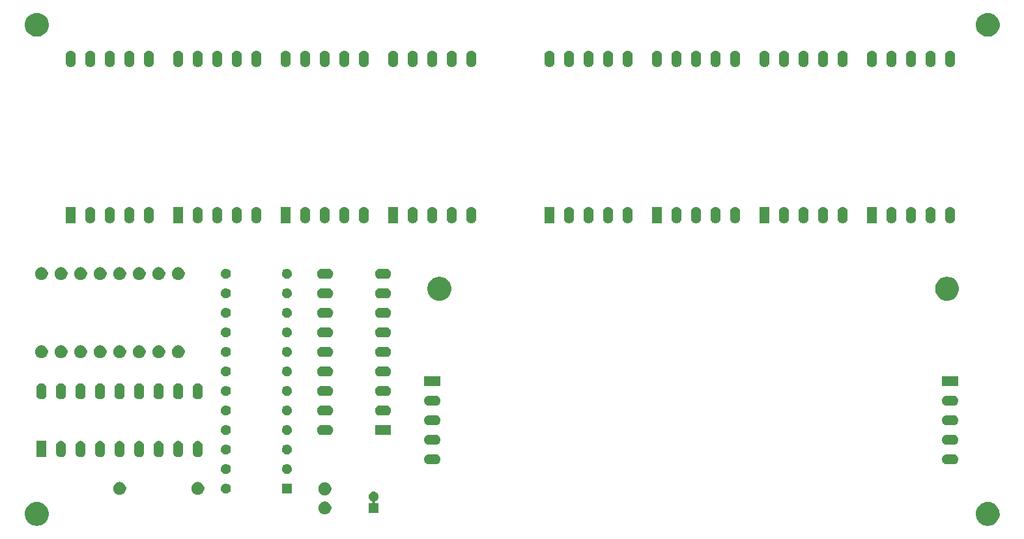
<source format=gts>
G04 #@! TF.GenerationSoftware,KiCad,Pcbnew,(5.1.5)-3*
G04 #@! TF.CreationDate,2020-06-26T18:21:24+09:00*
G04 #@! TF.ProjectId,TK80LED,544b3830-4c45-4442-9e6b-696361645f70,rev?*
G04 #@! TF.SameCoordinates,Original*
G04 #@! TF.FileFunction,Soldermask,Top*
G04 #@! TF.FilePolarity,Negative*
%FSLAX46Y46*%
G04 Gerber Fmt 4.6, Leading zero omitted, Abs format (unit mm)*
G04 Created by KiCad (PCBNEW (5.1.5)-3) date 2020-06-26 18:21:24*
%MOMM*%
%LPD*%
G04 APERTURE LIST*
%ADD10C,0.100000*%
G04 APERTURE END LIST*
D10*
G36*
X127102585Y-65278802D02*
G01*
X127252410Y-65308604D01*
X127534674Y-65425521D01*
X127788705Y-65595259D01*
X128004741Y-65811295D01*
X128174479Y-66065326D01*
X128291396Y-66347590D01*
X128291396Y-66347591D01*
X128338119Y-66582480D01*
X128351000Y-66647240D01*
X128351000Y-66952760D01*
X128291396Y-67252410D01*
X128174479Y-67534674D01*
X128004741Y-67788705D01*
X127788705Y-68004741D01*
X127534674Y-68174479D01*
X127252410Y-68291396D01*
X127102585Y-68321198D01*
X126952761Y-68351000D01*
X126647239Y-68351000D01*
X126497415Y-68321198D01*
X126347590Y-68291396D01*
X126065326Y-68174479D01*
X125811295Y-68004741D01*
X125595259Y-67788705D01*
X125425521Y-67534674D01*
X125308604Y-67252410D01*
X125249000Y-66952760D01*
X125249000Y-66647240D01*
X125261882Y-66582480D01*
X125308604Y-66347591D01*
X125308604Y-66347590D01*
X125425521Y-66065326D01*
X125595259Y-65811295D01*
X125811295Y-65595259D01*
X126065326Y-65425521D01*
X126347590Y-65308604D01*
X126497415Y-65278802D01*
X126647239Y-65249000D01*
X126952761Y-65249000D01*
X127102585Y-65278802D01*
G37*
G36*
X3502585Y-65278802D02*
G01*
X3652410Y-65308604D01*
X3934674Y-65425521D01*
X4188705Y-65595259D01*
X4404741Y-65811295D01*
X4574479Y-66065326D01*
X4691396Y-66347590D01*
X4691396Y-66347591D01*
X4738119Y-66582480D01*
X4751000Y-66647240D01*
X4751000Y-66952760D01*
X4691396Y-67252410D01*
X4574479Y-67534674D01*
X4404741Y-67788705D01*
X4188705Y-68004741D01*
X3934674Y-68174479D01*
X3652410Y-68291396D01*
X3502585Y-68321198D01*
X3352761Y-68351000D01*
X3047239Y-68351000D01*
X2897415Y-68321198D01*
X2747590Y-68291396D01*
X2465326Y-68174479D01*
X2211295Y-68004741D01*
X1995259Y-67788705D01*
X1825521Y-67534674D01*
X1708604Y-67252410D01*
X1649000Y-66952760D01*
X1649000Y-66647240D01*
X1661882Y-66582480D01*
X1708604Y-66347591D01*
X1708604Y-66347590D01*
X1825521Y-66065326D01*
X1995259Y-65811295D01*
X2211295Y-65595259D01*
X2465326Y-65425521D01*
X2747590Y-65308604D01*
X2897415Y-65278802D01*
X3047239Y-65249000D01*
X3352761Y-65249000D01*
X3502585Y-65278802D01*
G37*
G36*
X40888228Y-65221703D02*
G01*
X41043100Y-65285853D01*
X41182481Y-65378985D01*
X41301015Y-65497519D01*
X41394147Y-65636900D01*
X41458297Y-65791772D01*
X41491000Y-65956184D01*
X41491000Y-66123816D01*
X41458297Y-66288228D01*
X41394147Y-66443100D01*
X41301015Y-66582481D01*
X41182481Y-66701015D01*
X41043100Y-66794147D01*
X40888228Y-66858297D01*
X40723816Y-66891000D01*
X40556184Y-66891000D01*
X40391772Y-66858297D01*
X40236900Y-66794147D01*
X40097519Y-66701015D01*
X39978985Y-66582481D01*
X39885853Y-66443100D01*
X39821703Y-66288228D01*
X39789000Y-66123816D01*
X39789000Y-65956184D01*
X39821703Y-65791772D01*
X39885853Y-65636900D01*
X39978985Y-65497519D01*
X40097519Y-65378985D01*
X40236900Y-65285853D01*
X40391772Y-65221703D01*
X40556184Y-65189000D01*
X40723816Y-65189000D01*
X40888228Y-65221703D01*
G37*
G36*
X47179890Y-63914017D02*
G01*
X47298364Y-63963091D01*
X47404988Y-64034335D01*
X47495665Y-64125012D01*
X47546449Y-64201015D01*
X47566910Y-64231638D01*
X47615983Y-64350110D01*
X47641000Y-64475882D01*
X47641000Y-64604118D01*
X47615983Y-64729890D01*
X47566909Y-64848364D01*
X47495665Y-64954988D01*
X47404988Y-65045665D01*
X47298364Y-65116909D01*
X47298363Y-65116910D01*
X47298362Y-65116910D01*
X47222056Y-65148517D01*
X47200445Y-65160068D01*
X47181503Y-65175613D01*
X47165958Y-65194555D01*
X47154407Y-65216166D01*
X47147294Y-65239615D01*
X47144892Y-65264001D01*
X47147294Y-65288387D01*
X47154407Y-65311836D01*
X47165958Y-65333447D01*
X47181503Y-65352389D01*
X47200445Y-65367934D01*
X47222056Y-65379485D01*
X47245505Y-65386598D01*
X47269891Y-65389000D01*
X47641000Y-65389000D01*
X47641000Y-66691000D01*
X46339000Y-66691000D01*
X46339000Y-65389000D01*
X46710109Y-65389000D01*
X46734495Y-65386598D01*
X46757944Y-65379485D01*
X46779555Y-65367934D01*
X46798497Y-65352389D01*
X46814042Y-65333447D01*
X46825593Y-65311836D01*
X46832706Y-65288387D01*
X46835108Y-65264001D01*
X46832706Y-65239615D01*
X46825593Y-65216166D01*
X46814042Y-65194555D01*
X46798497Y-65175613D01*
X46779555Y-65160068D01*
X46757944Y-65148517D01*
X46681638Y-65116910D01*
X46681637Y-65116910D01*
X46681636Y-65116909D01*
X46575012Y-65045665D01*
X46484335Y-64954988D01*
X46413091Y-64848364D01*
X46364017Y-64729890D01*
X46339000Y-64604118D01*
X46339000Y-64475882D01*
X46364017Y-64350110D01*
X46413090Y-64231638D01*
X46433552Y-64201015D01*
X46484335Y-64125012D01*
X46575012Y-64034335D01*
X46681636Y-63963091D01*
X46800110Y-63914017D01*
X46925881Y-63889000D01*
X47054119Y-63889000D01*
X47179890Y-63914017D01*
G37*
G36*
X40888228Y-62721703D02*
G01*
X41043100Y-62785853D01*
X41182481Y-62878985D01*
X41301015Y-62997519D01*
X41394147Y-63136900D01*
X41458297Y-63291772D01*
X41491000Y-63456184D01*
X41491000Y-63623816D01*
X41458297Y-63788228D01*
X41394147Y-63943100D01*
X41301015Y-64082481D01*
X41182481Y-64201015D01*
X41043100Y-64294147D01*
X40888228Y-64358297D01*
X40723816Y-64391000D01*
X40556184Y-64391000D01*
X40391772Y-64358297D01*
X40236900Y-64294147D01*
X40097519Y-64201015D01*
X39978985Y-64082481D01*
X39885853Y-63943100D01*
X39821703Y-63788228D01*
X39789000Y-63623816D01*
X39789000Y-63456184D01*
X39821703Y-63291772D01*
X39885853Y-63136900D01*
X39978985Y-62997519D01*
X40097519Y-62878985D01*
X40236900Y-62785853D01*
X40391772Y-62721703D01*
X40556184Y-62689000D01*
X40723816Y-62689000D01*
X40888228Y-62721703D01*
G37*
G36*
X24378228Y-62681703D02*
G01*
X24533100Y-62745853D01*
X24672481Y-62838985D01*
X24791015Y-62957519D01*
X24884147Y-63096900D01*
X24948297Y-63251772D01*
X24981000Y-63416184D01*
X24981000Y-63583816D01*
X24948297Y-63748228D01*
X24884147Y-63903100D01*
X24791015Y-64042481D01*
X24672481Y-64161015D01*
X24533100Y-64254147D01*
X24378228Y-64318297D01*
X24213816Y-64351000D01*
X24046184Y-64351000D01*
X23881772Y-64318297D01*
X23726900Y-64254147D01*
X23587519Y-64161015D01*
X23468985Y-64042481D01*
X23375853Y-63903100D01*
X23311703Y-63748228D01*
X23279000Y-63583816D01*
X23279000Y-63416184D01*
X23311703Y-63251772D01*
X23375853Y-63096900D01*
X23468985Y-62957519D01*
X23587519Y-62838985D01*
X23726900Y-62745853D01*
X23881772Y-62681703D01*
X24046184Y-62649000D01*
X24213816Y-62649000D01*
X24378228Y-62681703D01*
G37*
G36*
X14218228Y-62681703D02*
G01*
X14373100Y-62745853D01*
X14512481Y-62838985D01*
X14631015Y-62957519D01*
X14724147Y-63096900D01*
X14788297Y-63251772D01*
X14821000Y-63416184D01*
X14821000Y-63583816D01*
X14788297Y-63748228D01*
X14724147Y-63903100D01*
X14631015Y-64042481D01*
X14512481Y-64161015D01*
X14373100Y-64254147D01*
X14218228Y-64318297D01*
X14053816Y-64351000D01*
X13886184Y-64351000D01*
X13721772Y-64318297D01*
X13566900Y-64254147D01*
X13427519Y-64161015D01*
X13308985Y-64042481D01*
X13215853Y-63903100D01*
X13151703Y-63748228D01*
X13119000Y-63583816D01*
X13119000Y-63416184D01*
X13151703Y-63251772D01*
X13215853Y-63096900D01*
X13308985Y-62957519D01*
X13427519Y-62838985D01*
X13566900Y-62745853D01*
X13721772Y-62681703D01*
X13886184Y-62649000D01*
X14053816Y-62649000D01*
X14218228Y-62681703D01*
G37*
G36*
X36376000Y-64156000D02*
G01*
X35064000Y-64156000D01*
X35064000Y-62844000D01*
X36376000Y-62844000D01*
X36376000Y-64156000D01*
G37*
G36*
X27971347Y-62869209D02*
G01*
X28090734Y-62918661D01*
X28198173Y-62990449D01*
X28289551Y-63081827D01*
X28361339Y-63189266D01*
X28410791Y-63308653D01*
X28436000Y-63435388D01*
X28436000Y-63564612D01*
X28410791Y-63691347D01*
X28361339Y-63810734D01*
X28289551Y-63918173D01*
X28198173Y-64009551D01*
X28090734Y-64081339D01*
X28090733Y-64081340D01*
X28090732Y-64081340D01*
X28087977Y-64082481D01*
X27971347Y-64130791D01*
X27844612Y-64156000D01*
X27715388Y-64156000D01*
X27588653Y-64130791D01*
X27472023Y-64082481D01*
X27469268Y-64081340D01*
X27469267Y-64081340D01*
X27469266Y-64081339D01*
X27361827Y-64009551D01*
X27270449Y-63918173D01*
X27198661Y-63810734D01*
X27149209Y-63691347D01*
X27124000Y-63564612D01*
X27124000Y-63435388D01*
X27149209Y-63308653D01*
X27198661Y-63189266D01*
X27270449Y-63081827D01*
X27361827Y-62990449D01*
X27469266Y-62918661D01*
X27588653Y-62869209D01*
X27715388Y-62844000D01*
X27844612Y-62844000D01*
X27971347Y-62869209D01*
G37*
G36*
X27971347Y-60329209D02*
G01*
X28090734Y-60378661D01*
X28198173Y-60450449D01*
X28289551Y-60541827D01*
X28361339Y-60649266D01*
X28410791Y-60768653D01*
X28436000Y-60895388D01*
X28436000Y-61024612D01*
X28410791Y-61151347D01*
X28361339Y-61270734D01*
X28289551Y-61378173D01*
X28198173Y-61469551D01*
X28090734Y-61541339D01*
X27971347Y-61590791D01*
X27844612Y-61616000D01*
X27715388Y-61616000D01*
X27588653Y-61590791D01*
X27469266Y-61541339D01*
X27361827Y-61469551D01*
X27270449Y-61378173D01*
X27198661Y-61270734D01*
X27149209Y-61151347D01*
X27124000Y-61024612D01*
X27124000Y-60895388D01*
X27149209Y-60768653D01*
X27198661Y-60649266D01*
X27270449Y-60541827D01*
X27361827Y-60450449D01*
X27469266Y-60378661D01*
X27588653Y-60329209D01*
X27715388Y-60304000D01*
X27844612Y-60304000D01*
X27971347Y-60329209D01*
G37*
G36*
X35911347Y-60329209D02*
G01*
X36030734Y-60378661D01*
X36138173Y-60450449D01*
X36229551Y-60541827D01*
X36301339Y-60649266D01*
X36350791Y-60768653D01*
X36376000Y-60895388D01*
X36376000Y-61024612D01*
X36350791Y-61151347D01*
X36301339Y-61270734D01*
X36229551Y-61378173D01*
X36138173Y-61469551D01*
X36030734Y-61541339D01*
X35911347Y-61590791D01*
X35784612Y-61616000D01*
X35655388Y-61616000D01*
X35528653Y-61590791D01*
X35409266Y-61541339D01*
X35301827Y-61469551D01*
X35210449Y-61378173D01*
X35138661Y-61270734D01*
X35089209Y-61151347D01*
X35064000Y-61024612D01*
X35064000Y-60895388D01*
X35089209Y-60768653D01*
X35138661Y-60649266D01*
X35210449Y-60541827D01*
X35301827Y-60450449D01*
X35409266Y-60378661D01*
X35528653Y-60329209D01*
X35655388Y-60304000D01*
X35784612Y-60304000D01*
X35911347Y-60329209D01*
G37*
G36*
X122383855Y-59042140D02*
G01*
X122447618Y-59048420D01*
X122538404Y-59075960D01*
X122570336Y-59085646D01*
X122683425Y-59146094D01*
X122782554Y-59227446D01*
X122863906Y-59326575D01*
X122924354Y-59439664D01*
X122924355Y-59439668D01*
X122961580Y-59562382D01*
X122974149Y-59690000D01*
X122961580Y-59817618D01*
X122934040Y-59908404D01*
X122924354Y-59940336D01*
X122863906Y-60053425D01*
X122782554Y-60152554D01*
X122683425Y-60233906D01*
X122570336Y-60294354D01*
X122538537Y-60304000D01*
X122447618Y-60331580D01*
X122383855Y-60337860D01*
X122351974Y-60341000D01*
X121488026Y-60341000D01*
X121456145Y-60337860D01*
X121392382Y-60331580D01*
X121301463Y-60304000D01*
X121269664Y-60294354D01*
X121156575Y-60233906D01*
X121057446Y-60152554D01*
X120976094Y-60053425D01*
X120915646Y-59940336D01*
X120905960Y-59908404D01*
X120878420Y-59817618D01*
X120865851Y-59690000D01*
X120878420Y-59562382D01*
X120915645Y-59439668D01*
X120915646Y-59439664D01*
X120976094Y-59326575D01*
X121057446Y-59227446D01*
X121156575Y-59146094D01*
X121269664Y-59085646D01*
X121301596Y-59075960D01*
X121392382Y-59048420D01*
X121456145Y-59042140D01*
X121488026Y-59039000D01*
X122351974Y-59039000D01*
X122383855Y-59042140D01*
G37*
G36*
X55073855Y-59042140D02*
G01*
X55137618Y-59048420D01*
X55228404Y-59075960D01*
X55260336Y-59085646D01*
X55373425Y-59146094D01*
X55472554Y-59227446D01*
X55553906Y-59326575D01*
X55614354Y-59439664D01*
X55614355Y-59439668D01*
X55651580Y-59562382D01*
X55664149Y-59690000D01*
X55651580Y-59817618D01*
X55624040Y-59908404D01*
X55614354Y-59940336D01*
X55553906Y-60053425D01*
X55472554Y-60152554D01*
X55373425Y-60233906D01*
X55260336Y-60294354D01*
X55228537Y-60304000D01*
X55137618Y-60331580D01*
X55073855Y-60337860D01*
X55041974Y-60341000D01*
X54178026Y-60341000D01*
X54146145Y-60337860D01*
X54082382Y-60331580D01*
X53991463Y-60304000D01*
X53959664Y-60294354D01*
X53846575Y-60233906D01*
X53747446Y-60152554D01*
X53666094Y-60053425D01*
X53605646Y-59940336D01*
X53595960Y-59908404D01*
X53568420Y-59817618D01*
X53555851Y-59690000D01*
X53568420Y-59562382D01*
X53605645Y-59439668D01*
X53605646Y-59439664D01*
X53666094Y-59326575D01*
X53747446Y-59227446D01*
X53846575Y-59146094D01*
X53959664Y-59085646D01*
X53991596Y-59075960D01*
X54082382Y-59048420D01*
X54146145Y-59042140D01*
X54178026Y-59039000D01*
X55041974Y-59039000D01*
X55073855Y-59042140D01*
G37*
G36*
X14097617Y-57328420D02*
G01*
X14188403Y-57355960D01*
X14220335Y-57365646D01*
X14333424Y-57426094D01*
X14432554Y-57507447D01*
X14513906Y-57606575D01*
X14574354Y-57719664D01*
X14584040Y-57751596D01*
X14611580Y-57842382D01*
X14621000Y-57938027D01*
X14621000Y-58801973D01*
X14611580Y-58897618D01*
X14601894Y-58929548D01*
X14574354Y-59020336D01*
X14513906Y-59133425D01*
X14432554Y-59232554D01*
X14333425Y-59313906D01*
X14220336Y-59374354D01*
X14188404Y-59384040D01*
X14097618Y-59411580D01*
X13970000Y-59424149D01*
X13842383Y-59411580D01*
X13751597Y-59384040D01*
X13719665Y-59374354D01*
X13606576Y-59313906D01*
X13507447Y-59232554D01*
X13426095Y-59133425D01*
X13365647Y-59020336D01*
X13359884Y-59001339D01*
X13328420Y-58897618D01*
X13319000Y-58801973D01*
X13319000Y-57938028D01*
X13328420Y-57842383D01*
X13365645Y-57719669D01*
X13365646Y-57719665D01*
X13426094Y-57606576D01*
X13507447Y-57507446D01*
X13606575Y-57426094D01*
X13719664Y-57365646D01*
X13751596Y-57355960D01*
X13842382Y-57328420D01*
X13970000Y-57315851D01*
X14097617Y-57328420D01*
G37*
G36*
X19177617Y-57328420D02*
G01*
X19268403Y-57355960D01*
X19300335Y-57365646D01*
X19413424Y-57426094D01*
X19512554Y-57507447D01*
X19593906Y-57606575D01*
X19654354Y-57719664D01*
X19664040Y-57751596D01*
X19691580Y-57842382D01*
X19701000Y-57938027D01*
X19701000Y-58801973D01*
X19691580Y-58897618D01*
X19681894Y-58929548D01*
X19654354Y-59020336D01*
X19593906Y-59133425D01*
X19512554Y-59232554D01*
X19413425Y-59313906D01*
X19300336Y-59374354D01*
X19268404Y-59384040D01*
X19177618Y-59411580D01*
X19050000Y-59424149D01*
X18922383Y-59411580D01*
X18831597Y-59384040D01*
X18799665Y-59374354D01*
X18686576Y-59313906D01*
X18587447Y-59232554D01*
X18506095Y-59133425D01*
X18445647Y-59020336D01*
X18439884Y-59001339D01*
X18408420Y-58897618D01*
X18399000Y-58801973D01*
X18399000Y-57938028D01*
X18408420Y-57842383D01*
X18445645Y-57719669D01*
X18445646Y-57719665D01*
X18506094Y-57606576D01*
X18587447Y-57507446D01*
X18686575Y-57426094D01*
X18799664Y-57365646D01*
X18831596Y-57355960D01*
X18922382Y-57328420D01*
X19050000Y-57315851D01*
X19177617Y-57328420D01*
G37*
G36*
X11557617Y-57328420D02*
G01*
X11648403Y-57355960D01*
X11680335Y-57365646D01*
X11793424Y-57426094D01*
X11892554Y-57507447D01*
X11973906Y-57606575D01*
X12034354Y-57719664D01*
X12044040Y-57751596D01*
X12071580Y-57842382D01*
X12081000Y-57938027D01*
X12081000Y-58801973D01*
X12071580Y-58897618D01*
X12061894Y-58929548D01*
X12034354Y-59020336D01*
X11973906Y-59133425D01*
X11892554Y-59232554D01*
X11793425Y-59313906D01*
X11680336Y-59374354D01*
X11648404Y-59384040D01*
X11557618Y-59411580D01*
X11430000Y-59424149D01*
X11302383Y-59411580D01*
X11211597Y-59384040D01*
X11179665Y-59374354D01*
X11066576Y-59313906D01*
X10967447Y-59232554D01*
X10886095Y-59133425D01*
X10825647Y-59020336D01*
X10819884Y-59001339D01*
X10788420Y-58897618D01*
X10779000Y-58801973D01*
X10779000Y-57938028D01*
X10788420Y-57842383D01*
X10825645Y-57719669D01*
X10825646Y-57719665D01*
X10886094Y-57606576D01*
X10967447Y-57507446D01*
X11066575Y-57426094D01*
X11179664Y-57365646D01*
X11211596Y-57355960D01*
X11302382Y-57328420D01*
X11430000Y-57315851D01*
X11557617Y-57328420D01*
G37*
G36*
X9017617Y-57328420D02*
G01*
X9108403Y-57355960D01*
X9140335Y-57365646D01*
X9253424Y-57426094D01*
X9352554Y-57507447D01*
X9433906Y-57606575D01*
X9494354Y-57719664D01*
X9504040Y-57751596D01*
X9531580Y-57842382D01*
X9541000Y-57938027D01*
X9541000Y-58801973D01*
X9531580Y-58897618D01*
X9521894Y-58929548D01*
X9494354Y-59020336D01*
X9433906Y-59133425D01*
X9352554Y-59232554D01*
X9253425Y-59313906D01*
X9140336Y-59374354D01*
X9108404Y-59384040D01*
X9017618Y-59411580D01*
X8890000Y-59424149D01*
X8762383Y-59411580D01*
X8671597Y-59384040D01*
X8639665Y-59374354D01*
X8526576Y-59313906D01*
X8427447Y-59232554D01*
X8346095Y-59133425D01*
X8285647Y-59020336D01*
X8279884Y-59001339D01*
X8248420Y-58897618D01*
X8239000Y-58801973D01*
X8239000Y-57938028D01*
X8248420Y-57842383D01*
X8285645Y-57719669D01*
X8285646Y-57719665D01*
X8346094Y-57606576D01*
X8427447Y-57507446D01*
X8526575Y-57426094D01*
X8639664Y-57365646D01*
X8671596Y-57355960D01*
X8762382Y-57328420D01*
X8890000Y-57315851D01*
X9017617Y-57328420D01*
G37*
G36*
X6477617Y-57328420D02*
G01*
X6568403Y-57355960D01*
X6600335Y-57365646D01*
X6713424Y-57426094D01*
X6812554Y-57507447D01*
X6893906Y-57606575D01*
X6954354Y-57719664D01*
X6964040Y-57751596D01*
X6991580Y-57842382D01*
X7001000Y-57938027D01*
X7001000Y-58801973D01*
X6991580Y-58897618D01*
X6981894Y-58929548D01*
X6954354Y-59020336D01*
X6893906Y-59133425D01*
X6812554Y-59232554D01*
X6713425Y-59313906D01*
X6600336Y-59374354D01*
X6568404Y-59384040D01*
X6477618Y-59411580D01*
X6350000Y-59424149D01*
X6222383Y-59411580D01*
X6131597Y-59384040D01*
X6099665Y-59374354D01*
X5986576Y-59313906D01*
X5887447Y-59232554D01*
X5806095Y-59133425D01*
X5745647Y-59020336D01*
X5739884Y-59001339D01*
X5708420Y-58897618D01*
X5699000Y-58801973D01*
X5699000Y-57938028D01*
X5708420Y-57842383D01*
X5745645Y-57719669D01*
X5745646Y-57719665D01*
X5806094Y-57606576D01*
X5887447Y-57507446D01*
X5986575Y-57426094D01*
X6099664Y-57365646D01*
X6131596Y-57355960D01*
X6222382Y-57328420D01*
X6350000Y-57315851D01*
X6477617Y-57328420D01*
G37*
G36*
X16637617Y-57328420D02*
G01*
X16728403Y-57355960D01*
X16760335Y-57365646D01*
X16873424Y-57426094D01*
X16972554Y-57507447D01*
X17053906Y-57606575D01*
X17114354Y-57719664D01*
X17124040Y-57751596D01*
X17151580Y-57842382D01*
X17161000Y-57938027D01*
X17161000Y-58801973D01*
X17151580Y-58897618D01*
X17141894Y-58929548D01*
X17114354Y-59020336D01*
X17053906Y-59133425D01*
X16972554Y-59232554D01*
X16873425Y-59313906D01*
X16760336Y-59374354D01*
X16728404Y-59384040D01*
X16637618Y-59411580D01*
X16510000Y-59424149D01*
X16382383Y-59411580D01*
X16291597Y-59384040D01*
X16259665Y-59374354D01*
X16146576Y-59313906D01*
X16047447Y-59232554D01*
X15966095Y-59133425D01*
X15905647Y-59020336D01*
X15899884Y-59001339D01*
X15868420Y-58897618D01*
X15859000Y-58801973D01*
X15859000Y-57938028D01*
X15868420Y-57842383D01*
X15905645Y-57719669D01*
X15905646Y-57719665D01*
X15966094Y-57606576D01*
X16047447Y-57507446D01*
X16146575Y-57426094D01*
X16259664Y-57365646D01*
X16291596Y-57355960D01*
X16382382Y-57328420D01*
X16510000Y-57315851D01*
X16637617Y-57328420D01*
G37*
G36*
X21717617Y-57328420D02*
G01*
X21808403Y-57355960D01*
X21840335Y-57365646D01*
X21953424Y-57426094D01*
X22052554Y-57507447D01*
X22133906Y-57606575D01*
X22194354Y-57719664D01*
X22204040Y-57751596D01*
X22231580Y-57842382D01*
X22241000Y-57938027D01*
X22241000Y-58801973D01*
X22231580Y-58897618D01*
X22221894Y-58929548D01*
X22194354Y-59020336D01*
X22133906Y-59133425D01*
X22052554Y-59232554D01*
X21953425Y-59313906D01*
X21840336Y-59374354D01*
X21808404Y-59384040D01*
X21717618Y-59411580D01*
X21590000Y-59424149D01*
X21462383Y-59411580D01*
X21371597Y-59384040D01*
X21339665Y-59374354D01*
X21226576Y-59313906D01*
X21127447Y-59232554D01*
X21046095Y-59133425D01*
X20985647Y-59020336D01*
X20979884Y-59001339D01*
X20948420Y-58897618D01*
X20939000Y-58801973D01*
X20939000Y-57938028D01*
X20948420Y-57842383D01*
X20985645Y-57719669D01*
X20985646Y-57719665D01*
X21046094Y-57606576D01*
X21127447Y-57507446D01*
X21226575Y-57426094D01*
X21339664Y-57365646D01*
X21371596Y-57355960D01*
X21462382Y-57328420D01*
X21590000Y-57315851D01*
X21717617Y-57328420D01*
G37*
G36*
X24257617Y-57328420D02*
G01*
X24348403Y-57355960D01*
X24380335Y-57365646D01*
X24493424Y-57426094D01*
X24592554Y-57507447D01*
X24673906Y-57606575D01*
X24734354Y-57719664D01*
X24744040Y-57751596D01*
X24771580Y-57842382D01*
X24781000Y-57938027D01*
X24781000Y-58801973D01*
X24771580Y-58897618D01*
X24761894Y-58929548D01*
X24734354Y-59020336D01*
X24673906Y-59133425D01*
X24592554Y-59232554D01*
X24493425Y-59313906D01*
X24380336Y-59374354D01*
X24348404Y-59384040D01*
X24257618Y-59411580D01*
X24130000Y-59424149D01*
X24002383Y-59411580D01*
X23911597Y-59384040D01*
X23879665Y-59374354D01*
X23766576Y-59313906D01*
X23667447Y-59232554D01*
X23586095Y-59133425D01*
X23525647Y-59020336D01*
X23519884Y-59001339D01*
X23488420Y-58897618D01*
X23479000Y-58801973D01*
X23479000Y-57938028D01*
X23488420Y-57842383D01*
X23525645Y-57719669D01*
X23525646Y-57719665D01*
X23586094Y-57606576D01*
X23667447Y-57507446D01*
X23766575Y-57426094D01*
X23879664Y-57365646D01*
X23911596Y-57355960D01*
X24002382Y-57328420D01*
X24130000Y-57315851D01*
X24257617Y-57328420D01*
G37*
G36*
X4461000Y-59421000D02*
G01*
X3159000Y-59421000D01*
X3159000Y-57319000D01*
X4461000Y-57319000D01*
X4461000Y-59421000D01*
G37*
G36*
X35911347Y-57789209D02*
G01*
X36030734Y-57838661D01*
X36138173Y-57910449D01*
X36229551Y-58001827D01*
X36301339Y-58109266D01*
X36350791Y-58228653D01*
X36376000Y-58355388D01*
X36376000Y-58484612D01*
X36350791Y-58611347D01*
X36301339Y-58730734D01*
X36229551Y-58838173D01*
X36138173Y-58929551D01*
X36030734Y-59001339D01*
X35911347Y-59050791D01*
X35784612Y-59076000D01*
X35655388Y-59076000D01*
X35528653Y-59050791D01*
X35409266Y-59001339D01*
X35301827Y-58929551D01*
X35210449Y-58838173D01*
X35138661Y-58730734D01*
X35089209Y-58611347D01*
X35064000Y-58484612D01*
X35064000Y-58355388D01*
X35089209Y-58228653D01*
X35138661Y-58109266D01*
X35210449Y-58001827D01*
X35301827Y-57910449D01*
X35409266Y-57838661D01*
X35528653Y-57789209D01*
X35655388Y-57764000D01*
X35784612Y-57764000D01*
X35911347Y-57789209D01*
G37*
G36*
X27971347Y-57789209D02*
G01*
X28090734Y-57838661D01*
X28198173Y-57910449D01*
X28289551Y-58001827D01*
X28361339Y-58109266D01*
X28410791Y-58228653D01*
X28436000Y-58355388D01*
X28436000Y-58484612D01*
X28410791Y-58611347D01*
X28361339Y-58730734D01*
X28289551Y-58838173D01*
X28198173Y-58929551D01*
X28090734Y-59001339D01*
X27971347Y-59050791D01*
X27844612Y-59076000D01*
X27715388Y-59076000D01*
X27588653Y-59050791D01*
X27469266Y-59001339D01*
X27361827Y-58929551D01*
X27270449Y-58838173D01*
X27198661Y-58730734D01*
X27149209Y-58611347D01*
X27124000Y-58484612D01*
X27124000Y-58355388D01*
X27149209Y-58228653D01*
X27198661Y-58109266D01*
X27270449Y-58001827D01*
X27361827Y-57910449D01*
X27469266Y-57838661D01*
X27588653Y-57789209D01*
X27715388Y-57764000D01*
X27844612Y-57764000D01*
X27971347Y-57789209D01*
G37*
G36*
X122383855Y-56502140D02*
G01*
X122447618Y-56508420D01*
X122522054Y-56531000D01*
X122570336Y-56545646D01*
X122683425Y-56606094D01*
X122782554Y-56687446D01*
X122863906Y-56786575D01*
X122924354Y-56899664D01*
X122924355Y-56899668D01*
X122961580Y-57022382D01*
X122974149Y-57150000D01*
X122961580Y-57277618D01*
X122949982Y-57315851D01*
X122924354Y-57400336D01*
X122863906Y-57513425D01*
X122782554Y-57612554D01*
X122683425Y-57693906D01*
X122570336Y-57754354D01*
X122538537Y-57764000D01*
X122447618Y-57791580D01*
X122383855Y-57797860D01*
X122351974Y-57801000D01*
X121488026Y-57801000D01*
X121456145Y-57797860D01*
X121392382Y-57791580D01*
X121301463Y-57764000D01*
X121269664Y-57754354D01*
X121156575Y-57693906D01*
X121057446Y-57612554D01*
X120976094Y-57513425D01*
X120915646Y-57400336D01*
X120890018Y-57315851D01*
X120878420Y-57277618D01*
X120865851Y-57150000D01*
X120878420Y-57022382D01*
X120915645Y-56899668D01*
X120915646Y-56899664D01*
X120976094Y-56786575D01*
X121057446Y-56687446D01*
X121156575Y-56606094D01*
X121269664Y-56545646D01*
X121317946Y-56531000D01*
X121392382Y-56508420D01*
X121456145Y-56502140D01*
X121488026Y-56499000D01*
X122351974Y-56499000D01*
X122383855Y-56502140D01*
G37*
G36*
X55073855Y-56502140D02*
G01*
X55137618Y-56508420D01*
X55212054Y-56531000D01*
X55260336Y-56545646D01*
X55373425Y-56606094D01*
X55472554Y-56687446D01*
X55553906Y-56786575D01*
X55614354Y-56899664D01*
X55614355Y-56899668D01*
X55651580Y-57022382D01*
X55664149Y-57150000D01*
X55651580Y-57277618D01*
X55639982Y-57315851D01*
X55614354Y-57400336D01*
X55553906Y-57513425D01*
X55472554Y-57612554D01*
X55373425Y-57693906D01*
X55260336Y-57754354D01*
X55228537Y-57764000D01*
X55137618Y-57791580D01*
X55073855Y-57797860D01*
X55041974Y-57801000D01*
X54178026Y-57801000D01*
X54146145Y-57797860D01*
X54082382Y-57791580D01*
X53991463Y-57764000D01*
X53959664Y-57754354D01*
X53846575Y-57693906D01*
X53747446Y-57612554D01*
X53666094Y-57513425D01*
X53605646Y-57400336D01*
X53580018Y-57315851D01*
X53568420Y-57277618D01*
X53555851Y-57150000D01*
X53568420Y-57022382D01*
X53605645Y-56899668D01*
X53605646Y-56899664D01*
X53666094Y-56786575D01*
X53747446Y-56687446D01*
X53846575Y-56606094D01*
X53959664Y-56545646D01*
X54007946Y-56531000D01*
X54082382Y-56508420D01*
X54146145Y-56502140D01*
X54178026Y-56499000D01*
X55041974Y-56499000D01*
X55073855Y-56502140D01*
G37*
G36*
X35911347Y-55249209D02*
G01*
X36030734Y-55298661D01*
X36138173Y-55370449D01*
X36229551Y-55461827D01*
X36301339Y-55569266D01*
X36350791Y-55688653D01*
X36376000Y-55815388D01*
X36376000Y-55944612D01*
X36350791Y-56071347D01*
X36301339Y-56190734D01*
X36229551Y-56298173D01*
X36138173Y-56389551D01*
X36030734Y-56461339D01*
X35911347Y-56510791D01*
X35784612Y-56536000D01*
X35655388Y-56536000D01*
X35528653Y-56510791D01*
X35409266Y-56461339D01*
X35301827Y-56389551D01*
X35210449Y-56298173D01*
X35138661Y-56190734D01*
X35089209Y-56071347D01*
X35064000Y-55944612D01*
X35064000Y-55815388D01*
X35089209Y-55688653D01*
X35138661Y-55569266D01*
X35210449Y-55461827D01*
X35301827Y-55370449D01*
X35409266Y-55298661D01*
X35528653Y-55249209D01*
X35655388Y-55224000D01*
X35784612Y-55224000D01*
X35911347Y-55249209D01*
G37*
G36*
X27971347Y-55249209D02*
G01*
X28090734Y-55298661D01*
X28198173Y-55370449D01*
X28289551Y-55461827D01*
X28361339Y-55569266D01*
X28410791Y-55688653D01*
X28436000Y-55815388D01*
X28436000Y-55944612D01*
X28410791Y-56071347D01*
X28361339Y-56190734D01*
X28289551Y-56298173D01*
X28198173Y-56389551D01*
X28090734Y-56461339D01*
X27971347Y-56510791D01*
X27844612Y-56536000D01*
X27715388Y-56536000D01*
X27588653Y-56510791D01*
X27469266Y-56461339D01*
X27361827Y-56389551D01*
X27270449Y-56298173D01*
X27198661Y-56190734D01*
X27149209Y-56071347D01*
X27124000Y-55944612D01*
X27124000Y-55815388D01*
X27149209Y-55688653D01*
X27198661Y-55569266D01*
X27270449Y-55461827D01*
X27361827Y-55370449D01*
X27469266Y-55298661D01*
X27588653Y-55249209D01*
X27715388Y-55224000D01*
X27844612Y-55224000D01*
X27971347Y-55249209D01*
G37*
G36*
X49261000Y-56531000D02*
G01*
X47159000Y-56531000D01*
X47159000Y-55229000D01*
X49261000Y-55229000D01*
X49261000Y-56531000D01*
G37*
G36*
X41153855Y-55232140D02*
G01*
X41217618Y-55238420D01*
X41292054Y-55261000D01*
X41340336Y-55275646D01*
X41453425Y-55336094D01*
X41552554Y-55417446D01*
X41633906Y-55516575D01*
X41694354Y-55629664D01*
X41694355Y-55629668D01*
X41731580Y-55752382D01*
X41744149Y-55880000D01*
X41731580Y-56007618D01*
X41704040Y-56098404D01*
X41694354Y-56130336D01*
X41633906Y-56243425D01*
X41552554Y-56342554D01*
X41453425Y-56423906D01*
X41340336Y-56484354D01*
X41308404Y-56494040D01*
X41217618Y-56521580D01*
X41153855Y-56527860D01*
X41121974Y-56531000D01*
X40258026Y-56531000D01*
X40226145Y-56527860D01*
X40162382Y-56521580D01*
X40071596Y-56494040D01*
X40039664Y-56484354D01*
X39926575Y-56423906D01*
X39827446Y-56342554D01*
X39746094Y-56243425D01*
X39685646Y-56130336D01*
X39675960Y-56098404D01*
X39648420Y-56007618D01*
X39635851Y-55880000D01*
X39648420Y-55752382D01*
X39685645Y-55629668D01*
X39685646Y-55629664D01*
X39746094Y-55516575D01*
X39827446Y-55417446D01*
X39926575Y-55336094D01*
X40039664Y-55275646D01*
X40087946Y-55261000D01*
X40162382Y-55238420D01*
X40226145Y-55232140D01*
X40258026Y-55229000D01*
X41121974Y-55229000D01*
X41153855Y-55232140D01*
G37*
G36*
X122383855Y-53962140D02*
G01*
X122447618Y-53968420D01*
X122522054Y-53991000D01*
X122570336Y-54005646D01*
X122683425Y-54066094D01*
X122782554Y-54147446D01*
X122863906Y-54246575D01*
X122924354Y-54359664D01*
X122924355Y-54359668D01*
X122961580Y-54482382D01*
X122974149Y-54610000D01*
X122961580Y-54737618D01*
X122934040Y-54828404D01*
X122924354Y-54860336D01*
X122863906Y-54973425D01*
X122782554Y-55072554D01*
X122683425Y-55153906D01*
X122570336Y-55214354D01*
X122538537Y-55224000D01*
X122447618Y-55251580D01*
X122383855Y-55257860D01*
X122351974Y-55261000D01*
X121488026Y-55261000D01*
X121456145Y-55257860D01*
X121392382Y-55251580D01*
X121301463Y-55224000D01*
X121269664Y-55214354D01*
X121156575Y-55153906D01*
X121057446Y-55072554D01*
X120976094Y-54973425D01*
X120915646Y-54860336D01*
X120905960Y-54828404D01*
X120878420Y-54737618D01*
X120865851Y-54610000D01*
X120878420Y-54482382D01*
X120915645Y-54359668D01*
X120915646Y-54359664D01*
X120976094Y-54246575D01*
X121057446Y-54147446D01*
X121156575Y-54066094D01*
X121269664Y-54005646D01*
X121317946Y-53991000D01*
X121392382Y-53968420D01*
X121456145Y-53962140D01*
X121488026Y-53959000D01*
X122351974Y-53959000D01*
X122383855Y-53962140D01*
G37*
G36*
X55073855Y-53962140D02*
G01*
X55137618Y-53968420D01*
X55212054Y-53991000D01*
X55260336Y-54005646D01*
X55373425Y-54066094D01*
X55472554Y-54147446D01*
X55553906Y-54246575D01*
X55614354Y-54359664D01*
X55614355Y-54359668D01*
X55651580Y-54482382D01*
X55664149Y-54610000D01*
X55651580Y-54737618D01*
X55624040Y-54828404D01*
X55614354Y-54860336D01*
X55553906Y-54973425D01*
X55472554Y-55072554D01*
X55373425Y-55153906D01*
X55260336Y-55214354D01*
X55228537Y-55224000D01*
X55137618Y-55251580D01*
X55073855Y-55257860D01*
X55041974Y-55261000D01*
X54178026Y-55261000D01*
X54146145Y-55257860D01*
X54082382Y-55251580D01*
X53991463Y-55224000D01*
X53959664Y-55214354D01*
X53846575Y-55153906D01*
X53747446Y-55072554D01*
X53666094Y-54973425D01*
X53605646Y-54860336D01*
X53595960Y-54828404D01*
X53568420Y-54737618D01*
X53555851Y-54610000D01*
X53568420Y-54482382D01*
X53605645Y-54359668D01*
X53605646Y-54359664D01*
X53666094Y-54246575D01*
X53747446Y-54147446D01*
X53846575Y-54066094D01*
X53959664Y-54005646D01*
X54007946Y-53991000D01*
X54082382Y-53968420D01*
X54146145Y-53962140D01*
X54178026Y-53959000D01*
X55041974Y-53959000D01*
X55073855Y-53962140D01*
G37*
G36*
X27971347Y-52709209D02*
G01*
X28090734Y-52758661D01*
X28198173Y-52830449D01*
X28289551Y-52921827D01*
X28361339Y-53029266D01*
X28410791Y-53148653D01*
X28436000Y-53275388D01*
X28436000Y-53404612D01*
X28410791Y-53531347D01*
X28361339Y-53650734D01*
X28289551Y-53758173D01*
X28198173Y-53849551D01*
X28090734Y-53921339D01*
X27971347Y-53970791D01*
X27844612Y-53996000D01*
X27715388Y-53996000D01*
X27588653Y-53970791D01*
X27469266Y-53921339D01*
X27361827Y-53849551D01*
X27270449Y-53758173D01*
X27198661Y-53650734D01*
X27149209Y-53531347D01*
X27124000Y-53404612D01*
X27124000Y-53275388D01*
X27149209Y-53148653D01*
X27198661Y-53029266D01*
X27270449Y-52921827D01*
X27361827Y-52830449D01*
X27469266Y-52758661D01*
X27588653Y-52709209D01*
X27715388Y-52684000D01*
X27844612Y-52684000D01*
X27971347Y-52709209D01*
G37*
G36*
X35911347Y-52709209D02*
G01*
X36030734Y-52758661D01*
X36138173Y-52830449D01*
X36229551Y-52921827D01*
X36301339Y-53029266D01*
X36350791Y-53148653D01*
X36376000Y-53275388D01*
X36376000Y-53404612D01*
X36350791Y-53531347D01*
X36301339Y-53650734D01*
X36229551Y-53758173D01*
X36138173Y-53849551D01*
X36030734Y-53921339D01*
X35911347Y-53970791D01*
X35784612Y-53996000D01*
X35655388Y-53996000D01*
X35528653Y-53970791D01*
X35409266Y-53921339D01*
X35301827Y-53849551D01*
X35210449Y-53758173D01*
X35138661Y-53650734D01*
X35089209Y-53531347D01*
X35064000Y-53404612D01*
X35064000Y-53275388D01*
X35089209Y-53148653D01*
X35138661Y-53029266D01*
X35210449Y-52921827D01*
X35301827Y-52830449D01*
X35409266Y-52758661D01*
X35528653Y-52709209D01*
X35655388Y-52684000D01*
X35784612Y-52684000D01*
X35911347Y-52709209D01*
G37*
G36*
X48673855Y-52692140D02*
G01*
X48737618Y-52698420D01*
X48812054Y-52721000D01*
X48860336Y-52735646D01*
X48973425Y-52796094D01*
X49072554Y-52877446D01*
X49153906Y-52976575D01*
X49214354Y-53089664D01*
X49214355Y-53089668D01*
X49251580Y-53212382D01*
X49264149Y-53340000D01*
X49251580Y-53467618D01*
X49224040Y-53558404D01*
X49214354Y-53590336D01*
X49153906Y-53703425D01*
X49072554Y-53802554D01*
X48973425Y-53883906D01*
X48860336Y-53944354D01*
X48828404Y-53954040D01*
X48737618Y-53981580D01*
X48673855Y-53987860D01*
X48641974Y-53991000D01*
X47778026Y-53991000D01*
X47746145Y-53987860D01*
X47682382Y-53981580D01*
X47591596Y-53954040D01*
X47559664Y-53944354D01*
X47446575Y-53883906D01*
X47347446Y-53802554D01*
X47266094Y-53703425D01*
X47205646Y-53590336D01*
X47195960Y-53558404D01*
X47168420Y-53467618D01*
X47155851Y-53340000D01*
X47168420Y-53212382D01*
X47205645Y-53089668D01*
X47205646Y-53089664D01*
X47266094Y-52976575D01*
X47347446Y-52877446D01*
X47446575Y-52796094D01*
X47559664Y-52735646D01*
X47607946Y-52721000D01*
X47682382Y-52698420D01*
X47746145Y-52692140D01*
X47778026Y-52689000D01*
X48641974Y-52689000D01*
X48673855Y-52692140D01*
G37*
G36*
X41153855Y-52692140D02*
G01*
X41217618Y-52698420D01*
X41292054Y-52721000D01*
X41340336Y-52735646D01*
X41453425Y-52796094D01*
X41552554Y-52877446D01*
X41633906Y-52976575D01*
X41694354Y-53089664D01*
X41694355Y-53089668D01*
X41731580Y-53212382D01*
X41744149Y-53340000D01*
X41731580Y-53467618D01*
X41704040Y-53558404D01*
X41694354Y-53590336D01*
X41633906Y-53703425D01*
X41552554Y-53802554D01*
X41453425Y-53883906D01*
X41340336Y-53944354D01*
X41308404Y-53954040D01*
X41217618Y-53981580D01*
X41153855Y-53987860D01*
X41121974Y-53991000D01*
X40258026Y-53991000D01*
X40226145Y-53987860D01*
X40162382Y-53981580D01*
X40071596Y-53954040D01*
X40039664Y-53944354D01*
X39926575Y-53883906D01*
X39827446Y-53802554D01*
X39746094Y-53703425D01*
X39685646Y-53590336D01*
X39675960Y-53558404D01*
X39648420Y-53467618D01*
X39635851Y-53340000D01*
X39648420Y-53212382D01*
X39685645Y-53089668D01*
X39685646Y-53089664D01*
X39746094Y-52976575D01*
X39827446Y-52877446D01*
X39926575Y-52796094D01*
X40039664Y-52735646D01*
X40087946Y-52721000D01*
X40162382Y-52698420D01*
X40226145Y-52692140D01*
X40258026Y-52689000D01*
X41121974Y-52689000D01*
X41153855Y-52692140D01*
G37*
G36*
X55073855Y-51422140D02*
G01*
X55137618Y-51428420D01*
X55212054Y-51451000D01*
X55260336Y-51465646D01*
X55373425Y-51526094D01*
X55472554Y-51607446D01*
X55553906Y-51706575D01*
X55614354Y-51819664D01*
X55614355Y-51819668D01*
X55651580Y-51942382D01*
X55664149Y-52070000D01*
X55651580Y-52197618D01*
X55624040Y-52288404D01*
X55614354Y-52320336D01*
X55553906Y-52433425D01*
X55472554Y-52532554D01*
X55373425Y-52613906D01*
X55260336Y-52674354D01*
X55228537Y-52684000D01*
X55137618Y-52711580D01*
X55073855Y-52717860D01*
X55041974Y-52721000D01*
X54178026Y-52721000D01*
X54146145Y-52717860D01*
X54082382Y-52711580D01*
X53991463Y-52684000D01*
X53959664Y-52674354D01*
X53846575Y-52613906D01*
X53747446Y-52532554D01*
X53666094Y-52433425D01*
X53605646Y-52320336D01*
X53595960Y-52288404D01*
X53568420Y-52197618D01*
X53555851Y-52070000D01*
X53568420Y-51942382D01*
X53605645Y-51819668D01*
X53605646Y-51819664D01*
X53666094Y-51706575D01*
X53747446Y-51607446D01*
X53846575Y-51526094D01*
X53959664Y-51465646D01*
X54007946Y-51451000D01*
X54082382Y-51428420D01*
X54146145Y-51422140D01*
X54178026Y-51419000D01*
X55041974Y-51419000D01*
X55073855Y-51422140D01*
G37*
G36*
X122383855Y-51422140D02*
G01*
X122447618Y-51428420D01*
X122522054Y-51451000D01*
X122570336Y-51465646D01*
X122683425Y-51526094D01*
X122782554Y-51607446D01*
X122863906Y-51706575D01*
X122924354Y-51819664D01*
X122924355Y-51819668D01*
X122961580Y-51942382D01*
X122974149Y-52070000D01*
X122961580Y-52197618D01*
X122934040Y-52288404D01*
X122924354Y-52320336D01*
X122863906Y-52433425D01*
X122782554Y-52532554D01*
X122683425Y-52613906D01*
X122570336Y-52674354D01*
X122538537Y-52684000D01*
X122447618Y-52711580D01*
X122383855Y-52717860D01*
X122351974Y-52721000D01*
X121488026Y-52721000D01*
X121456145Y-52717860D01*
X121392382Y-52711580D01*
X121301463Y-52684000D01*
X121269664Y-52674354D01*
X121156575Y-52613906D01*
X121057446Y-52532554D01*
X120976094Y-52433425D01*
X120915646Y-52320336D01*
X120905960Y-52288404D01*
X120878420Y-52197618D01*
X120865851Y-52070000D01*
X120878420Y-51942382D01*
X120915645Y-51819668D01*
X120915646Y-51819664D01*
X120976094Y-51706575D01*
X121057446Y-51607446D01*
X121156575Y-51526094D01*
X121269664Y-51465646D01*
X121317946Y-51451000D01*
X121392382Y-51428420D01*
X121456145Y-51422140D01*
X121488026Y-51419000D01*
X122351974Y-51419000D01*
X122383855Y-51422140D01*
G37*
G36*
X24257617Y-49808420D02*
G01*
X24348403Y-49835960D01*
X24380335Y-49845646D01*
X24493424Y-49906094D01*
X24592554Y-49987447D01*
X24673906Y-50086575D01*
X24734354Y-50199664D01*
X24744040Y-50231596D01*
X24771580Y-50322382D01*
X24781000Y-50418027D01*
X24781000Y-51281973D01*
X24771580Y-51377618D01*
X24763469Y-51404355D01*
X24734354Y-51500336D01*
X24673906Y-51613425D01*
X24592554Y-51712554D01*
X24493425Y-51793906D01*
X24380336Y-51854354D01*
X24348404Y-51864040D01*
X24257618Y-51891580D01*
X24130000Y-51904149D01*
X24002383Y-51891580D01*
X23911597Y-51864040D01*
X23879665Y-51854354D01*
X23766576Y-51793906D01*
X23667447Y-51712554D01*
X23586095Y-51613425D01*
X23525647Y-51500336D01*
X23515124Y-51465646D01*
X23488420Y-51377618D01*
X23479000Y-51281973D01*
X23479000Y-50418028D01*
X23488420Y-50322383D01*
X23525645Y-50199669D01*
X23525646Y-50199665D01*
X23586094Y-50086576D01*
X23667447Y-49987446D01*
X23766575Y-49906094D01*
X23879664Y-49845646D01*
X23911596Y-49835960D01*
X24002382Y-49808420D01*
X24130000Y-49795851D01*
X24257617Y-49808420D01*
G37*
G36*
X19177617Y-49808420D02*
G01*
X19268403Y-49835960D01*
X19300335Y-49845646D01*
X19413424Y-49906094D01*
X19512554Y-49987447D01*
X19593906Y-50086575D01*
X19654354Y-50199664D01*
X19664040Y-50231596D01*
X19691580Y-50322382D01*
X19701000Y-50418027D01*
X19701000Y-51281973D01*
X19691580Y-51377618D01*
X19683469Y-51404355D01*
X19654354Y-51500336D01*
X19593906Y-51613425D01*
X19512554Y-51712554D01*
X19413425Y-51793906D01*
X19300336Y-51854354D01*
X19268404Y-51864040D01*
X19177618Y-51891580D01*
X19050000Y-51904149D01*
X18922383Y-51891580D01*
X18831597Y-51864040D01*
X18799665Y-51854354D01*
X18686576Y-51793906D01*
X18587447Y-51712554D01*
X18506095Y-51613425D01*
X18445647Y-51500336D01*
X18435124Y-51465646D01*
X18408420Y-51377618D01*
X18399000Y-51281973D01*
X18399000Y-50418028D01*
X18408420Y-50322383D01*
X18445645Y-50199669D01*
X18445646Y-50199665D01*
X18506094Y-50086576D01*
X18587447Y-49987446D01*
X18686575Y-49906094D01*
X18799664Y-49845646D01*
X18831596Y-49835960D01*
X18922382Y-49808420D01*
X19050000Y-49795851D01*
X19177617Y-49808420D01*
G37*
G36*
X16637617Y-49808420D02*
G01*
X16728403Y-49835960D01*
X16760335Y-49845646D01*
X16873424Y-49906094D01*
X16972554Y-49987447D01*
X17053906Y-50086575D01*
X17114354Y-50199664D01*
X17124040Y-50231596D01*
X17151580Y-50322382D01*
X17161000Y-50418027D01*
X17161000Y-51281973D01*
X17151580Y-51377618D01*
X17143469Y-51404355D01*
X17114354Y-51500336D01*
X17053906Y-51613425D01*
X16972554Y-51712554D01*
X16873425Y-51793906D01*
X16760336Y-51854354D01*
X16728404Y-51864040D01*
X16637618Y-51891580D01*
X16510000Y-51904149D01*
X16382383Y-51891580D01*
X16291597Y-51864040D01*
X16259665Y-51854354D01*
X16146576Y-51793906D01*
X16047447Y-51712554D01*
X15966095Y-51613425D01*
X15905647Y-51500336D01*
X15895124Y-51465646D01*
X15868420Y-51377618D01*
X15859000Y-51281973D01*
X15859000Y-50418028D01*
X15868420Y-50322383D01*
X15905645Y-50199669D01*
X15905646Y-50199665D01*
X15966094Y-50086576D01*
X16047447Y-49987446D01*
X16146575Y-49906094D01*
X16259664Y-49845646D01*
X16291596Y-49835960D01*
X16382382Y-49808420D01*
X16510000Y-49795851D01*
X16637617Y-49808420D01*
G37*
G36*
X21717617Y-49808420D02*
G01*
X21808403Y-49835960D01*
X21840335Y-49845646D01*
X21953424Y-49906094D01*
X22052554Y-49987447D01*
X22133906Y-50086575D01*
X22194354Y-50199664D01*
X22204040Y-50231596D01*
X22231580Y-50322382D01*
X22241000Y-50418027D01*
X22241000Y-51281973D01*
X22231580Y-51377618D01*
X22223469Y-51404355D01*
X22194354Y-51500336D01*
X22133906Y-51613425D01*
X22052554Y-51712554D01*
X21953425Y-51793906D01*
X21840336Y-51854354D01*
X21808404Y-51864040D01*
X21717618Y-51891580D01*
X21590000Y-51904149D01*
X21462383Y-51891580D01*
X21371597Y-51864040D01*
X21339665Y-51854354D01*
X21226576Y-51793906D01*
X21127447Y-51712554D01*
X21046095Y-51613425D01*
X20985647Y-51500336D01*
X20975124Y-51465646D01*
X20948420Y-51377618D01*
X20939000Y-51281973D01*
X20939000Y-50418028D01*
X20948420Y-50322383D01*
X20985645Y-50199669D01*
X20985646Y-50199665D01*
X21046094Y-50086576D01*
X21127447Y-49987446D01*
X21226575Y-49906094D01*
X21339664Y-49845646D01*
X21371596Y-49835960D01*
X21462382Y-49808420D01*
X21590000Y-49795851D01*
X21717617Y-49808420D01*
G37*
G36*
X11557617Y-49808420D02*
G01*
X11648403Y-49835960D01*
X11680335Y-49845646D01*
X11793424Y-49906094D01*
X11892554Y-49987447D01*
X11973906Y-50086575D01*
X12034354Y-50199664D01*
X12044040Y-50231596D01*
X12071580Y-50322382D01*
X12081000Y-50418027D01*
X12081000Y-51281973D01*
X12071580Y-51377618D01*
X12063469Y-51404355D01*
X12034354Y-51500336D01*
X11973906Y-51613425D01*
X11892554Y-51712554D01*
X11793425Y-51793906D01*
X11680336Y-51854354D01*
X11648404Y-51864040D01*
X11557618Y-51891580D01*
X11430000Y-51904149D01*
X11302383Y-51891580D01*
X11211597Y-51864040D01*
X11179665Y-51854354D01*
X11066576Y-51793906D01*
X10967447Y-51712554D01*
X10886095Y-51613425D01*
X10825647Y-51500336D01*
X10815124Y-51465646D01*
X10788420Y-51377618D01*
X10779000Y-51281973D01*
X10779000Y-50418028D01*
X10788420Y-50322383D01*
X10825645Y-50199669D01*
X10825646Y-50199665D01*
X10886094Y-50086576D01*
X10967447Y-49987446D01*
X11066575Y-49906094D01*
X11179664Y-49845646D01*
X11211596Y-49835960D01*
X11302382Y-49808420D01*
X11430000Y-49795851D01*
X11557617Y-49808420D01*
G37*
G36*
X9017617Y-49808420D02*
G01*
X9108403Y-49835960D01*
X9140335Y-49845646D01*
X9253424Y-49906094D01*
X9352554Y-49987447D01*
X9433906Y-50086575D01*
X9494354Y-50199664D01*
X9504040Y-50231596D01*
X9531580Y-50322382D01*
X9541000Y-50418027D01*
X9541000Y-51281973D01*
X9531580Y-51377618D01*
X9523469Y-51404355D01*
X9494354Y-51500336D01*
X9433906Y-51613425D01*
X9352554Y-51712554D01*
X9253425Y-51793906D01*
X9140336Y-51854354D01*
X9108404Y-51864040D01*
X9017618Y-51891580D01*
X8890000Y-51904149D01*
X8762383Y-51891580D01*
X8671597Y-51864040D01*
X8639665Y-51854354D01*
X8526576Y-51793906D01*
X8427447Y-51712554D01*
X8346095Y-51613425D01*
X8285647Y-51500336D01*
X8275124Y-51465646D01*
X8248420Y-51377618D01*
X8239000Y-51281973D01*
X8239000Y-50418028D01*
X8248420Y-50322383D01*
X8285645Y-50199669D01*
X8285646Y-50199665D01*
X8346094Y-50086576D01*
X8427447Y-49987446D01*
X8526575Y-49906094D01*
X8639664Y-49845646D01*
X8671596Y-49835960D01*
X8762382Y-49808420D01*
X8890000Y-49795851D01*
X9017617Y-49808420D01*
G37*
G36*
X3937617Y-49808420D02*
G01*
X4028403Y-49835960D01*
X4060335Y-49845646D01*
X4173424Y-49906094D01*
X4272554Y-49987447D01*
X4353906Y-50086575D01*
X4414354Y-50199664D01*
X4424040Y-50231596D01*
X4451580Y-50322382D01*
X4461000Y-50418027D01*
X4461000Y-51281973D01*
X4451580Y-51377618D01*
X4443469Y-51404355D01*
X4414354Y-51500336D01*
X4353906Y-51613425D01*
X4272554Y-51712554D01*
X4173425Y-51793906D01*
X4060336Y-51854354D01*
X4028404Y-51864040D01*
X3937618Y-51891580D01*
X3810000Y-51904149D01*
X3682383Y-51891580D01*
X3591597Y-51864040D01*
X3559665Y-51854354D01*
X3446576Y-51793906D01*
X3347447Y-51712554D01*
X3266095Y-51613425D01*
X3205647Y-51500336D01*
X3195124Y-51465646D01*
X3168420Y-51377618D01*
X3159000Y-51281973D01*
X3159000Y-50418028D01*
X3168420Y-50322383D01*
X3205645Y-50199669D01*
X3205646Y-50199665D01*
X3266094Y-50086576D01*
X3347447Y-49987446D01*
X3446575Y-49906094D01*
X3559664Y-49845646D01*
X3591596Y-49835960D01*
X3682382Y-49808420D01*
X3810000Y-49795851D01*
X3937617Y-49808420D01*
G37*
G36*
X14097617Y-49808420D02*
G01*
X14188403Y-49835960D01*
X14220335Y-49845646D01*
X14333424Y-49906094D01*
X14432554Y-49987447D01*
X14513906Y-50086575D01*
X14574354Y-50199664D01*
X14584040Y-50231596D01*
X14611580Y-50322382D01*
X14621000Y-50418027D01*
X14621000Y-51281973D01*
X14611580Y-51377618D01*
X14603469Y-51404355D01*
X14574354Y-51500336D01*
X14513906Y-51613425D01*
X14432554Y-51712554D01*
X14333425Y-51793906D01*
X14220336Y-51854354D01*
X14188404Y-51864040D01*
X14097618Y-51891580D01*
X13970000Y-51904149D01*
X13842383Y-51891580D01*
X13751597Y-51864040D01*
X13719665Y-51854354D01*
X13606576Y-51793906D01*
X13507447Y-51712554D01*
X13426095Y-51613425D01*
X13365647Y-51500336D01*
X13355124Y-51465646D01*
X13328420Y-51377618D01*
X13319000Y-51281973D01*
X13319000Y-50418028D01*
X13328420Y-50322383D01*
X13365645Y-50199669D01*
X13365646Y-50199665D01*
X13426094Y-50086576D01*
X13507447Y-49987446D01*
X13606575Y-49906094D01*
X13719664Y-49845646D01*
X13751596Y-49835960D01*
X13842382Y-49808420D01*
X13970000Y-49795851D01*
X14097617Y-49808420D01*
G37*
G36*
X6477617Y-49808420D02*
G01*
X6568403Y-49835960D01*
X6600335Y-49845646D01*
X6713424Y-49906094D01*
X6812554Y-49987447D01*
X6893906Y-50086575D01*
X6954354Y-50199664D01*
X6964040Y-50231596D01*
X6991580Y-50322382D01*
X7001000Y-50418027D01*
X7001000Y-51281973D01*
X6991580Y-51377618D01*
X6983469Y-51404355D01*
X6954354Y-51500336D01*
X6893906Y-51613425D01*
X6812554Y-51712554D01*
X6713425Y-51793906D01*
X6600336Y-51854354D01*
X6568404Y-51864040D01*
X6477618Y-51891580D01*
X6350000Y-51904149D01*
X6222383Y-51891580D01*
X6131597Y-51864040D01*
X6099665Y-51854354D01*
X5986576Y-51793906D01*
X5887447Y-51712554D01*
X5806095Y-51613425D01*
X5745647Y-51500336D01*
X5735124Y-51465646D01*
X5708420Y-51377618D01*
X5699000Y-51281973D01*
X5699000Y-50418028D01*
X5708420Y-50322383D01*
X5745645Y-50199669D01*
X5745646Y-50199665D01*
X5806094Y-50086576D01*
X5887447Y-49987446D01*
X5986575Y-49906094D01*
X6099664Y-49845646D01*
X6131596Y-49835960D01*
X6222382Y-49808420D01*
X6350000Y-49795851D01*
X6477617Y-49808420D01*
G37*
G36*
X27971347Y-50169209D02*
G01*
X28090734Y-50218661D01*
X28198173Y-50290449D01*
X28289551Y-50381827D01*
X28361339Y-50489266D01*
X28410791Y-50608653D01*
X28436000Y-50735388D01*
X28436000Y-50864612D01*
X28410791Y-50991347D01*
X28361339Y-51110734D01*
X28289551Y-51218173D01*
X28198173Y-51309551D01*
X28090734Y-51381339D01*
X27971347Y-51430791D01*
X27844612Y-51456000D01*
X27715388Y-51456000D01*
X27588653Y-51430791D01*
X27469266Y-51381339D01*
X27361827Y-51309551D01*
X27270449Y-51218173D01*
X27198661Y-51110734D01*
X27149209Y-50991347D01*
X27124000Y-50864612D01*
X27124000Y-50735388D01*
X27149209Y-50608653D01*
X27198661Y-50489266D01*
X27270449Y-50381827D01*
X27361827Y-50290449D01*
X27469266Y-50218661D01*
X27588653Y-50169209D01*
X27715388Y-50144000D01*
X27844612Y-50144000D01*
X27971347Y-50169209D01*
G37*
G36*
X35911347Y-50169209D02*
G01*
X36030734Y-50218661D01*
X36138173Y-50290449D01*
X36229551Y-50381827D01*
X36301339Y-50489266D01*
X36350791Y-50608653D01*
X36376000Y-50735388D01*
X36376000Y-50864612D01*
X36350791Y-50991347D01*
X36301339Y-51110734D01*
X36229551Y-51218173D01*
X36138173Y-51309551D01*
X36030734Y-51381339D01*
X35911347Y-51430791D01*
X35784612Y-51456000D01*
X35655388Y-51456000D01*
X35528653Y-51430791D01*
X35409266Y-51381339D01*
X35301827Y-51309551D01*
X35210449Y-51218173D01*
X35138661Y-51110734D01*
X35089209Y-50991347D01*
X35064000Y-50864612D01*
X35064000Y-50735388D01*
X35089209Y-50608653D01*
X35138661Y-50489266D01*
X35210449Y-50381827D01*
X35301827Y-50290449D01*
X35409266Y-50218661D01*
X35528653Y-50169209D01*
X35655388Y-50144000D01*
X35784612Y-50144000D01*
X35911347Y-50169209D01*
G37*
G36*
X41153855Y-50152140D02*
G01*
X41217618Y-50158420D01*
X41292054Y-50181000D01*
X41340336Y-50195646D01*
X41453425Y-50256094D01*
X41552554Y-50337446D01*
X41633906Y-50436575D01*
X41694354Y-50549664D01*
X41694355Y-50549668D01*
X41731580Y-50672382D01*
X41744149Y-50800000D01*
X41731580Y-50927618D01*
X41704040Y-51018404D01*
X41694354Y-51050336D01*
X41633906Y-51163425D01*
X41552554Y-51262554D01*
X41453425Y-51343906D01*
X41340336Y-51404354D01*
X41308404Y-51414040D01*
X41217618Y-51441580D01*
X41153855Y-51447860D01*
X41121974Y-51451000D01*
X40258026Y-51451000D01*
X40226145Y-51447860D01*
X40162382Y-51441580D01*
X40071596Y-51414040D01*
X40039664Y-51404354D01*
X39926575Y-51343906D01*
X39827446Y-51262554D01*
X39746094Y-51163425D01*
X39685646Y-51050336D01*
X39675960Y-51018404D01*
X39648420Y-50927618D01*
X39635851Y-50800000D01*
X39648420Y-50672382D01*
X39685645Y-50549668D01*
X39685646Y-50549664D01*
X39746094Y-50436575D01*
X39827446Y-50337446D01*
X39926575Y-50256094D01*
X40039664Y-50195646D01*
X40087946Y-50181000D01*
X40162382Y-50158420D01*
X40226145Y-50152140D01*
X40258026Y-50149000D01*
X41121974Y-50149000D01*
X41153855Y-50152140D01*
G37*
G36*
X48673855Y-50152140D02*
G01*
X48737618Y-50158420D01*
X48812054Y-50181000D01*
X48860336Y-50195646D01*
X48973425Y-50256094D01*
X49072554Y-50337446D01*
X49153906Y-50436575D01*
X49214354Y-50549664D01*
X49214355Y-50549668D01*
X49251580Y-50672382D01*
X49264149Y-50800000D01*
X49251580Y-50927618D01*
X49224040Y-51018404D01*
X49214354Y-51050336D01*
X49153906Y-51163425D01*
X49072554Y-51262554D01*
X48973425Y-51343906D01*
X48860336Y-51404354D01*
X48828404Y-51414040D01*
X48737618Y-51441580D01*
X48673855Y-51447860D01*
X48641974Y-51451000D01*
X47778026Y-51451000D01*
X47746145Y-51447860D01*
X47682382Y-51441580D01*
X47591596Y-51414040D01*
X47559664Y-51404354D01*
X47446575Y-51343906D01*
X47347446Y-51262554D01*
X47266094Y-51163425D01*
X47205646Y-51050336D01*
X47195960Y-51018404D01*
X47168420Y-50927618D01*
X47155851Y-50800000D01*
X47168420Y-50672382D01*
X47205645Y-50549668D01*
X47205646Y-50549664D01*
X47266094Y-50436575D01*
X47347446Y-50337446D01*
X47446575Y-50256094D01*
X47559664Y-50195646D01*
X47607946Y-50181000D01*
X47682382Y-50158420D01*
X47746145Y-50152140D01*
X47778026Y-50149000D01*
X48641974Y-50149000D01*
X48673855Y-50152140D01*
G37*
G36*
X55661000Y-50181000D02*
G01*
X53559000Y-50181000D01*
X53559000Y-48879000D01*
X55661000Y-48879000D01*
X55661000Y-50181000D01*
G37*
G36*
X122971000Y-50181000D02*
G01*
X120869000Y-50181000D01*
X120869000Y-48879000D01*
X122971000Y-48879000D01*
X122971000Y-50181000D01*
G37*
G36*
X35911347Y-47629209D02*
G01*
X36030734Y-47678661D01*
X36138173Y-47750449D01*
X36229551Y-47841827D01*
X36301339Y-47949266D01*
X36350791Y-48068653D01*
X36376000Y-48195388D01*
X36376000Y-48324612D01*
X36350791Y-48451347D01*
X36301339Y-48570734D01*
X36229551Y-48678173D01*
X36138173Y-48769551D01*
X36030734Y-48841339D01*
X35911347Y-48890791D01*
X35784612Y-48916000D01*
X35655388Y-48916000D01*
X35528653Y-48890791D01*
X35409266Y-48841339D01*
X35301827Y-48769551D01*
X35210449Y-48678173D01*
X35138661Y-48570734D01*
X35089209Y-48451347D01*
X35064000Y-48324612D01*
X35064000Y-48195388D01*
X35089209Y-48068653D01*
X35138661Y-47949266D01*
X35210449Y-47841827D01*
X35301827Y-47750449D01*
X35409266Y-47678661D01*
X35528653Y-47629209D01*
X35655388Y-47604000D01*
X35784612Y-47604000D01*
X35911347Y-47629209D01*
G37*
G36*
X27971347Y-47629209D02*
G01*
X28090734Y-47678661D01*
X28198173Y-47750449D01*
X28289551Y-47841827D01*
X28361339Y-47949266D01*
X28410791Y-48068653D01*
X28436000Y-48195388D01*
X28436000Y-48324612D01*
X28410791Y-48451347D01*
X28361339Y-48570734D01*
X28289551Y-48678173D01*
X28198173Y-48769551D01*
X28090734Y-48841339D01*
X27971347Y-48890791D01*
X27844612Y-48916000D01*
X27715388Y-48916000D01*
X27588653Y-48890791D01*
X27469266Y-48841339D01*
X27361827Y-48769551D01*
X27270449Y-48678173D01*
X27198661Y-48570734D01*
X27149209Y-48451347D01*
X27124000Y-48324612D01*
X27124000Y-48195388D01*
X27149209Y-48068653D01*
X27198661Y-47949266D01*
X27270449Y-47841827D01*
X27361827Y-47750449D01*
X27469266Y-47678661D01*
X27588653Y-47629209D01*
X27715388Y-47604000D01*
X27844612Y-47604000D01*
X27971347Y-47629209D01*
G37*
G36*
X48673855Y-47612140D02*
G01*
X48737618Y-47618420D01*
X48828404Y-47645960D01*
X48860336Y-47655646D01*
X48973425Y-47716094D01*
X49072554Y-47797446D01*
X49153906Y-47896575D01*
X49214354Y-48009664D01*
X49214355Y-48009668D01*
X49251580Y-48132382D01*
X49264149Y-48260000D01*
X49251580Y-48387618D01*
X49224040Y-48478404D01*
X49214354Y-48510336D01*
X49153906Y-48623425D01*
X49072554Y-48722554D01*
X48973425Y-48803906D01*
X48860336Y-48864354D01*
X48828404Y-48874040D01*
X48737618Y-48901580D01*
X48673855Y-48907860D01*
X48641974Y-48911000D01*
X47778026Y-48911000D01*
X47746145Y-48907860D01*
X47682382Y-48901580D01*
X47591596Y-48874040D01*
X47559664Y-48864354D01*
X47446575Y-48803906D01*
X47347446Y-48722554D01*
X47266094Y-48623425D01*
X47205646Y-48510336D01*
X47195960Y-48478404D01*
X47168420Y-48387618D01*
X47155851Y-48260000D01*
X47168420Y-48132382D01*
X47205645Y-48009668D01*
X47205646Y-48009664D01*
X47266094Y-47896575D01*
X47347446Y-47797446D01*
X47446575Y-47716094D01*
X47559664Y-47655646D01*
X47591596Y-47645960D01*
X47682382Y-47618420D01*
X47746145Y-47612140D01*
X47778026Y-47609000D01*
X48641974Y-47609000D01*
X48673855Y-47612140D01*
G37*
G36*
X41153855Y-47612140D02*
G01*
X41217618Y-47618420D01*
X41308404Y-47645960D01*
X41340336Y-47655646D01*
X41453425Y-47716094D01*
X41552554Y-47797446D01*
X41633906Y-47896575D01*
X41694354Y-48009664D01*
X41694355Y-48009668D01*
X41731580Y-48132382D01*
X41744149Y-48260000D01*
X41731580Y-48387618D01*
X41704040Y-48478404D01*
X41694354Y-48510336D01*
X41633906Y-48623425D01*
X41552554Y-48722554D01*
X41453425Y-48803906D01*
X41340336Y-48864354D01*
X41308404Y-48874040D01*
X41217618Y-48901580D01*
X41153855Y-48907860D01*
X41121974Y-48911000D01*
X40258026Y-48911000D01*
X40226145Y-48907860D01*
X40162382Y-48901580D01*
X40071596Y-48874040D01*
X40039664Y-48864354D01*
X39926575Y-48803906D01*
X39827446Y-48722554D01*
X39746094Y-48623425D01*
X39685646Y-48510336D01*
X39675960Y-48478404D01*
X39648420Y-48387618D01*
X39635851Y-48260000D01*
X39648420Y-48132382D01*
X39685645Y-48009668D01*
X39685646Y-48009664D01*
X39746094Y-47896575D01*
X39827446Y-47797446D01*
X39926575Y-47716094D01*
X40039664Y-47655646D01*
X40071596Y-47645960D01*
X40162382Y-47618420D01*
X40226145Y-47612140D01*
X40258026Y-47609000D01*
X41121974Y-47609000D01*
X41153855Y-47612140D01*
G37*
G36*
X4058228Y-44901703D02*
G01*
X4213100Y-44965853D01*
X4352481Y-45058985D01*
X4471015Y-45177519D01*
X4564147Y-45316900D01*
X4628297Y-45471772D01*
X4661000Y-45636184D01*
X4661000Y-45803816D01*
X4628297Y-45968228D01*
X4564147Y-46123100D01*
X4471015Y-46262481D01*
X4352481Y-46381015D01*
X4213100Y-46474147D01*
X4058228Y-46538297D01*
X3893816Y-46571000D01*
X3726184Y-46571000D01*
X3561772Y-46538297D01*
X3406900Y-46474147D01*
X3267519Y-46381015D01*
X3148985Y-46262481D01*
X3055853Y-46123100D01*
X2991703Y-45968228D01*
X2959000Y-45803816D01*
X2959000Y-45636184D01*
X2991703Y-45471772D01*
X3055853Y-45316900D01*
X3148985Y-45177519D01*
X3267519Y-45058985D01*
X3406900Y-44965853D01*
X3561772Y-44901703D01*
X3726184Y-44869000D01*
X3893816Y-44869000D01*
X4058228Y-44901703D01*
G37*
G36*
X6598228Y-44901703D02*
G01*
X6753100Y-44965853D01*
X6892481Y-45058985D01*
X7011015Y-45177519D01*
X7104147Y-45316900D01*
X7168297Y-45471772D01*
X7201000Y-45636184D01*
X7201000Y-45803816D01*
X7168297Y-45968228D01*
X7104147Y-46123100D01*
X7011015Y-46262481D01*
X6892481Y-46381015D01*
X6753100Y-46474147D01*
X6598228Y-46538297D01*
X6433816Y-46571000D01*
X6266184Y-46571000D01*
X6101772Y-46538297D01*
X5946900Y-46474147D01*
X5807519Y-46381015D01*
X5688985Y-46262481D01*
X5595853Y-46123100D01*
X5531703Y-45968228D01*
X5499000Y-45803816D01*
X5499000Y-45636184D01*
X5531703Y-45471772D01*
X5595853Y-45316900D01*
X5688985Y-45177519D01*
X5807519Y-45058985D01*
X5946900Y-44965853D01*
X6101772Y-44901703D01*
X6266184Y-44869000D01*
X6433816Y-44869000D01*
X6598228Y-44901703D01*
G37*
G36*
X9138228Y-44901703D02*
G01*
X9293100Y-44965853D01*
X9432481Y-45058985D01*
X9551015Y-45177519D01*
X9644147Y-45316900D01*
X9708297Y-45471772D01*
X9741000Y-45636184D01*
X9741000Y-45803816D01*
X9708297Y-45968228D01*
X9644147Y-46123100D01*
X9551015Y-46262481D01*
X9432481Y-46381015D01*
X9293100Y-46474147D01*
X9138228Y-46538297D01*
X8973816Y-46571000D01*
X8806184Y-46571000D01*
X8641772Y-46538297D01*
X8486900Y-46474147D01*
X8347519Y-46381015D01*
X8228985Y-46262481D01*
X8135853Y-46123100D01*
X8071703Y-45968228D01*
X8039000Y-45803816D01*
X8039000Y-45636184D01*
X8071703Y-45471772D01*
X8135853Y-45316900D01*
X8228985Y-45177519D01*
X8347519Y-45058985D01*
X8486900Y-44965853D01*
X8641772Y-44901703D01*
X8806184Y-44869000D01*
X8973816Y-44869000D01*
X9138228Y-44901703D01*
G37*
G36*
X11678228Y-44901703D02*
G01*
X11833100Y-44965853D01*
X11972481Y-45058985D01*
X12091015Y-45177519D01*
X12184147Y-45316900D01*
X12248297Y-45471772D01*
X12281000Y-45636184D01*
X12281000Y-45803816D01*
X12248297Y-45968228D01*
X12184147Y-46123100D01*
X12091015Y-46262481D01*
X11972481Y-46381015D01*
X11833100Y-46474147D01*
X11678228Y-46538297D01*
X11513816Y-46571000D01*
X11346184Y-46571000D01*
X11181772Y-46538297D01*
X11026900Y-46474147D01*
X10887519Y-46381015D01*
X10768985Y-46262481D01*
X10675853Y-46123100D01*
X10611703Y-45968228D01*
X10579000Y-45803816D01*
X10579000Y-45636184D01*
X10611703Y-45471772D01*
X10675853Y-45316900D01*
X10768985Y-45177519D01*
X10887519Y-45058985D01*
X11026900Y-44965853D01*
X11181772Y-44901703D01*
X11346184Y-44869000D01*
X11513816Y-44869000D01*
X11678228Y-44901703D01*
G37*
G36*
X16758228Y-44901703D02*
G01*
X16913100Y-44965853D01*
X17052481Y-45058985D01*
X17171015Y-45177519D01*
X17264147Y-45316900D01*
X17328297Y-45471772D01*
X17361000Y-45636184D01*
X17361000Y-45803816D01*
X17328297Y-45968228D01*
X17264147Y-46123100D01*
X17171015Y-46262481D01*
X17052481Y-46381015D01*
X16913100Y-46474147D01*
X16758228Y-46538297D01*
X16593816Y-46571000D01*
X16426184Y-46571000D01*
X16261772Y-46538297D01*
X16106900Y-46474147D01*
X15967519Y-46381015D01*
X15848985Y-46262481D01*
X15755853Y-46123100D01*
X15691703Y-45968228D01*
X15659000Y-45803816D01*
X15659000Y-45636184D01*
X15691703Y-45471772D01*
X15755853Y-45316900D01*
X15848985Y-45177519D01*
X15967519Y-45058985D01*
X16106900Y-44965853D01*
X16261772Y-44901703D01*
X16426184Y-44869000D01*
X16593816Y-44869000D01*
X16758228Y-44901703D01*
G37*
G36*
X21838228Y-44901703D02*
G01*
X21993100Y-44965853D01*
X22132481Y-45058985D01*
X22251015Y-45177519D01*
X22344147Y-45316900D01*
X22408297Y-45471772D01*
X22441000Y-45636184D01*
X22441000Y-45803816D01*
X22408297Y-45968228D01*
X22344147Y-46123100D01*
X22251015Y-46262481D01*
X22132481Y-46381015D01*
X21993100Y-46474147D01*
X21838228Y-46538297D01*
X21673816Y-46571000D01*
X21506184Y-46571000D01*
X21341772Y-46538297D01*
X21186900Y-46474147D01*
X21047519Y-46381015D01*
X20928985Y-46262481D01*
X20835853Y-46123100D01*
X20771703Y-45968228D01*
X20739000Y-45803816D01*
X20739000Y-45636184D01*
X20771703Y-45471772D01*
X20835853Y-45316900D01*
X20928985Y-45177519D01*
X21047519Y-45058985D01*
X21186900Y-44965853D01*
X21341772Y-44901703D01*
X21506184Y-44869000D01*
X21673816Y-44869000D01*
X21838228Y-44901703D01*
G37*
G36*
X19298228Y-44901703D02*
G01*
X19453100Y-44965853D01*
X19592481Y-45058985D01*
X19711015Y-45177519D01*
X19804147Y-45316900D01*
X19868297Y-45471772D01*
X19901000Y-45636184D01*
X19901000Y-45803816D01*
X19868297Y-45968228D01*
X19804147Y-46123100D01*
X19711015Y-46262481D01*
X19592481Y-46381015D01*
X19453100Y-46474147D01*
X19298228Y-46538297D01*
X19133816Y-46571000D01*
X18966184Y-46571000D01*
X18801772Y-46538297D01*
X18646900Y-46474147D01*
X18507519Y-46381015D01*
X18388985Y-46262481D01*
X18295853Y-46123100D01*
X18231703Y-45968228D01*
X18199000Y-45803816D01*
X18199000Y-45636184D01*
X18231703Y-45471772D01*
X18295853Y-45316900D01*
X18388985Y-45177519D01*
X18507519Y-45058985D01*
X18646900Y-44965853D01*
X18801772Y-44901703D01*
X18966184Y-44869000D01*
X19133816Y-44869000D01*
X19298228Y-44901703D01*
G37*
G36*
X14218228Y-44901703D02*
G01*
X14373100Y-44965853D01*
X14512481Y-45058985D01*
X14631015Y-45177519D01*
X14724147Y-45316900D01*
X14788297Y-45471772D01*
X14821000Y-45636184D01*
X14821000Y-45803816D01*
X14788297Y-45968228D01*
X14724147Y-46123100D01*
X14631015Y-46262481D01*
X14512481Y-46381015D01*
X14373100Y-46474147D01*
X14218228Y-46538297D01*
X14053816Y-46571000D01*
X13886184Y-46571000D01*
X13721772Y-46538297D01*
X13566900Y-46474147D01*
X13427519Y-46381015D01*
X13308985Y-46262481D01*
X13215853Y-46123100D01*
X13151703Y-45968228D01*
X13119000Y-45803816D01*
X13119000Y-45636184D01*
X13151703Y-45471772D01*
X13215853Y-45316900D01*
X13308985Y-45177519D01*
X13427519Y-45058985D01*
X13566900Y-44965853D01*
X13721772Y-44901703D01*
X13886184Y-44869000D01*
X14053816Y-44869000D01*
X14218228Y-44901703D01*
G37*
G36*
X35911347Y-45089209D02*
G01*
X36030734Y-45138661D01*
X36138173Y-45210449D01*
X36229551Y-45301827D01*
X36301339Y-45409266D01*
X36350791Y-45528653D01*
X36376000Y-45655388D01*
X36376000Y-45784612D01*
X36350791Y-45911347D01*
X36301339Y-46030734D01*
X36229551Y-46138173D01*
X36138173Y-46229551D01*
X36030734Y-46301339D01*
X35911347Y-46350791D01*
X35784612Y-46376000D01*
X35655388Y-46376000D01*
X35528653Y-46350791D01*
X35409266Y-46301339D01*
X35301827Y-46229551D01*
X35210449Y-46138173D01*
X35138661Y-46030734D01*
X35089209Y-45911347D01*
X35064000Y-45784612D01*
X35064000Y-45655388D01*
X35089209Y-45528653D01*
X35138661Y-45409266D01*
X35210449Y-45301827D01*
X35301827Y-45210449D01*
X35409266Y-45138661D01*
X35528653Y-45089209D01*
X35655388Y-45064000D01*
X35784612Y-45064000D01*
X35911347Y-45089209D01*
G37*
G36*
X27971347Y-45089209D02*
G01*
X28090734Y-45138661D01*
X28198173Y-45210449D01*
X28289551Y-45301827D01*
X28361339Y-45409266D01*
X28410791Y-45528653D01*
X28436000Y-45655388D01*
X28436000Y-45784612D01*
X28410791Y-45911347D01*
X28361339Y-46030734D01*
X28289551Y-46138173D01*
X28198173Y-46229551D01*
X28090734Y-46301339D01*
X27971347Y-46350791D01*
X27844612Y-46376000D01*
X27715388Y-46376000D01*
X27588653Y-46350791D01*
X27469266Y-46301339D01*
X27361827Y-46229551D01*
X27270449Y-46138173D01*
X27198661Y-46030734D01*
X27149209Y-45911347D01*
X27124000Y-45784612D01*
X27124000Y-45655388D01*
X27149209Y-45528653D01*
X27198661Y-45409266D01*
X27270449Y-45301827D01*
X27361827Y-45210449D01*
X27469266Y-45138661D01*
X27588653Y-45089209D01*
X27715388Y-45064000D01*
X27844612Y-45064000D01*
X27971347Y-45089209D01*
G37*
G36*
X48673855Y-45072140D02*
G01*
X48737618Y-45078420D01*
X48828404Y-45105960D01*
X48860336Y-45115646D01*
X48973425Y-45176094D01*
X49072554Y-45257446D01*
X49153906Y-45356575D01*
X49214354Y-45469664D01*
X49214355Y-45469668D01*
X49251580Y-45592382D01*
X49264149Y-45720000D01*
X49251580Y-45847618D01*
X49224040Y-45938404D01*
X49214354Y-45970336D01*
X49153906Y-46083425D01*
X49072554Y-46182554D01*
X48973425Y-46263906D01*
X48860336Y-46324354D01*
X48828404Y-46334040D01*
X48737618Y-46361580D01*
X48673855Y-46367860D01*
X48641974Y-46371000D01*
X47778026Y-46371000D01*
X47746145Y-46367860D01*
X47682382Y-46361580D01*
X47591596Y-46334040D01*
X47559664Y-46324354D01*
X47446575Y-46263906D01*
X47347446Y-46182554D01*
X47266094Y-46083425D01*
X47205646Y-45970336D01*
X47195960Y-45938404D01*
X47168420Y-45847618D01*
X47155851Y-45720000D01*
X47168420Y-45592382D01*
X47205645Y-45469668D01*
X47205646Y-45469664D01*
X47266094Y-45356575D01*
X47347446Y-45257446D01*
X47446575Y-45176094D01*
X47559664Y-45115646D01*
X47591596Y-45105960D01*
X47682382Y-45078420D01*
X47746145Y-45072140D01*
X47778026Y-45069000D01*
X48641974Y-45069000D01*
X48673855Y-45072140D01*
G37*
G36*
X41153855Y-45072140D02*
G01*
X41217618Y-45078420D01*
X41308404Y-45105960D01*
X41340336Y-45115646D01*
X41453425Y-45176094D01*
X41552554Y-45257446D01*
X41633906Y-45356575D01*
X41694354Y-45469664D01*
X41694355Y-45469668D01*
X41731580Y-45592382D01*
X41744149Y-45720000D01*
X41731580Y-45847618D01*
X41704040Y-45938404D01*
X41694354Y-45970336D01*
X41633906Y-46083425D01*
X41552554Y-46182554D01*
X41453425Y-46263906D01*
X41340336Y-46324354D01*
X41308404Y-46334040D01*
X41217618Y-46361580D01*
X41153855Y-46367860D01*
X41121974Y-46371000D01*
X40258026Y-46371000D01*
X40226145Y-46367860D01*
X40162382Y-46361580D01*
X40071596Y-46334040D01*
X40039664Y-46324354D01*
X39926575Y-46263906D01*
X39827446Y-46182554D01*
X39746094Y-46083425D01*
X39685646Y-45970336D01*
X39675960Y-45938404D01*
X39648420Y-45847618D01*
X39635851Y-45720000D01*
X39648420Y-45592382D01*
X39685645Y-45469668D01*
X39685646Y-45469664D01*
X39746094Y-45356575D01*
X39827446Y-45257446D01*
X39926575Y-45176094D01*
X40039664Y-45115646D01*
X40071596Y-45105960D01*
X40162382Y-45078420D01*
X40226145Y-45072140D01*
X40258026Y-45069000D01*
X41121974Y-45069000D01*
X41153855Y-45072140D01*
G37*
G36*
X27971347Y-42549209D02*
G01*
X28090734Y-42598661D01*
X28198173Y-42670449D01*
X28289551Y-42761827D01*
X28361339Y-42869266D01*
X28410791Y-42988653D01*
X28436000Y-43115388D01*
X28436000Y-43244612D01*
X28410791Y-43371347D01*
X28361339Y-43490734D01*
X28289551Y-43598173D01*
X28198173Y-43689551D01*
X28090734Y-43761339D01*
X27971347Y-43810791D01*
X27844612Y-43836000D01*
X27715388Y-43836000D01*
X27588653Y-43810791D01*
X27469266Y-43761339D01*
X27361827Y-43689551D01*
X27270449Y-43598173D01*
X27198661Y-43490734D01*
X27149209Y-43371347D01*
X27124000Y-43244612D01*
X27124000Y-43115388D01*
X27149209Y-42988653D01*
X27198661Y-42869266D01*
X27270449Y-42761827D01*
X27361827Y-42670449D01*
X27469266Y-42598661D01*
X27588653Y-42549209D01*
X27715388Y-42524000D01*
X27844612Y-42524000D01*
X27971347Y-42549209D01*
G37*
G36*
X35911347Y-42549209D02*
G01*
X36030734Y-42598661D01*
X36138173Y-42670449D01*
X36229551Y-42761827D01*
X36301339Y-42869266D01*
X36350791Y-42988653D01*
X36376000Y-43115388D01*
X36376000Y-43244612D01*
X36350791Y-43371347D01*
X36301339Y-43490734D01*
X36229551Y-43598173D01*
X36138173Y-43689551D01*
X36030734Y-43761339D01*
X35911347Y-43810791D01*
X35784612Y-43836000D01*
X35655388Y-43836000D01*
X35528653Y-43810791D01*
X35409266Y-43761339D01*
X35301827Y-43689551D01*
X35210449Y-43598173D01*
X35138661Y-43490734D01*
X35089209Y-43371347D01*
X35064000Y-43244612D01*
X35064000Y-43115388D01*
X35089209Y-42988653D01*
X35138661Y-42869266D01*
X35210449Y-42761827D01*
X35301827Y-42670449D01*
X35409266Y-42598661D01*
X35528653Y-42549209D01*
X35655388Y-42524000D01*
X35784612Y-42524000D01*
X35911347Y-42549209D01*
G37*
G36*
X48673855Y-42532140D02*
G01*
X48737618Y-42538420D01*
X48828404Y-42565960D01*
X48860336Y-42575646D01*
X48973425Y-42636094D01*
X49072554Y-42717446D01*
X49153906Y-42816575D01*
X49214354Y-42929664D01*
X49214355Y-42929668D01*
X49251580Y-43052382D01*
X49264149Y-43180000D01*
X49251580Y-43307618D01*
X49224040Y-43398404D01*
X49214354Y-43430336D01*
X49153906Y-43543425D01*
X49072554Y-43642554D01*
X48973425Y-43723906D01*
X48860336Y-43784354D01*
X48828404Y-43794040D01*
X48737618Y-43821580D01*
X48673855Y-43827860D01*
X48641974Y-43831000D01*
X47778026Y-43831000D01*
X47746145Y-43827860D01*
X47682382Y-43821580D01*
X47591596Y-43794040D01*
X47559664Y-43784354D01*
X47446575Y-43723906D01*
X47347446Y-43642554D01*
X47266094Y-43543425D01*
X47205646Y-43430336D01*
X47195960Y-43398404D01*
X47168420Y-43307618D01*
X47155851Y-43180000D01*
X47168420Y-43052382D01*
X47205645Y-42929668D01*
X47205646Y-42929664D01*
X47266094Y-42816575D01*
X47347446Y-42717446D01*
X47446575Y-42636094D01*
X47559664Y-42575646D01*
X47591596Y-42565960D01*
X47682382Y-42538420D01*
X47746145Y-42532140D01*
X47778026Y-42529000D01*
X48641974Y-42529000D01*
X48673855Y-42532140D01*
G37*
G36*
X41153855Y-42532140D02*
G01*
X41217618Y-42538420D01*
X41308404Y-42565960D01*
X41340336Y-42575646D01*
X41453425Y-42636094D01*
X41552554Y-42717446D01*
X41633906Y-42816575D01*
X41694354Y-42929664D01*
X41694355Y-42929668D01*
X41731580Y-43052382D01*
X41744149Y-43180000D01*
X41731580Y-43307618D01*
X41704040Y-43398404D01*
X41694354Y-43430336D01*
X41633906Y-43543425D01*
X41552554Y-43642554D01*
X41453425Y-43723906D01*
X41340336Y-43784354D01*
X41308404Y-43794040D01*
X41217618Y-43821580D01*
X41153855Y-43827860D01*
X41121974Y-43831000D01*
X40258026Y-43831000D01*
X40226145Y-43827860D01*
X40162382Y-43821580D01*
X40071596Y-43794040D01*
X40039664Y-43784354D01*
X39926575Y-43723906D01*
X39827446Y-43642554D01*
X39746094Y-43543425D01*
X39685646Y-43430336D01*
X39675960Y-43398404D01*
X39648420Y-43307618D01*
X39635851Y-43180000D01*
X39648420Y-43052382D01*
X39685645Y-42929668D01*
X39685646Y-42929664D01*
X39746094Y-42816575D01*
X39827446Y-42717446D01*
X39926575Y-42636094D01*
X40039664Y-42575646D01*
X40071596Y-42565960D01*
X40162382Y-42538420D01*
X40226145Y-42532140D01*
X40258026Y-42529000D01*
X41121974Y-42529000D01*
X41153855Y-42532140D01*
G37*
G36*
X27971347Y-40009209D02*
G01*
X28090734Y-40058661D01*
X28198173Y-40130449D01*
X28289551Y-40221827D01*
X28361339Y-40329266D01*
X28410791Y-40448653D01*
X28436000Y-40575388D01*
X28436000Y-40704612D01*
X28410791Y-40831347D01*
X28361339Y-40950734D01*
X28289551Y-41058173D01*
X28198173Y-41149551D01*
X28090734Y-41221339D01*
X27971347Y-41270791D01*
X27844612Y-41296000D01*
X27715388Y-41296000D01*
X27588653Y-41270791D01*
X27469266Y-41221339D01*
X27361827Y-41149551D01*
X27270449Y-41058173D01*
X27198661Y-40950734D01*
X27149209Y-40831347D01*
X27124000Y-40704612D01*
X27124000Y-40575388D01*
X27149209Y-40448653D01*
X27198661Y-40329266D01*
X27270449Y-40221827D01*
X27361827Y-40130449D01*
X27469266Y-40058661D01*
X27588653Y-40009209D01*
X27715388Y-39984000D01*
X27844612Y-39984000D01*
X27971347Y-40009209D01*
G37*
G36*
X35911347Y-40009209D02*
G01*
X36030734Y-40058661D01*
X36138173Y-40130449D01*
X36229551Y-40221827D01*
X36301339Y-40329266D01*
X36350791Y-40448653D01*
X36376000Y-40575388D01*
X36376000Y-40704612D01*
X36350791Y-40831347D01*
X36301339Y-40950734D01*
X36229551Y-41058173D01*
X36138173Y-41149551D01*
X36030734Y-41221339D01*
X35911347Y-41270791D01*
X35784612Y-41296000D01*
X35655388Y-41296000D01*
X35528653Y-41270791D01*
X35409266Y-41221339D01*
X35301827Y-41149551D01*
X35210449Y-41058173D01*
X35138661Y-40950734D01*
X35089209Y-40831347D01*
X35064000Y-40704612D01*
X35064000Y-40575388D01*
X35089209Y-40448653D01*
X35138661Y-40329266D01*
X35210449Y-40221827D01*
X35301827Y-40130449D01*
X35409266Y-40058661D01*
X35528653Y-40009209D01*
X35655388Y-39984000D01*
X35784612Y-39984000D01*
X35911347Y-40009209D01*
G37*
G36*
X41153855Y-39992140D02*
G01*
X41217618Y-39998420D01*
X41308404Y-40025960D01*
X41340336Y-40035646D01*
X41453425Y-40096094D01*
X41552554Y-40177446D01*
X41633906Y-40276575D01*
X41694354Y-40389664D01*
X41694355Y-40389668D01*
X41731580Y-40512382D01*
X41744149Y-40640000D01*
X41731580Y-40767618D01*
X41704040Y-40858404D01*
X41694354Y-40890336D01*
X41633906Y-41003425D01*
X41552554Y-41102554D01*
X41453425Y-41183906D01*
X41340336Y-41244354D01*
X41308404Y-41254040D01*
X41217618Y-41281580D01*
X41153855Y-41287860D01*
X41121974Y-41291000D01*
X40258026Y-41291000D01*
X40226145Y-41287860D01*
X40162382Y-41281580D01*
X40071596Y-41254040D01*
X40039664Y-41244354D01*
X39926575Y-41183906D01*
X39827446Y-41102554D01*
X39746094Y-41003425D01*
X39685646Y-40890336D01*
X39675960Y-40858404D01*
X39648420Y-40767618D01*
X39635851Y-40640000D01*
X39648420Y-40512382D01*
X39685645Y-40389668D01*
X39685646Y-40389664D01*
X39746094Y-40276575D01*
X39827446Y-40177446D01*
X39926575Y-40096094D01*
X40039664Y-40035646D01*
X40071596Y-40025960D01*
X40162382Y-39998420D01*
X40226145Y-39992140D01*
X40258026Y-39989000D01*
X41121974Y-39989000D01*
X41153855Y-39992140D01*
G37*
G36*
X48673855Y-39992140D02*
G01*
X48737618Y-39998420D01*
X48828404Y-40025960D01*
X48860336Y-40035646D01*
X48973425Y-40096094D01*
X49072554Y-40177446D01*
X49153906Y-40276575D01*
X49214354Y-40389664D01*
X49214355Y-40389668D01*
X49251580Y-40512382D01*
X49264149Y-40640000D01*
X49251580Y-40767618D01*
X49224040Y-40858404D01*
X49214354Y-40890336D01*
X49153906Y-41003425D01*
X49072554Y-41102554D01*
X48973425Y-41183906D01*
X48860336Y-41244354D01*
X48828404Y-41254040D01*
X48737618Y-41281580D01*
X48673855Y-41287860D01*
X48641974Y-41291000D01*
X47778026Y-41291000D01*
X47746145Y-41287860D01*
X47682382Y-41281580D01*
X47591596Y-41254040D01*
X47559664Y-41244354D01*
X47446575Y-41183906D01*
X47347446Y-41102554D01*
X47266094Y-41003425D01*
X47205646Y-40890336D01*
X47195960Y-40858404D01*
X47168420Y-40767618D01*
X47155851Y-40640000D01*
X47168420Y-40512382D01*
X47205645Y-40389668D01*
X47205646Y-40389664D01*
X47266094Y-40276575D01*
X47347446Y-40177446D01*
X47446575Y-40096094D01*
X47559664Y-40035646D01*
X47591596Y-40025960D01*
X47682382Y-39998420D01*
X47746145Y-39992140D01*
X47778026Y-39989000D01*
X48641974Y-39989000D01*
X48673855Y-39992140D01*
G37*
G36*
X55822585Y-36008802D02*
G01*
X55972410Y-36038604D01*
X56254674Y-36155521D01*
X56508705Y-36325259D01*
X56724741Y-36541295D01*
X56894479Y-36795326D01*
X57011396Y-37077590D01*
X57071000Y-37377240D01*
X57071000Y-37682760D01*
X57011396Y-37982410D01*
X56894479Y-38264674D01*
X56724741Y-38518705D01*
X56508705Y-38734741D01*
X56254674Y-38904479D01*
X55972410Y-39021396D01*
X55822585Y-39051198D01*
X55672761Y-39081000D01*
X55367239Y-39081000D01*
X55217415Y-39051198D01*
X55067590Y-39021396D01*
X54785326Y-38904479D01*
X54531295Y-38734741D01*
X54315259Y-38518705D01*
X54145521Y-38264674D01*
X54028604Y-37982410D01*
X53969000Y-37682760D01*
X53969000Y-37377240D01*
X54028604Y-37077590D01*
X54145521Y-36795326D01*
X54315259Y-36541295D01*
X54531295Y-36325259D01*
X54785326Y-36155521D01*
X55067590Y-36038604D01*
X55217415Y-36008802D01*
X55367239Y-35979000D01*
X55672761Y-35979000D01*
X55822585Y-36008802D01*
G37*
G36*
X121822585Y-36008802D02*
G01*
X121972410Y-36038604D01*
X122254674Y-36155521D01*
X122508705Y-36325259D01*
X122724741Y-36541295D01*
X122894479Y-36795326D01*
X123011396Y-37077590D01*
X123071000Y-37377240D01*
X123071000Y-37682760D01*
X123011396Y-37982410D01*
X122894479Y-38264674D01*
X122724741Y-38518705D01*
X122508705Y-38734741D01*
X122254674Y-38904479D01*
X121972410Y-39021396D01*
X121822585Y-39051198D01*
X121672761Y-39081000D01*
X121367239Y-39081000D01*
X121217415Y-39051198D01*
X121067590Y-39021396D01*
X120785326Y-38904479D01*
X120531295Y-38734741D01*
X120315259Y-38518705D01*
X120145521Y-38264674D01*
X120028604Y-37982410D01*
X119969000Y-37682760D01*
X119969000Y-37377240D01*
X120028604Y-37077590D01*
X120145521Y-36795326D01*
X120315259Y-36541295D01*
X120531295Y-36325259D01*
X120785326Y-36155521D01*
X121067590Y-36038604D01*
X121217415Y-36008802D01*
X121367239Y-35979000D01*
X121672761Y-35979000D01*
X121822585Y-36008802D01*
G37*
G36*
X27971347Y-37469209D02*
G01*
X28090734Y-37518661D01*
X28198173Y-37590449D01*
X28289551Y-37681827D01*
X28361339Y-37789266D01*
X28410791Y-37908653D01*
X28436000Y-38035388D01*
X28436000Y-38164612D01*
X28410791Y-38291347D01*
X28361339Y-38410734D01*
X28289551Y-38518173D01*
X28198173Y-38609551D01*
X28090734Y-38681339D01*
X27971347Y-38730791D01*
X27844612Y-38756000D01*
X27715388Y-38756000D01*
X27588653Y-38730791D01*
X27469266Y-38681339D01*
X27361827Y-38609551D01*
X27270449Y-38518173D01*
X27198661Y-38410734D01*
X27149209Y-38291347D01*
X27124000Y-38164612D01*
X27124000Y-38035388D01*
X27149209Y-37908653D01*
X27198661Y-37789266D01*
X27270449Y-37681827D01*
X27361827Y-37590449D01*
X27469266Y-37518661D01*
X27588653Y-37469209D01*
X27715388Y-37444000D01*
X27844612Y-37444000D01*
X27971347Y-37469209D01*
G37*
G36*
X35911347Y-37469209D02*
G01*
X36030734Y-37518661D01*
X36138173Y-37590449D01*
X36229551Y-37681827D01*
X36301339Y-37789266D01*
X36350791Y-37908653D01*
X36376000Y-38035388D01*
X36376000Y-38164612D01*
X36350791Y-38291347D01*
X36301339Y-38410734D01*
X36229551Y-38518173D01*
X36138173Y-38609551D01*
X36030734Y-38681339D01*
X35911347Y-38730791D01*
X35784612Y-38756000D01*
X35655388Y-38756000D01*
X35528653Y-38730791D01*
X35409266Y-38681339D01*
X35301827Y-38609551D01*
X35210449Y-38518173D01*
X35138661Y-38410734D01*
X35089209Y-38291347D01*
X35064000Y-38164612D01*
X35064000Y-38035388D01*
X35089209Y-37908653D01*
X35138661Y-37789266D01*
X35210449Y-37681827D01*
X35301827Y-37590449D01*
X35409266Y-37518661D01*
X35528653Y-37469209D01*
X35655388Y-37444000D01*
X35784612Y-37444000D01*
X35911347Y-37469209D01*
G37*
G36*
X48673855Y-37452140D02*
G01*
X48737618Y-37458420D01*
X48828404Y-37485960D01*
X48860336Y-37495646D01*
X48973425Y-37556094D01*
X49072554Y-37637446D01*
X49153906Y-37736575D01*
X49214354Y-37849664D01*
X49214355Y-37849668D01*
X49251580Y-37972382D01*
X49264149Y-38100000D01*
X49251580Y-38227618D01*
X49224040Y-38318404D01*
X49214354Y-38350336D01*
X49153906Y-38463425D01*
X49072554Y-38562554D01*
X48973425Y-38643906D01*
X48860336Y-38704354D01*
X48828404Y-38714040D01*
X48737618Y-38741580D01*
X48673855Y-38747860D01*
X48641974Y-38751000D01*
X47778026Y-38751000D01*
X47746145Y-38747860D01*
X47682382Y-38741580D01*
X47591596Y-38714040D01*
X47559664Y-38704354D01*
X47446575Y-38643906D01*
X47347446Y-38562554D01*
X47266094Y-38463425D01*
X47205646Y-38350336D01*
X47195960Y-38318404D01*
X47168420Y-38227618D01*
X47155851Y-38100000D01*
X47168420Y-37972382D01*
X47205645Y-37849668D01*
X47205646Y-37849664D01*
X47266094Y-37736575D01*
X47347446Y-37637446D01*
X47446575Y-37556094D01*
X47559664Y-37495646D01*
X47591596Y-37485960D01*
X47682382Y-37458420D01*
X47746145Y-37452140D01*
X47778026Y-37449000D01*
X48641974Y-37449000D01*
X48673855Y-37452140D01*
G37*
G36*
X41153855Y-37452140D02*
G01*
X41217618Y-37458420D01*
X41308404Y-37485960D01*
X41340336Y-37495646D01*
X41453425Y-37556094D01*
X41552554Y-37637446D01*
X41633906Y-37736575D01*
X41694354Y-37849664D01*
X41694355Y-37849668D01*
X41731580Y-37972382D01*
X41744149Y-38100000D01*
X41731580Y-38227618D01*
X41704040Y-38318404D01*
X41694354Y-38350336D01*
X41633906Y-38463425D01*
X41552554Y-38562554D01*
X41453425Y-38643906D01*
X41340336Y-38704354D01*
X41308404Y-38714040D01*
X41217618Y-38741580D01*
X41153855Y-38747860D01*
X41121974Y-38751000D01*
X40258026Y-38751000D01*
X40226145Y-38747860D01*
X40162382Y-38741580D01*
X40071596Y-38714040D01*
X40039664Y-38704354D01*
X39926575Y-38643906D01*
X39827446Y-38562554D01*
X39746094Y-38463425D01*
X39685646Y-38350336D01*
X39675960Y-38318404D01*
X39648420Y-38227618D01*
X39635851Y-38100000D01*
X39648420Y-37972382D01*
X39685645Y-37849668D01*
X39685646Y-37849664D01*
X39746094Y-37736575D01*
X39827446Y-37637446D01*
X39926575Y-37556094D01*
X40039664Y-37495646D01*
X40071596Y-37485960D01*
X40162382Y-37458420D01*
X40226145Y-37452140D01*
X40258026Y-37449000D01*
X41121974Y-37449000D01*
X41153855Y-37452140D01*
G37*
G36*
X11678228Y-34741703D02*
G01*
X11833100Y-34805853D01*
X11972481Y-34898985D01*
X12091015Y-35017519D01*
X12184147Y-35156900D01*
X12248297Y-35311772D01*
X12281000Y-35476184D01*
X12281000Y-35643816D01*
X12248297Y-35808228D01*
X12184147Y-35963100D01*
X12091015Y-36102481D01*
X11972481Y-36221015D01*
X11833100Y-36314147D01*
X11678228Y-36378297D01*
X11513816Y-36411000D01*
X11346184Y-36411000D01*
X11181772Y-36378297D01*
X11026900Y-36314147D01*
X10887519Y-36221015D01*
X10768985Y-36102481D01*
X10675853Y-35963100D01*
X10611703Y-35808228D01*
X10579000Y-35643816D01*
X10579000Y-35476184D01*
X10611703Y-35311772D01*
X10675853Y-35156900D01*
X10768985Y-35017519D01*
X10887519Y-34898985D01*
X11026900Y-34805853D01*
X11181772Y-34741703D01*
X11346184Y-34709000D01*
X11513816Y-34709000D01*
X11678228Y-34741703D01*
G37*
G36*
X6598228Y-34741703D02*
G01*
X6753100Y-34805853D01*
X6892481Y-34898985D01*
X7011015Y-35017519D01*
X7104147Y-35156900D01*
X7168297Y-35311772D01*
X7201000Y-35476184D01*
X7201000Y-35643816D01*
X7168297Y-35808228D01*
X7104147Y-35963100D01*
X7011015Y-36102481D01*
X6892481Y-36221015D01*
X6753100Y-36314147D01*
X6598228Y-36378297D01*
X6433816Y-36411000D01*
X6266184Y-36411000D01*
X6101772Y-36378297D01*
X5946900Y-36314147D01*
X5807519Y-36221015D01*
X5688985Y-36102481D01*
X5595853Y-35963100D01*
X5531703Y-35808228D01*
X5499000Y-35643816D01*
X5499000Y-35476184D01*
X5531703Y-35311772D01*
X5595853Y-35156900D01*
X5688985Y-35017519D01*
X5807519Y-34898985D01*
X5946900Y-34805853D01*
X6101772Y-34741703D01*
X6266184Y-34709000D01*
X6433816Y-34709000D01*
X6598228Y-34741703D01*
G37*
G36*
X4058228Y-34741703D02*
G01*
X4213100Y-34805853D01*
X4352481Y-34898985D01*
X4471015Y-35017519D01*
X4564147Y-35156900D01*
X4628297Y-35311772D01*
X4661000Y-35476184D01*
X4661000Y-35643816D01*
X4628297Y-35808228D01*
X4564147Y-35963100D01*
X4471015Y-36102481D01*
X4352481Y-36221015D01*
X4213100Y-36314147D01*
X4058228Y-36378297D01*
X3893816Y-36411000D01*
X3726184Y-36411000D01*
X3561772Y-36378297D01*
X3406900Y-36314147D01*
X3267519Y-36221015D01*
X3148985Y-36102481D01*
X3055853Y-35963100D01*
X2991703Y-35808228D01*
X2959000Y-35643816D01*
X2959000Y-35476184D01*
X2991703Y-35311772D01*
X3055853Y-35156900D01*
X3148985Y-35017519D01*
X3267519Y-34898985D01*
X3406900Y-34805853D01*
X3561772Y-34741703D01*
X3726184Y-34709000D01*
X3893816Y-34709000D01*
X4058228Y-34741703D01*
G37*
G36*
X9138228Y-34741703D02*
G01*
X9293100Y-34805853D01*
X9432481Y-34898985D01*
X9551015Y-35017519D01*
X9644147Y-35156900D01*
X9708297Y-35311772D01*
X9741000Y-35476184D01*
X9741000Y-35643816D01*
X9708297Y-35808228D01*
X9644147Y-35963100D01*
X9551015Y-36102481D01*
X9432481Y-36221015D01*
X9293100Y-36314147D01*
X9138228Y-36378297D01*
X8973816Y-36411000D01*
X8806184Y-36411000D01*
X8641772Y-36378297D01*
X8486900Y-36314147D01*
X8347519Y-36221015D01*
X8228985Y-36102481D01*
X8135853Y-35963100D01*
X8071703Y-35808228D01*
X8039000Y-35643816D01*
X8039000Y-35476184D01*
X8071703Y-35311772D01*
X8135853Y-35156900D01*
X8228985Y-35017519D01*
X8347519Y-34898985D01*
X8486900Y-34805853D01*
X8641772Y-34741703D01*
X8806184Y-34709000D01*
X8973816Y-34709000D01*
X9138228Y-34741703D01*
G37*
G36*
X19298228Y-34741703D02*
G01*
X19453100Y-34805853D01*
X19592481Y-34898985D01*
X19711015Y-35017519D01*
X19804147Y-35156900D01*
X19868297Y-35311772D01*
X19901000Y-35476184D01*
X19901000Y-35643816D01*
X19868297Y-35808228D01*
X19804147Y-35963100D01*
X19711015Y-36102481D01*
X19592481Y-36221015D01*
X19453100Y-36314147D01*
X19298228Y-36378297D01*
X19133816Y-36411000D01*
X18966184Y-36411000D01*
X18801772Y-36378297D01*
X18646900Y-36314147D01*
X18507519Y-36221015D01*
X18388985Y-36102481D01*
X18295853Y-35963100D01*
X18231703Y-35808228D01*
X18199000Y-35643816D01*
X18199000Y-35476184D01*
X18231703Y-35311772D01*
X18295853Y-35156900D01*
X18388985Y-35017519D01*
X18507519Y-34898985D01*
X18646900Y-34805853D01*
X18801772Y-34741703D01*
X18966184Y-34709000D01*
X19133816Y-34709000D01*
X19298228Y-34741703D01*
G37*
G36*
X21838228Y-34741703D02*
G01*
X21993100Y-34805853D01*
X22132481Y-34898985D01*
X22251015Y-35017519D01*
X22344147Y-35156900D01*
X22408297Y-35311772D01*
X22441000Y-35476184D01*
X22441000Y-35643816D01*
X22408297Y-35808228D01*
X22344147Y-35963100D01*
X22251015Y-36102481D01*
X22132481Y-36221015D01*
X21993100Y-36314147D01*
X21838228Y-36378297D01*
X21673816Y-36411000D01*
X21506184Y-36411000D01*
X21341772Y-36378297D01*
X21186900Y-36314147D01*
X21047519Y-36221015D01*
X20928985Y-36102481D01*
X20835853Y-35963100D01*
X20771703Y-35808228D01*
X20739000Y-35643816D01*
X20739000Y-35476184D01*
X20771703Y-35311772D01*
X20835853Y-35156900D01*
X20928985Y-35017519D01*
X21047519Y-34898985D01*
X21186900Y-34805853D01*
X21341772Y-34741703D01*
X21506184Y-34709000D01*
X21673816Y-34709000D01*
X21838228Y-34741703D01*
G37*
G36*
X16758228Y-34741703D02*
G01*
X16913100Y-34805853D01*
X17052481Y-34898985D01*
X17171015Y-35017519D01*
X17264147Y-35156900D01*
X17328297Y-35311772D01*
X17361000Y-35476184D01*
X17361000Y-35643816D01*
X17328297Y-35808228D01*
X17264147Y-35963100D01*
X17171015Y-36102481D01*
X17052481Y-36221015D01*
X16913100Y-36314147D01*
X16758228Y-36378297D01*
X16593816Y-36411000D01*
X16426184Y-36411000D01*
X16261772Y-36378297D01*
X16106900Y-36314147D01*
X15967519Y-36221015D01*
X15848985Y-36102481D01*
X15755853Y-35963100D01*
X15691703Y-35808228D01*
X15659000Y-35643816D01*
X15659000Y-35476184D01*
X15691703Y-35311772D01*
X15755853Y-35156900D01*
X15848985Y-35017519D01*
X15967519Y-34898985D01*
X16106900Y-34805853D01*
X16261772Y-34741703D01*
X16426184Y-34709000D01*
X16593816Y-34709000D01*
X16758228Y-34741703D01*
G37*
G36*
X14218228Y-34741703D02*
G01*
X14373100Y-34805853D01*
X14512481Y-34898985D01*
X14631015Y-35017519D01*
X14724147Y-35156900D01*
X14788297Y-35311772D01*
X14821000Y-35476184D01*
X14821000Y-35643816D01*
X14788297Y-35808228D01*
X14724147Y-35963100D01*
X14631015Y-36102481D01*
X14512481Y-36221015D01*
X14373100Y-36314147D01*
X14218228Y-36378297D01*
X14053816Y-36411000D01*
X13886184Y-36411000D01*
X13721772Y-36378297D01*
X13566900Y-36314147D01*
X13427519Y-36221015D01*
X13308985Y-36102481D01*
X13215853Y-35963100D01*
X13151703Y-35808228D01*
X13119000Y-35643816D01*
X13119000Y-35476184D01*
X13151703Y-35311772D01*
X13215853Y-35156900D01*
X13308985Y-35017519D01*
X13427519Y-34898985D01*
X13566900Y-34805853D01*
X13721772Y-34741703D01*
X13886184Y-34709000D01*
X14053816Y-34709000D01*
X14218228Y-34741703D01*
G37*
G36*
X27971347Y-34929209D02*
G01*
X28090734Y-34978661D01*
X28198173Y-35050449D01*
X28289551Y-35141827D01*
X28361339Y-35249266D01*
X28410791Y-35368653D01*
X28436000Y-35495388D01*
X28436000Y-35624612D01*
X28410791Y-35751347D01*
X28361339Y-35870734D01*
X28289551Y-35978173D01*
X28198173Y-36069551D01*
X28090734Y-36141339D01*
X27971347Y-36190791D01*
X27844612Y-36216000D01*
X27715388Y-36216000D01*
X27588653Y-36190791D01*
X27469266Y-36141339D01*
X27361827Y-36069551D01*
X27270449Y-35978173D01*
X27198661Y-35870734D01*
X27149209Y-35751347D01*
X27124000Y-35624612D01*
X27124000Y-35495388D01*
X27149209Y-35368653D01*
X27198661Y-35249266D01*
X27270449Y-35141827D01*
X27361827Y-35050449D01*
X27469266Y-34978661D01*
X27588653Y-34929209D01*
X27715388Y-34904000D01*
X27844612Y-34904000D01*
X27971347Y-34929209D01*
G37*
G36*
X35911347Y-34929209D02*
G01*
X36030734Y-34978661D01*
X36138173Y-35050449D01*
X36229551Y-35141827D01*
X36301339Y-35249266D01*
X36350791Y-35368653D01*
X36376000Y-35495388D01*
X36376000Y-35624612D01*
X36350791Y-35751347D01*
X36301339Y-35870734D01*
X36229551Y-35978173D01*
X36138173Y-36069551D01*
X36030734Y-36141339D01*
X35911347Y-36190791D01*
X35784612Y-36216000D01*
X35655388Y-36216000D01*
X35528653Y-36190791D01*
X35409266Y-36141339D01*
X35301827Y-36069551D01*
X35210449Y-35978173D01*
X35138661Y-35870734D01*
X35089209Y-35751347D01*
X35064000Y-35624612D01*
X35064000Y-35495388D01*
X35089209Y-35368653D01*
X35138661Y-35249266D01*
X35210449Y-35141827D01*
X35301827Y-35050449D01*
X35409266Y-34978661D01*
X35528653Y-34929209D01*
X35655388Y-34904000D01*
X35784612Y-34904000D01*
X35911347Y-34929209D01*
G37*
G36*
X41153855Y-34912140D02*
G01*
X41217618Y-34918420D01*
X41308404Y-34945960D01*
X41340336Y-34955646D01*
X41453425Y-35016094D01*
X41552554Y-35097446D01*
X41633906Y-35196575D01*
X41694354Y-35309664D01*
X41694355Y-35309668D01*
X41731580Y-35432382D01*
X41744149Y-35560000D01*
X41731580Y-35687618D01*
X41704040Y-35778404D01*
X41694354Y-35810336D01*
X41633906Y-35923425D01*
X41552554Y-36022554D01*
X41453425Y-36103906D01*
X41340336Y-36164354D01*
X41308404Y-36174040D01*
X41217618Y-36201580D01*
X41153855Y-36207860D01*
X41121974Y-36211000D01*
X40258026Y-36211000D01*
X40226145Y-36207860D01*
X40162382Y-36201580D01*
X40071596Y-36174040D01*
X40039664Y-36164354D01*
X39926575Y-36103906D01*
X39827446Y-36022554D01*
X39746094Y-35923425D01*
X39685646Y-35810336D01*
X39675960Y-35778404D01*
X39648420Y-35687618D01*
X39635851Y-35560000D01*
X39648420Y-35432382D01*
X39685645Y-35309668D01*
X39685646Y-35309664D01*
X39746094Y-35196575D01*
X39827446Y-35097446D01*
X39926575Y-35016094D01*
X40039664Y-34955646D01*
X40071596Y-34945960D01*
X40162382Y-34918420D01*
X40226145Y-34912140D01*
X40258026Y-34909000D01*
X41121974Y-34909000D01*
X41153855Y-34912140D01*
G37*
G36*
X48673855Y-34912140D02*
G01*
X48737618Y-34918420D01*
X48828404Y-34945960D01*
X48860336Y-34955646D01*
X48973425Y-35016094D01*
X49072554Y-35097446D01*
X49153906Y-35196575D01*
X49214354Y-35309664D01*
X49214355Y-35309668D01*
X49251580Y-35432382D01*
X49264149Y-35560000D01*
X49251580Y-35687618D01*
X49224040Y-35778404D01*
X49214354Y-35810336D01*
X49153906Y-35923425D01*
X49072554Y-36022554D01*
X48973425Y-36103906D01*
X48860336Y-36164354D01*
X48828404Y-36174040D01*
X48737618Y-36201580D01*
X48673855Y-36207860D01*
X48641974Y-36211000D01*
X47778026Y-36211000D01*
X47746145Y-36207860D01*
X47682382Y-36201580D01*
X47591596Y-36174040D01*
X47559664Y-36164354D01*
X47446575Y-36103906D01*
X47347446Y-36022554D01*
X47266094Y-35923425D01*
X47205646Y-35810336D01*
X47195960Y-35778404D01*
X47168420Y-35687618D01*
X47155851Y-35560000D01*
X47168420Y-35432382D01*
X47205645Y-35309668D01*
X47205646Y-35309664D01*
X47266094Y-35196575D01*
X47347446Y-35097446D01*
X47446575Y-35016094D01*
X47559664Y-34955646D01*
X47591596Y-34945960D01*
X47682382Y-34918420D01*
X47746145Y-34912140D01*
X47778026Y-34909000D01*
X48641974Y-34909000D01*
X48673855Y-34912140D01*
G37*
G36*
X114427617Y-26898420D02*
G01*
X114518403Y-26925960D01*
X114550335Y-26935646D01*
X114663424Y-26996094D01*
X114762554Y-27077447D01*
X114843906Y-27176575D01*
X114904354Y-27289664D01*
X114914040Y-27321596D01*
X114941580Y-27412382D01*
X114951000Y-27508027D01*
X114951000Y-28371973D01*
X114941580Y-28467618D01*
X114914040Y-28558404D01*
X114904354Y-28590336D01*
X114843906Y-28703425D01*
X114762554Y-28802554D01*
X114663425Y-28883906D01*
X114550336Y-28944354D01*
X114518404Y-28954040D01*
X114427618Y-28981580D01*
X114300000Y-28994149D01*
X114172383Y-28981580D01*
X114081597Y-28954040D01*
X114049665Y-28944354D01*
X113936576Y-28883906D01*
X113837447Y-28802554D01*
X113756095Y-28703425D01*
X113695647Y-28590336D01*
X113691282Y-28575946D01*
X113658420Y-28467618D01*
X113649000Y-28371973D01*
X113649000Y-27508028D01*
X113658420Y-27412383D01*
X113695645Y-27289669D01*
X113695646Y-27289665D01*
X113756094Y-27176576D01*
X113837447Y-27077446D01*
X113936575Y-26996094D01*
X114049664Y-26935646D01*
X114081596Y-26925960D01*
X114172382Y-26898420D01*
X114300000Y-26885851D01*
X114427617Y-26898420D01*
G37*
G36*
X119507617Y-26898420D02*
G01*
X119598403Y-26925960D01*
X119630335Y-26935646D01*
X119743424Y-26996094D01*
X119842554Y-27077447D01*
X119923906Y-27176575D01*
X119984354Y-27289664D01*
X119994040Y-27321596D01*
X120021580Y-27412382D01*
X120031000Y-27508027D01*
X120031000Y-28371973D01*
X120021580Y-28467618D01*
X119994040Y-28558404D01*
X119984354Y-28590336D01*
X119923906Y-28703425D01*
X119842554Y-28802554D01*
X119743425Y-28883906D01*
X119630336Y-28944354D01*
X119598404Y-28954040D01*
X119507618Y-28981580D01*
X119380000Y-28994149D01*
X119252383Y-28981580D01*
X119161597Y-28954040D01*
X119129665Y-28944354D01*
X119016576Y-28883906D01*
X118917447Y-28802554D01*
X118836095Y-28703425D01*
X118775647Y-28590336D01*
X118771282Y-28575946D01*
X118738420Y-28467618D01*
X118729000Y-28371973D01*
X118729000Y-27508028D01*
X118738420Y-27412383D01*
X118775645Y-27289669D01*
X118775646Y-27289665D01*
X118836094Y-27176576D01*
X118917447Y-27077446D01*
X119016575Y-26996094D01*
X119129664Y-26935646D01*
X119161596Y-26925960D01*
X119252382Y-26898420D01*
X119380000Y-26885851D01*
X119507617Y-26898420D01*
G37*
G36*
X100457617Y-26898420D02*
G01*
X100548403Y-26925960D01*
X100580335Y-26935646D01*
X100693424Y-26996094D01*
X100792554Y-27077447D01*
X100873906Y-27176575D01*
X100934354Y-27289664D01*
X100944040Y-27321596D01*
X100971580Y-27412382D01*
X100981000Y-27508027D01*
X100981000Y-28371973D01*
X100971580Y-28467618D01*
X100944040Y-28558404D01*
X100934354Y-28590336D01*
X100873906Y-28703425D01*
X100792554Y-28802554D01*
X100693425Y-28883906D01*
X100580336Y-28944354D01*
X100548404Y-28954040D01*
X100457618Y-28981580D01*
X100330000Y-28994149D01*
X100202383Y-28981580D01*
X100111597Y-28954040D01*
X100079665Y-28944354D01*
X99966576Y-28883906D01*
X99867447Y-28802554D01*
X99786095Y-28703425D01*
X99725647Y-28590336D01*
X99721282Y-28575946D01*
X99688420Y-28467618D01*
X99679000Y-28371973D01*
X99679000Y-27508028D01*
X99688420Y-27412383D01*
X99725645Y-27289669D01*
X99725646Y-27289665D01*
X99786094Y-27176576D01*
X99867447Y-27077446D01*
X99966575Y-26996094D01*
X100079664Y-26935646D01*
X100111596Y-26925960D01*
X100202382Y-26898420D01*
X100330000Y-26885851D01*
X100457617Y-26898420D01*
G37*
G36*
X102997617Y-26898420D02*
G01*
X103088403Y-26925960D01*
X103120335Y-26935646D01*
X103233424Y-26996094D01*
X103332554Y-27077447D01*
X103413906Y-27176575D01*
X103474354Y-27289664D01*
X103484040Y-27321596D01*
X103511580Y-27412382D01*
X103521000Y-27508027D01*
X103521000Y-28371973D01*
X103511580Y-28467618D01*
X103484040Y-28558404D01*
X103474354Y-28590336D01*
X103413906Y-28703425D01*
X103332554Y-28802554D01*
X103233425Y-28883906D01*
X103120336Y-28944354D01*
X103088404Y-28954040D01*
X102997618Y-28981580D01*
X102870000Y-28994149D01*
X102742383Y-28981580D01*
X102651597Y-28954040D01*
X102619665Y-28944354D01*
X102506576Y-28883906D01*
X102407447Y-28802554D01*
X102326095Y-28703425D01*
X102265647Y-28590336D01*
X102261282Y-28575946D01*
X102228420Y-28467618D01*
X102219000Y-28371973D01*
X102219000Y-27508028D01*
X102228420Y-27412383D01*
X102265645Y-27289669D01*
X102265646Y-27289665D01*
X102326094Y-27176576D01*
X102407447Y-27077446D01*
X102506575Y-26996094D01*
X102619664Y-26935646D01*
X102651596Y-26925960D01*
X102742382Y-26898420D01*
X102870000Y-26885851D01*
X102997617Y-26898420D01*
G37*
G36*
X40767617Y-26898420D02*
G01*
X40858403Y-26925960D01*
X40890335Y-26935646D01*
X41003424Y-26996094D01*
X41102554Y-27077447D01*
X41183906Y-27176575D01*
X41244354Y-27289664D01*
X41254040Y-27321596D01*
X41281580Y-27412382D01*
X41291000Y-27508027D01*
X41291000Y-28371973D01*
X41281580Y-28467618D01*
X41254040Y-28558404D01*
X41244354Y-28590336D01*
X41183906Y-28703425D01*
X41102554Y-28802554D01*
X41003425Y-28883906D01*
X40890336Y-28944354D01*
X40858404Y-28954040D01*
X40767618Y-28981580D01*
X40640000Y-28994149D01*
X40512383Y-28981580D01*
X40421597Y-28954040D01*
X40389665Y-28944354D01*
X40276576Y-28883906D01*
X40177447Y-28802554D01*
X40096095Y-28703425D01*
X40035647Y-28590336D01*
X40031282Y-28575946D01*
X39998420Y-28467618D01*
X39989000Y-28371973D01*
X39989000Y-27508028D01*
X39998420Y-27412383D01*
X40035645Y-27289669D01*
X40035646Y-27289665D01*
X40096094Y-27176576D01*
X40177447Y-27077446D01*
X40276575Y-26996094D01*
X40389664Y-26935646D01*
X40421596Y-26925960D01*
X40512382Y-26898420D01*
X40640000Y-26885851D01*
X40767617Y-26898420D01*
G37*
G36*
X108077617Y-26898420D02*
G01*
X108168403Y-26925960D01*
X108200335Y-26935646D01*
X108313424Y-26996094D01*
X108412554Y-27077447D01*
X108493906Y-27176575D01*
X108554354Y-27289664D01*
X108564040Y-27321596D01*
X108591580Y-27412382D01*
X108601000Y-27508027D01*
X108601000Y-28371973D01*
X108591580Y-28467618D01*
X108564040Y-28558404D01*
X108554354Y-28590336D01*
X108493906Y-28703425D01*
X108412554Y-28802554D01*
X108313425Y-28883906D01*
X108200336Y-28944354D01*
X108168404Y-28954040D01*
X108077618Y-28981580D01*
X107950000Y-28994149D01*
X107822383Y-28981580D01*
X107731597Y-28954040D01*
X107699665Y-28944354D01*
X107586576Y-28883906D01*
X107487447Y-28802554D01*
X107406095Y-28703425D01*
X107345647Y-28590336D01*
X107341282Y-28575946D01*
X107308420Y-28467618D01*
X107299000Y-28371973D01*
X107299000Y-27508028D01*
X107308420Y-27412383D01*
X107345645Y-27289669D01*
X107345646Y-27289665D01*
X107406094Y-27176576D01*
X107487447Y-27077446D01*
X107586575Y-26996094D01*
X107699664Y-26935646D01*
X107731596Y-26925960D01*
X107822382Y-26898420D01*
X107950000Y-26885851D01*
X108077617Y-26898420D01*
G37*
G36*
X94107617Y-26898420D02*
G01*
X94198403Y-26925960D01*
X94230335Y-26935646D01*
X94343424Y-26996094D01*
X94442554Y-27077447D01*
X94523906Y-27176575D01*
X94584354Y-27289664D01*
X94594040Y-27321596D01*
X94621580Y-27412382D01*
X94631000Y-27508027D01*
X94631000Y-28371973D01*
X94621580Y-28467618D01*
X94594040Y-28558404D01*
X94584354Y-28590336D01*
X94523906Y-28703425D01*
X94442554Y-28802554D01*
X94343425Y-28883906D01*
X94230336Y-28944354D01*
X94198404Y-28954040D01*
X94107618Y-28981580D01*
X93980000Y-28994149D01*
X93852383Y-28981580D01*
X93761597Y-28954040D01*
X93729665Y-28944354D01*
X93616576Y-28883906D01*
X93517447Y-28802554D01*
X93436095Y-28703425D01*
X93375647Y-28590336D01*
X93371282Y-28575946D01*
X93338420Y-28467618D01*
X93329000Y-28371973D01*
X93329000Y-27508028D01*
X93338420Y-27412383D01*
X93375645Y-27289669D01*
X93375646Y-27289665D01*
X93436094Y-27176576D01*
X93517447Y-27077446D01*
X93616575Y-26996094D01*
X93729664Y-26935646D01*
X93761596Y-26925960D01*
X93852382Y-26898420D01*
X93980000Y-26885851D01*
X94107617Y-26898420D01*
G37*
G36*
X91567617Y-26898420D02*
G01*
X91658403Y-26925960D01*
X91690335Y-26935646D01*
X91803424Y-26996094D01*
X91902554Y-27077447D01*
X91983906Y-27176575D01*
X92044354Y-27289664D01*
X92054040Y-27321596D01*
X92081580Y-27412382D01*
X92091000Y-27508027D01*
X92091000Y-28371973D01*
X92081580Y-28467618D01*
X92054040Y-28558404D01*
X92044354Y-28590336D01*
X91983906Y-28703425D01*
X91902554Y-28802554D01*
X91803425Y-28883906D01*
X91690336Y-28944354D01*
X91658404Y-28954040D01*
X91567618Y-28981580D01*
X91440000Y-28994149D01*
X91312383Y-28981580D01*
X91221597Y-28954040D01*
X91189665Y-28944354D01*
X91076576Y-28883906D01*
X90977447Y-28802554D01*
X90896095Y-28703425D01*
X90835647Y-28590336D01*
X90831282Y-28575946D01*
X90798420Y-28467618D01*
X90789000Y-28371973D01*
X90789000Y-27508028D01*
X90798420Y-27412383D01*
X90835645Y-27289669D01*
X90835646Y-27289665D01*
X90896094Y-27176576D01*
X90977447Y-27077446D01*
X91076575Y-26996094D01*
X91189664Y-26935646D01*
X91221596Y-26925960D01*
X91312382Y-26898420D01*
X91440000Y-26885851D01*
X91567617Y-26898420D01*
G37*
G36*
X89027617Y-26898420D02*
G01*
X89118403Y-26925960D01*
X89150335Y-26935646D01*
X89263424Y-26996094D01*
X89362554Y-27077447D01*
X89443906Y-27176575D01*
X89504354Y-27289664D01*
X89514040Y-27321596D01*
X89541580Y-27412382D01*
X89551000Y-27508027D01*
X89551000Y-28371973D01*
X89541580Y-28467618D01*
X89514040Y-28558404D01*
X89504354Y-28590336D01*
X89443906Y-28703425D01*
X89362554Y-28802554D01*
X89263425Y-28883906D01*
X89150336Y-28944354D01*
X89118404Y-28954040D01*
X89027618Y-28981580D01*
X88900000Y-28994149D01*
X88772383Y-28981580D01*
X88681597Y-28954040D01*
X88649665Y-28944354D01*
X88536576Y-28883906D01*
X88437447Y-28802554D01*
X88356095Y-28703425D01*
X88295647Y-28590336D01*
X88291282Y-28575946D01*
X88258420Y-28467618D01*
X88249000Y-28371973D01*
X88249000Y-27508028D01*
X88258420Y-27412383D01*
X88295645Y-27289669D01*
X88295646Y-27289665D01*
X88356094Y-27176576D01*
X88437447Y-27077446D01*
X88536575Y-26996094D01*
X88649664Y-26935646D01*
X88681596Y-26925960D01*
X88772382Y-26898420D01*
X88900000Y-26885851D01*
X89027617Y-26898420D01*
G37*
G36*
X86487617Y-26898420D02*
G01*
X86578403Y-26925960D01*
X86610335Y-26935646D01*
X86723424Y-26996094D01*
X86822554Y-27077447D01*
X86903906Y-27176575D01*
X86964354Y-27289664D01*
X86974040Y-27321596D01*
X87001580Y-27412382D01*
X87011000Y-27508027D01*
X87011000Y-28371973D01*
X87001580Y-28467618D01*
X86974040Y-28558404D01*
X86964354Y-28590336D01*
X86903906Y-28703425D01*
X86822554Y-28802554D01*
X86723425Y-28883906D01*
X86610336Y-28944354D01*
X86578404Y-28954040D01*
X86487618Y-28981580D01*
X86360000Y-28994149D01*
X86232383Y-28981580D01*
X86141597Y-28954040D01*
X86109665Y-28944354D01*
X85996576Y-28883906D01*
X85897447Y-28802554D01*
X85816095Y-28703425D01*
X85755647Y-28590336D01*
X85751282Y-28575946D01*
X85718420Y-28467618D01*
X85709000Y-28371973D01*
X85709000Y-27508028D01*
X85718420Y-27412383D01*
X85755645Y-27289669D01*
X85755646Y-27289665D01*
X85816094Y-27176576D01*
X85897447Y-27077446D01*
X85996575Y-26996094D01*
X86109664Y-26935646D01*
X86141596Y-26925960D01*
X86232382Y-26898420D01*
X86360000Y-26885851D01*
X86487617Y-26898420D01*
G37*
G36*
X59817617Y-26898420D02*
G01*
X59908403Y-26925960D01*
X59940335Y-26935646D01*
X60053424Y-26996094D01*
X60152554Y-27077447D01*
X60233906Y-27176575D01*
X60294354Y-27289664D01*
X60304040Y-27321596D01*
X60331580Y-27412382D01*
X60341000Y-27508027D01*
X60341000Y-28371973D01*
X60331580Y-28467618D01*
X60304040Y-28558404D01*
X60294354Y-28590336D01*
X60233906Y-28703425D01*
X60152554Y-28802554D01*
X60053425Y-28883906D01*
X59940336Y-28944354D01*
X59908404Y-28954040D01*
X59817618Y-28981580D01*
X59690000Y-28994149D01*
X59562383Y-28981580D01*
X59471597Y-28954040D01*
X59439665Y-28944354D01*
X59326576Y-28883906D01*
X59227447Y-28802554D01*
X59146095Y-28703425D01*
X59085647Y-28590336D01*
X59081282Y-28575946D01*
X59048420Y-28467618D01*
X59039000Y-28371973D01*
X59039000Y-27508028D01*
X59048420Y-27412383D01*
X59085645Y-27289669D01*
X59085646Y-27289665D01*
X59146094Y-27176576D01*
X59227447Y-27077446D01*
X59326575Y-26996094D01*
X59439664Y-26935646D01*
X59471596Y-26925960D01*
X59562382Y-26898420D01*
X59690000Y-26885851D01*
X59817617Y-26898420D01*
G37*
G36*
X57277617Y-26898420D02*
G01*
X57368403Y-26925960D01*
X57400335Y-26935646D01*
X57513424Y-26996094D01*
X57612554Y-27077447D01*
X57693906Y-27176575D01*
X57754354Y-27289664D01*
X57764040Y-27321596D01*
X57791580Y-27412382D01*
X57801000Y-27508027D01*
X57801000Y-28371973D01*
X57791580Y-28467618D01*
X57764040Y-28558404D01*
X57754354Y-28590336D01*
X57693906Y-28703425D01*
X57612554Y-28802554D01*
X57513425Y-28883906D01*
X57400336Y-28944354D01*
X57368404Y-28954040D01*
X57277618Y-28981580D01*
X57150000Y-28994149D01*
X57022383Y-28981580D01*
X56931597Y-28954040D01*
X56899665Y-28944354D01*
X56786576Y-28883906D01*
X56687447Y-28802554D01*
X56606095Y-28703425D01*
X56545647Y-28590336D01*
X56541282Y-28575946D01*
X56508420Y-28467618D01*
X56499000Y-28371973D01*
X56499000Y-27508028D01*
X56508420Y-27412383D01*
X56545645Y-27289669D01*
X56545646Y-27289665D01*
X56606094Y-27176576D01*
X56687447Y-27077446D01*
X56786575Y-26996094D01*
X56899664Y-26935646D01*
X56931596Y-26925960D01*
X57022382Y-26898420D01*
X57150000Y-26885851D01*
X57277617Y-26898420D01*
G37*
G36*
X54737617Y-26898420D02*
G01*
X54828403Y-26925960D01*
X54860335Y-26935646D01*
X54973424Y-26996094D01*
X55072554Y-27077447D01*
X55153906Y-27176575D01*
X55214354Y-27289664D01*
X55224040Y-27321596D01*
X55251580Y-27412382D01*
X55261000Y-27508027D01*
X55261000Y-28371973D01*
X55251580Y-28467618D01*
X55224040Y-28558404D01*
X55214354Y-28590336D01*
X55153906Y-28703425D01*
X55072554Y-28802554D01*
X54973425Y-28883906D01*
X54860336Y-28944354D01*
X54828404Y-28954040D01*
X54737618Y-28981580D01*
X54610000Y-28994149D01*
X54482383Y-28981580D01*
X54391597Y-28954040D01*
X54359665Y-28944354D01*
X54246576Y-28883906D01*
X54147447Y-28802554D01*
X54066095Y-28703425D01*
X54005647Y-28590336D01*
X54001282Y-28575946D01*
X53968420Y-28467618D01*
X53959000Y-28371973D01*
X53959000Y-27508028D01*
X53968420Y-27412383D01*
X54005645Y-27289669D01*
X54005646Y-27289665D01*
X54066094Y-27176576D01*
X54147447Y-27077446D01*
X54246575Y-26996094D01*
X54359664Y-26935646D01*
X54391596Y-26925960D01*
X54482382Y-26898420D01*
X54610000Y-26885851D01*
X54737617Y-26898420D01*
G37*
G36*
X75057617Y-26898420D02*
G01*
X75148403Y-26925960D01*
X75180335Y-26935646D01*
X75293424Y-26996094D01*
X75392554Y-27077447D01*
X75473906Y-27176575D01*
X75534354Y-27289664D01*
X75544040Y-27321596D01*
X75571580Y-27412382D01*
X75581000Y-27508027D01*
X75581000Y-28371973D01*
X75571580Y-28467618D01*
X75544040Y-28558404D01*
X75534354Y-28590336D01*
X75473906Y-28703425D01*
X75392554Y-28802554D01*
X75293425Y-28883906D01*
X75180336Y-28944354D01*
X75148404Y-28954040D01*
X75057618Y-28981580D01*
X74930000Y-28994149D01*
X74802383Y-28981580D01*
X74711597Y-28954040D01*
X74679665Y-28944354D01*
X74566576Y-28883906D01*
X74467447Y-28802554D01*
X74386095Y-28703425D01*
X74325647Y-28590336D01*
X74321282Y-28575946D01*
X74288420Y-28467618D01*
X74279000Y-28371973D01*
X74279000Y-27508028D01*
X74288420Y-27412383D01*
X74325645Y-27289669D01*
X74325646Y-27289665D01*
X74386094Y-27176576D01*
X74467447Y-27077446D01*
X74566575Y-26996094D01*
X74679664Y-26935646D01*
X74711596Y-26925960D01*
X74802382Y-26898420D01*
X74930000Y-26885851D01*
X75057617Y-26898420D01*
G37*
G36*
X80137617Y-26898420D02*
G01*
X80228403Y-26925960D01*
X80260335Y-26935646D01*
X80373424Y-26996094D01*
X80472554Y-27077447D01*
X80553906Y-27176575D01*
X80614354Y-27289664D01*
X80624040Y-27321596D01*
X80651580Y-27412382D01*
X80661000Y-27508027D01*
X80661000Y-28371973D01*
X80651580Y-28467618D01*
X80624040Y-28558404D01*
X80614354Y-28590336D01*
X80553906Y-28703425D01*
X80472554Y-28802554D01*
X80373425Y-28883906D01*
X80260336Y-28944354D01*
X80228404Y-28954040D01*
X80137618Y-28981580D01*
X80010000Y-28994149D01*
X79882383Y-28981580D01*
X79791597Y-28954040D01*
X79759665Y-28944354D01*
X79646576Y-28883906D01*
X79547447Y-28802554D01*
X79466095Y-28703425D01*
X79405647Y-28590336D01*
X79401282Y-28575946D01*
X79368420Y-28467618D01*
X79359000Y-28371973D01*
X79359000Y-27508028D01*
X79368420Y-27412383D01*
X79405645Y-27289669D01*
X79405646Y-27289665D01*
X79466094Y-27176576D01*
X79547447Y-27077446D01*
X79646575Y-26996094D01*
X79759664Y-26935646D01*
X79791596Y-26925960D01*
X79882382Y-26898420D01*
X80010000Y-26885851D01*
X80137617Y-26898420D01*
G37*
G36*
X77597617Y-26898420D02*
G01*
X77688403Y-26925960D01*
X77720335Y-26935646D01*
X77833424Y-26996094D01*
X77932554Y-27077447D01*
X78013906Y-27176575D01*
X78074354Y-27289664D01*
X78084040Y-27321596D01*
X78111580Y-27412382D01*
X78121000Y-27508027D01*
X78121000Y-28371973D01*
X78111580Y-28467618D01*
X78084040Y-28558404D01*
X78074354Y-28590336D01*
X78013906Y-28703425D01*
X77932554Y-28802554D01*
X77833425Y-28883906D01*
X77720336Y-28944354D01*
X77688404Y-28954040D01*
X77597618Y-28981580D01*
X77470000Y-28994149D01*
X77342383Y-28981580D01*
X77251597Y-28954040D01*
X77219665Y-28944354D01*
X77106576Y-28883906D01*
X77007447Y-28802554D01*
X76926095Y-28703425D01*
X76865647Y-28590336D01*
X76861282Y-28575946D01*
X76828420Y-28467618D01*
X76819000Y-28371973D01*
X76819000Y-27508028D01*
X76828420Y-27412383D01*
X76865645Y-27289669D01*
X76865646Y-27289665D01*
X76926094Y-27176576D01*
X77007447Y-27077446D01*
X77106575Y-26996094D01*
X77219664Y-26935646D01*
X77251596Y-26925960D01*
X77342382Y-26898420D01*
X77470000Y-26885851D01*
X77597617Y-26898420D01*
G37*
G36*
X105537617Y-26898420D02*
G01*
X105628403Y-26925960D01*
X105660335Y-26935646D01*
X105773424Y-26996094D01*
X105872554Y-27077447D01*
X105953906Y-27176575D01*
X106014354Y-27289664D01*
X106024040Y-27321596D01*
X106051580Y-27412382D01*
X106061000Y-27508027D01*
X106061000Y-28371973D01*
X106051580Y-28467618D01*
X106024040Y-28558404D01*
X106014354Y-28590336D01*
X105953906Y-28703425D01*
X105872554Y-28802554D01*
X105773425Y-28883906D01*
X105660336Y-28944354D01*
X105628404Y-28954040D01*
X105537618Y-28981580D01*
X105410000Y-28994149D01*
X105282383Y-28981580D01*
X105191597Y-28954040D01*
X105159665Y-28944354D01*
X105046576Y-28883906D01*
X104947447Y-28802554D01*
X104866095Y-28703425D01*
X104805647Y-28590336D01*
X104801282Y-28575946D01*
X104768420Y-28467618D01*
X104759000Y-28371973D01*
X104759000Y-27508028D01*
X104768420Y-27412383D01*
X104805645Y-27289669D01*
X104805646Y-27289665D01*
X104866094Y-27176576D01*
X104947447Y-27077446D01*
X105046575Y-26996094D01*
X105159664Y-26935646D01*
X105191596Y-26925960D01*
X105282382Y-26898420D01*
X105410000Y-26885851D01*
X105537617Y-26898420D01*
G37*
G36*
X17907617Y-26898420D02*
G01*
X17998403Y-26925960D01*
X18030335Y-26935646D01*
X18143424Y-26996094D01*
X18242554Y-27077447D01*
X18323906Y-27176575D01*
X18384354Y-27289664D01*
X18394040Y-27321596D01*
X18421580Y-27412382D01*
X18431000Y-27508027D01*
X18431000Y-28371973D01*
X18421580Y-28467618D01*
X18394040Y-28558404D01*
X18384354Y-28590336D01*
X18323906Y-28703425D01*
X18242554Y-28802554D01*
X18143425Y-28883906D01*
X18030336Y-28944354D01*
X17998404Y-28954040D01*
X17907618Y-28981580D01*
X17780000Y-28994149D01*
X17652383Y-28981580D01*
X17561597Y-28954040D01*
X17529665Y-28944354D01*
X17416576Y-28883906D01*
X17317447Y-28802554D01*
X17236095Y-28703425D01*
X17175647Y-28590336D01*
X17171282Y-28575946D01*
X17138420Y-28467618D01*
X17129000Y-28371973D01*
X17129000Y-27508028D01*
X17138420Y-27412383D01*
X17175645Y-27289669D01*
X17175646Y-27289665D01*
X17236094Y-27176576D01*
X17317447Y-27077446D01*
X17416575Y-26996094D01*
X17529664Y-26935646D01*
X17561596Y-26925960D01*
X17652382Y-26898420D01*
X17780000Y-26885851D01*
X17907617Y-26898420D01*
G37*
G36*
X38227617Y-26898420D02*
G01*
X38318403Y-26925960D01*
X38350335Y-26935646D01*
X38463424Y-26996094D01*
X38562554Y-27077447D01*
X38643906Y-27176575D01*
X38704354Y-27289664D01*
X38714040Y-27321596D01*
X38741580Y-27412382D01*
X38751000Y-27508027D01*
X38751000Y-28371973D01*
X38741580Y-28467618D01*
X38714040Y-28558404D01*
X38704354Y-28590336D01*
X38643906Y-28703425D01*
X38562554Y-28802554D01*
X38463425Y-28883906D01*
X38350336Y-28944354D01*
X38318404Y-28954040D01*
X38227618Y-28981580D01*
X38100000Y-28994149D01*
X37972383Y-28981580D01*
X37881597Y-28954040D01*
X37849665Y-28944354D01*
X37736576Y-28883906D01*
X37637447Y-28802554D01*
X37556095Y-28703425D01*
X37495647Y-28590336D01*
X37491282Y-28575946D01*
X37458420Y-28467618D01*
X37449000Y-28371973D01*
X37449000Y-27508028D01*
X37458420Y-27412383D01*
X37495645Y-27289669D01*
X37495646Y-27289665D01*
X37556094Y-27176576D01*
X37637447Y-27077446D01*
X37736575Y-26996094D01*
X37849664Y-26935646D01*
X37881596Y-26925960D01*
X37972382Y-26898420D01*
X38100000Y-26885851D01*
X38227617Y-26898420D01*
G37*
G36*
X43307617Y-26898420D02*
G01*
X43398403Y-26925960D01*
X43430335Y-26935646D01*
X43543424Y-26996094D01*
X43642554Y-27077447D01*
X43723906Y-27176575D01*
X43784354Y-27289664D01*
X43794040Y-27321596D01*
X43821580Y-27412382D01*
X43831000Y-27508027D01*
X43831000Y-28371973D01*
X43821580Y-28467618D01*
X43794040Y-28558404D01*
X43784354Y-28590336D01*
X43723906Y-28703425D01*
X43642554Y-28802554D01*
X43543425Y-28883906D01*
X43430336Y-28944354D01*
X43398404Y-28954040D01*
X43307618Y-28981580D01*
X43180000Y-28994149D01*
X43052383Y-28981580D01*
X42961597Y-28954040D01*
X42929665Y-28944354D01*
X42816576Y-28883906D01*
X42717447Y-28802554D01*
X42636095Y-28703425D01*
X42575647Y-28590336D01*
X42571282Y-28575946D01*
X42538420Y-28467618D01*
X42529000Y-28371973D01*
X42529000Y-27508028D01*
X42538420Y-27412383D01*
X42575645Y-27289669D01*
X42575646Y-27289665D01*
X42636094Y-27176576D01*
X42717447Y-27077446D01*
X42816575Y-26996094D01*
X42929664Y-26935646D01*
X42961596Y-26925960D01*
X43052382Y-26898420D01*
X43180000Y-26885851D01*
X43307617Y-26898420D01*
G37*
G36*
X45847617Y-26898420D02*
G01*
X45938403Y-26925960D01*
X45970335Y-26935646D01*
X46083424Y-26996094D01*
X46182554Y-27077447D01*
X46263906Y-27176575D01*
X46324354Y-27289664D01*
X46334040Y-27321596D01*
X46361580Y-27412382D01*
X46371000Y-27508027D01*
X46371000Y-28371973D01*
X46361580Y-28467618D01*
X46334040Y-28558404D01*
X46324354Y-28590336D01*
X46263906Y-28703425D01*
X46182554Y-28802554D01*
X46083425Y-28883906D01*
X45970336Y-28944354D01*
X45938404Y-28954040D01*
X45847618Y-28981580D01*
X45720000Y-28994149D01*
X45592383Y-28981580D01*
X45501597Y-28954040D01*
X45469665Y-28944354D01*
X45356576Y-28883906D01*
X45257447Y-28802554D01*
X45176095Y-28703425D01*
X45115647Y-28590336D01*
X45111282Y-28575946D01*
X45078420Y-28467618D01*
X45069000Y-28371973D01*
X45069000Y-27508028D01*
X45078420Y-27412383D01*
X45115645Y-27289669D01*
X45115646Y-27289665D01*
X45176094Y-27176576D01*
X45257447Y-27077446D01*
X45356575Y-26996094D01*
X45469664Y-26935646D01*
X45501596Y-26925960D01*
X45592382Y-26898420D01*
X45720000Y-26885851D01*
X45847617Y-26898420D01*
G37*
G36*
X24257617Y-26898420D02*
G01*
X24348403Y-26925960D01*
X24380335Y-26935646D01*
X24493424Y-26996094D01*
X24592554Y-27077447D01*
X24673906Y-27176575D01*
X24734354Y-27289664D01*
X24744040Y-27321596D01*
X24771580Y-27412382D01*
X24781000Y-27508027D01*
X24781000Y-28371973D01*
X24771580Y-28467618D01*
X24744040Y-28558404D01*
X24734354Y-28590336D01*
X24673906Y-28703425D01*
X24592554Y-28802554D01*
X24493425Y-28883906D01*
X24380336Y-28944354D01*
X24348404Y-28954040D01*
X24257618Y-28981580D01*
X24130000Y-28994149D01*
X24002383Y-28981580D01*
X23911597Y-28954040D01*
X23879665Y-28944354D01*
X23766576Y-28883906D01*
X23667447Y-28802554D01*
X23586095Y-28703425D01*
X23525647Y-28590336D01*
X23521282Y-28575946D01*
X23488420Y-28467618D01*
X23479000Y-28371973D01*
X23479000Y-27508028D01*
X23488420Y-27412383D01*
X23525645Y-27289669D01*
X23525646Y-27289665D01*
X23586094Y-27176576D01*
X23667447Y-27077446D01*
X23766575Y-26996094D01*
X23879664Y-26935646D01*
X23911596Y-26925960D01*
X24002382Y-26898420D01*
X24130000Y-26885851D01*
X24257617Y-26898420D01*
G37*
G36*
X26797617Y-26898420D02*
G01*
X26888403Y-26925960D01*
X26920335Y-26935646D01*
X27033424Y-26996094D01*
X27132554Y-27077447D01*
X27213906Y-27176575D01*
X27274354Y-27289664D01*
X27284040Y-27321596D01*
X27311580Y-27412382D01*
X27321000Y-27508027D01*
X27321000Y-28371973D01*
X27311580Y-28467618D01*
X27284040Y-28558404D01*
X27274354Y-28590336D01*
X27213906Y-28703425D01*
X27132554Y-28802554D01*
X27033425Y-28883906D01*
X26920336Y-28944354D01*
X26888404Y-28954040D01*
X26797618Y-28981580D01*
X26670000Y-28994149D01*
X26542383Y-28981580D01*
X26451597Y-28954040D01*
X26419665Y-28944354D01*
X26306576Y-28883906D01*
X26207447Y-28802554D01*
X26126095Y-28703425D01*
X26065647Y-28590336D01*
X26061282Y-28575946D01*
X26028420Y-28467618D01*
X26019000Y-28371973D01*
X26019000Y-27508028D01*
X26028420Y-27412383D01*
X26065645Y-27289669D01*
X26065646Y-27289665D01*
X26126094Y-27176576D01*
X26207447Y-27077446D01*
X26306575Y-26996094D01*
X26419664Y-26935646D01*
X26451596Y-26925960D01*
X26542382Y-26898420D01*
X26670000Y-26885851D01*
X26797617Y-26898420D01*
G37*
G36*
X29337617Y-26898420D02*
G01*
X29428403Y-26925960D01*
X29460335Y-26935646D01*
X29573424Y-26996094D01*
X29672554Y-27077447D01*
X29753906Y-27176575D01*
X29814354Y-27289664D01*
X29824040Y-27321596D01*
X29851580Y-27412382D01*
X29861000Y-27508027D01*
X29861000Y-28371973D01*
X29851580Y-28467618D01*
X29824040Y-28558404D01*
X29814354Y-28590336D01*
X29753906Y-28703425D01*
X29672554Y-28802554D01*
X29573425Y-28883906D01*
X29460336Y-28944354D01*
X29428404Y-28954040D01*
X29337618Y-28981580D01*
X29210000Y-28994149D01*
X29082383Y-28981580D01*
X28991597Y-28954040D01*
X28959665Y-28944354D01*
X28846576Y-28883906D01*
X28747447Y-28802554D01*
X28666095Y-28703425D01*
X28605647Y-28590336D01*
X28601282Y-28575946D01*
X28568420Y-28467618D01*
X28559000Y-28371973D01*
X28559000Y-27508028D01*
X28568420Y-27412383D01*
X28605645Y-27289669D01*
X28605646Y-27289665D01*
X28666094Y-27176576D01*
X28747447Y-27077446D01*
X28846575Y-26996094D01*
X28959664Y-26935646D01*
X28991596Y-26925960D01*
X29082382Y-26898420D01*
X29210000Y-26885851D01*
X29337617Y-26898420D01*
G37*
G36*
X31877617Y-26898420D02*
G01*
X31968403Y-26925960D01*
X32000335Y-26935646D01*
X32113424Y-26996094D01*
X32212554Y-27077447D01*
X32293906Y-27176575D01*
X32354354Y-27289664D01*
X32364040Y-27321596D01*
X32391580Y-27412382D01*
X32401000Y-27508027D01*
X32401000Y-28371973D01*
X32391580Y-28467618D01*
X32364040Y-28558404D01*
X32354354Y-28590336D01*
X32293906Y-28703425D01*
X32212554Y-28802554D01*
X32113425Y-28883906D01*
X32000336Y-28944354D01*
X31968404Y-28954040D01*
X31877618Y-28981580D01*
X31750000Y-28994149D01*
X31622383Y-28981580D01*
X31531597Y-28954040D01*
X31499665Y-28944354D01*
X31386576Y-28883906D01*
X31287447Y-28802554D01*
X31206095Y-28703425D01*
X31145647Y-28590336D01*
X31141282Y-28575946D01*
X31108420Y-28467618D01*
X31099000Y-28371973D01*
X31099000Y-27508028D01*
X31108420Y-27412383D01*
X31145645Y-27289669D01*
X31145646Y-27289665D01*
X31206094Y-27176576D01*
X31287447Y-27077446D01*
X31386575Y-26996094D01*
X31499664Y-26935646D01*
X31531596Y-26925960D01*
X31622382Y-26898420D01*
X31750000Y-26885851D01*
X31877617Y-26898420D01*
G37*
G36*
X52197617Y-26898420D02*
G01*
X52288403Y-26925960D01*
X52320335Y-26935646D01*
X52433424Y-26996094D01*
X52532554Y-27077447D01*
X52613906Y-27176575D01*
X52674354Y-27289664D01*
X52684040Y-27321596D01*
X52711580Y-27412382D01*
X52721000Y-27508027D01*
X52721000Y-28371973D01*
X52711580Y-28467618D01*
X52684040Y-28558404D01*
X52674354Y-28590336D01*
X52613906Y-28703425D01*
X52532554Y-28802554D01*
X52433425Y-28883906D01*
X52320336Y-28944354D01*
X52288404Y-28954040D01*
X52197618Y-28981580D01*
X52070000Y-28994149D01*
X51942383Y-28981580D01*
X51851597Y-28954040D01*
X51819665Y-28944354D01*
X51706576Y-28883906D01*
X51607447Y-28802554D01*
X51526095Y-28703425D01*
X51465647Y-28590336D01*
X51461282Y-28575946D01*
X51428420Y-28467618D01*
X51419000Y-28371973D01*
X51419000Y-27508028D01*
X51428420Y-27412383D01*
X51465645Y-27289669D01*
X51465646Y-27289665D01*
X51526094Y-27176576D01*
X51607447Y-27077446D01*
X51706575Y-26996094D01*
X51819664Y-26935646D01*
X51851596Y-26925960D01*
X51942382Y-26898420D01*
X52070000Y-26885851D01*
X52197617Y-26898420D01*
G37*
G36*
X15367617Y-26898420D02*
G01*
X15458403Y-26925960D01*
X15490335Y-26935646D01*
X15603424Y-26996094D01*
X15702554Y-27077447D01*
X15783906Y-27176575D01*
X15844354Y-27289664D01*
X15854040Y-27321596D01*
X15881580Y-27412382D01*
X15891000Y-27508027D01*
X15891000Y-28371973D01*
X15881580Y-28467618D01*
X15854040Y-28558404D01*
X15844354Y-28590336D01*
X15783906Y-28703425D01*
X15702554Y-28802554D01*
X15603425Y-28883906D01*
X15490336Y-28944354D01*
X15458404Y-28954040D01*
X15367618Y-28981580D01*
X15240000Y-28994149D01*
X15112383Y-28981580D01*
X15021597Y-28954040D01*
X14989665Y-28944354D01*
X14876576Y-28883906D01*
X14777447Y-28802554D01*
X14696095Y-28703425D01*
X14635647Y-28590336D01*
X14631282Y-28575946D01*
X14598420Y-28467618D01*
X14589000Y-28371973D01*
X14589000Y-27508028D01*
X14598420Y-27412383D01*
X14635645Y-27289669D01*
X14635646Y-27289665D01*
X14696094Y-27176576D01*
X14777447Y-27077446D01*
X14876575Y-26996094D01*
X14989664Y-26935646D01*
X15021596Y-26925960D01*
X15112382Y-26898420D01*
X15240000Y-26885851D01*
X15367617Y-26898420D01*
G37*
G36*
X12827617Y-26898420D02*
G01*
X12918403Y-26925960D01*
X12950335Y-26935646D01*
X13063424Y-26996094D01*
X13162554Y-27077447D01*
X13243906Y-27176575D01*
X13304354Y-27289664D01*
X13314040Y-27321596D01*
X13341580Y-27412382D01*
X13351000Y-27508027D01*
X13351000Y-28371973D01*
X13341580Y-28467618D01*
X13314040Y-28558404D01*
X13304354Y-28590336D01*
X13243906Y-28703425D01*
X13162554Y-28802554D01*
X13063425Y-28883906D01*
X12950336Y-28944354D01*
X12918404Y-28954040D01*
X12827618Y-28981580D01*
X12700000Y-28994149D01*
X12572383Y-28981580D01*
X12481597Y-28954040D01*
X12449665Y-28944354D01*
X12336576Y-28883906D01*
X12237447Y-28802554D01*
X12156095Y-28703425D01*
X12095647Y-28590336D01*
X12091282Y-28575946D01*
X12058420Y-28467618D01*
X12049000Y-28371973D01*
X12049000Y-27508028D01*
X12058420Y-27412383D01*
X12095645Y-27289669D01*
X12095646Y-27289665D01*
X12156094Y-27176576D01*
X12237447Y-27077446D01*
X12336575Y-26996094D01*
X12449664Y-26935646D01*
X12481596Y-26925960D01*
X12572382Y-26898420D01*
X12700000Y-26885851D01*
X12827617Y-26898420D01*
G37*
G36*
X10287617Y-26898420D02*
G01*
X10378403Y-26925960D01*
X10410335Y-26935646D01*
X10523424Y-26996094D01*
X10622554Y-27077447D01*
X10703906Y-27176575D01*
X10764354Y-27289664D01*
X10774040Y-27321596D01*
X10801580Y-27412382D01*
X10811000Y-27508027D01*
X10811000Y-28371973D01*
X10801580Y-28467618D01*
X10774040Y-28558404D01*
X10764354Y-28590336D01*
X10703906Y-28703425D01*
X10622554Y-28802554D01*
X10523425Y-28883906D01*
X10410336Y-28944354D01*
X10378404Y-28954040D01*
X10287618Y-28981580D01*
X10160000Y-28994149D01*
X10032383Y-28981580D01*
X9941597Y-28954040D01*
X9909665Y-28944354D01*
X9796576Y-28883906D01*
X9697447Y-28802554D01*
X9616095Y-28703425D01*
X9555647Y-28590336D01*
X9551282Y-28575946D01*
X9518420Y-28467618D01*
X9509000Y-28371973D01*
X9509000Y-27508028D01*
X9518420Y-27412383D01*
X9555645Y-27289669D01*
X9555646Y-27289665D01*
X9616094Y-27176576D01*
X9697447Y-27077446D01*
X9796575Y-26996094D01*
X9909664Y-26935646D01*
X9941596Y-26925960D01*
X10032382Y-26898420D01*
X10160000Y-26885851D01*
X10287617Y-26898420D01*
G37*
G36*
X72517617Y-26898420D02*
G01*
X72608403Y-26925960D01*
X72640335Y-26935646D01*
X72753424Y-26996094D01*
X72852554Y-27077447D01*
X72933906Y-27176575D01*
X72994354Y-27289664D01*
X73004040Y-27321596D01*
X73031580Y-27412382D01*
X73041000Y-27508027D01*
X73041000Y-28371973D01*
X73031580Y-28467618D01*
X73004040Y-28558404D01*
X72994354Y-28590336D01*
X72933906Y-28703425D01*
X72852554Y-28802554D01*
X72753425Y-28883906D01*
X72640336Y-28944354D01*
X72608404Y-28954040D01*
X72517618Y-28981580D01*
X72390000Y-28994149D01*
X72262383Y-28981580D01*
X72171597Y-28954040D01*
X72139665Y-28944354D01*
X72026576Y-28883906D01*
X71927447Y-28802554D01*
X71846095Y-28703425D01*
X71785647Y-28590336D01*
X71781282Y-28575946D01*
X71748420Y-28467618D01*
X71739000Y-28371973D01*
X71739000Y-27508028D01*
X71748420Y-27412383D01*
X71785645Y-27289669D01*
X71785646Y-27289665D01*
X71846094Y-27176576D01*
X71927447Y-27077446D01*
X72026575Y-26996094D01*
X72139664Y-26935646D01*
X72171596Y-26925960D01*
X72262382Y-26898420D01*
X72390000Y-26885851D01*
X72517617Y-26898420D01*
G37*
G36*
X122047617Y-26898420D02*
G01*
X122138403Y-26925960D01*
X122170335Y-26935646D01*
X122283424Y-26996094D01*
X122382554Y-27077447D01*
X122463906Y-27176575D01*
X122524354Y-27289664D01*
X122534040Y-27321596D01*
X122561580Y-27412382D01*
X122571000Y-27508027D01*
X122571000Y-28371973D01*
X122561580Y-28467618D01*
X122534040Y-28558404D01*
X122524354Y-28590336D01*
X122463906Y-28703425D01*
X122382554Y-28802554D01*
X122283425Y-28883906D01*
X122170336Y-28944354D01*
X122138404Y-28954040D01*
X122047618Y-28981580D01*
X121920000Y-28994149D01*
X121792383Y-28981580D01*
X121701597Y-28954040D01*
X121669665Y-28944354D01*
X121556576Y-28883906D01*
X121457447Y-28802554D01*
X121376095Y-28703425D01*
X121315647Y-28590336D01*
X121311282Y-28575946D01*
X121278420Y-28467618D01*
X121269000Y-28371973D01*
X121269000Y-27508028D01*
X121278420Y-27412383D01*
X121315645Y-27289669D01*
X121315646Y-27289665D01*
X121376094Y-27176576D01*
X121457447Y-27077446D01*
X121556575Y-26996094D01*
X121669664Y-26935646D01*
X121701596Y-26925960D01*
X121792382Y-26898420D01*
X121920000Y-26885851D01*
X122047617Y-26898420D01*
G37*
G36*
X116967617Y-26898420D02*
G01*
X117058403Y-26925960D01*
X117090335Y-26935646D01*
X117203424Y-26996094D01*
X117302554Y-27077447D01*
X117383906Y-27176575D01*
X117444354Y-27289664D01*
X117454040Y-27321596D01*
X117481580Y-27412382D01*
X117491000Y-27508027D01*
X117491000Y-28371973D01*
X117481580Y-28467618D01*
X117454040Y-28558404D01*
X117444354Y-28590336D01*
X117383906Y-28703425D01*
X117302554Y-28802554D01*
X117203425Y-28883906D01*
X117090336Y-28944354D01*
X117058404Y-28954040D01*
X116967618Y-28981580D01*
X116840000Y-28994149D01*
X116712383Y-28981580D01*
X116621597Y-28954040D01*
X116589665Y-28944354D01*
X116476576Y-28883906D01*
X116377447Y-28802554D01*
X116296095Y-28703425D01*
X116235647Y-28590336D01*
X116231282Y-28575946D01*
X116198420Y-28467618D01*
X116189000Y-28371973D01*
X116189000Y-27508028D01*
X116198420Y-27412383D01*
X116235645Y-27289669D01*
X116235646Y-27289665D01*
X116296094Y-27176576D01*
X116377447Y-27077446D01*
X116476575Y-26996094D01*
X116589664Y-26935646D01*
X116621596Y-26925960D01*
X116712382Y-26898420D01*
X116840000Y-26885851D01*
X116967617Y-26898420D01*
G37*
G36*
X84471000Y-28991000D02*
G01*
X83169000Y-28991000D01*
X83169000Y-26889000D01*
X84471000Y-26889000D01*
X84471000Y-28991000D01*
G37*
G36*
X98441000Y-28991000D02*
G01*
X97139000Y-28991000D01*
X97139000Y-26889000D01*
X98441000Y-26889000D01*
X98441000Y-28991000D01*
G37*
G36*
X112411000Y-28991000D02*
G01*
X111109000Y-28991000D01*
X111109000Y-26889000D01*
X112411000Y-26889000D01*
X112411000Y-28991000D01*
G37*
G36*
X22241000Y-28991000D02*
G01*
X20939000Y-28991000D01*
X20939000Y-26889000D01*
X22241000Y-26889000D01*
X22241000Y-28991000D01*
G37*
G36*
X36211000Y-28991000D02*
G01*
X34909000Y-28991000D01*
X34909000Y-26889000D01*
X36211000Y-26889000D01*
X36211000Y-28991000D01*
G37*
G36*
X8271000Y-28991000D02*
G01*
X6969000Y-28991000D01*
X6969000Y-26889000D01*
X8271000Y-26889000D01*
X8271000Y-28991000D01*
G37*
G36*
X70501000Y-28991000D02*
G01*
X69199000Y-28991000D01*
X69199000Y-26889000D01*
X70501000Y-26889000D01*
X70501000Y-28991000D01*
G37*
G36*
X50181000Y-28991000D02*
G01*
X48879000Y-28991000D01*
X48879000Y-26889000D01*
X50181000Y-26889000D01*
X50181000Y-28991000D01*
G37*
G36*
X29337617Y-6578420D02*
G01*
X29428403Y-6605960D01*
X29460335Y-6615646D01*
X29573424Y-6676094D01*
X29672554Y-6757447D01*
X29753906Y-6856575D01*
X29814354Y-6969664D01*
X29824040Y-7001596D01*
X29851580Y-7092382D01*
X29861000Y-7188027D01*
X29861000Y-8051973D01*
X29851580Y-8147618D01*
X29824040Y-8238404D01*
X29814354Y-8270336D01*
X29753906Y-8383425D01*
X29672554Y-8482554D01*
X29573425Y-8563906D01*
X29460336Y-8624354D01*
X29428404Y-8634040D01*
X29337618Y-8661580D01*
X29210000Y-8674149D01*
X29082383Y-8661580D01*
X28991597Y-8634040D01*
X28959665Y-8624354D01*
X28846576Y-8563906D01*
X28747447Y-8482554D01*
X28666095Y-8383425D01*
X28605647Y-8270336D01*
X28601282Y-8255946D01*
X28568420Y-8147618D01*
X28559000Y-8051973D01*
X28559000Y-7188028D01*
X28568420Y-7092383D01*
X28605645Y-6969669D01*
X28605646Y-6969665D01*
X28666094Y-6856576D01*
X28747447Y-6757446D01*
X28846575Y-6676094D01*
X28959664Y-6615646D01*
X28991596Y-6605960D01*
X29082382Y-6578420D01*
X29210000Y-6565851D01*
X29337617Y-6578420D01*
G37*
G36*
X15367617Y-6578420D02*
G01*
X15458403Y-6605960D01*
X15490335Y-6615646D01*
X15603424Y-6676094D01*
X15702554Y-6757447D01*
X15783906Y-6856575D01*
X15844354Y-6969664D01*
X15854040Y-7001596D01*
X15881580Y-7092382D01*
X15891000Y-7188027D01*
X15891000Y-8051973D01*
X15881580Y-8147618D01*
X15854040Y-8238404D01*
X15844354Y-8270336D01*
X15783906Y-8383425D01*
X15702554Y-8482554D01*
X15603425Y-8563906D01*
X15490336Y-8624354D01*
X15458404Y-8634040D01*
X15367618Y-8661580D01*
X15240000Y-8674149D01*
X15112383Y-8661580D01*
X15021597Y-8634040D01*
X14989665Y-8624354D01*
X14876576Y-8563906D01*
X14777447Y-8482554D01*
X14696095Y-8383425D01*
X14635647Y-8270336D01*
X14631282Y-8255946D01*
X14598420Y-8147618D01*
X14589000Y-8051973D01*
X14589000Y-7188028D01*
X14598420Y-7092383D01*
X14635645Y-6969669D01*
X14635646Y-6969665D01*
X14696094Y-6856576D01*
X14777447Y-6757446D01*
X14876575Y-6676094D01*
X14989664Y-6615646D01*
X15021596Y-6605960D01*
X15112382Y-6578420D01*
X15240000Y-6565851D01*
X15367617Y-6578420D01*
G37*
G36*
X83947617Y-6578420D02*
G01*
X84038403Y-6605960D01*
X84070335Y-6615646D01*
X84183424Y-6676094D01*
X84282554Y-6757447D01*
X84363906Y-6856575D01*
X84424354Y-6969664D01*
X84434040Y-7001596D01*
X84461580Y-7092382D01*
X84471000Y-7188027D01*
X84471000Y-8051973D01*
X84461580Y-8147618D01*
X84434040Y-8238404D01*
X84424354Y-8270336D01*
X84363906Y-8383425D01*
X84282554Y-8482554D01*
X84183425Y-8563906D01*
X84070336Y-8624354D01*
X84038404Y-8634040D01*
X83947618Y-8661580D01*
X83820000Y-8674149D01*
X83692383Y-8661580D01*
X83601597Y-8634040D01*
X83569665Y-8624354D01*
X83456576Y-8563906D01*
X83357447Y-8482554D01*
X83276095Y-8383425D01*
X83215647Y-8270336D01*
X83211282Y-8255946D01*
X83178420Y-8147618D01*
X83169000Y-8051973D01*
X83169000Y-7188028D01*
X83178420Y-7092383D01*
X83215645Y-6969669D01*
X83215646Y-6969665D01*
X83276094Y-6856576D01*
X83357447Y-6757446D01*
X83456575Y-6676094D01*
X83569664Y-6615646D01*
X83601596Y-6605960D01*
X83692382Y-6578420D01*
X83820000Y-6565851D01*
X83947617Y-6578420D01*
G37*
G36*
X21717617Y-6578420D02*
G01*
X21808403Y-6605960D01*
X21840335Y-6615646D01*
X21953424Y-6676094D01*
X22052554Y-6757447D01*
X22133906Y-6856575D01*
X22194354Y-6969664D01*
X22204040Y-7001596D01*
X22231580Y-7092382D01*
X22241000Y-7188027D01*
X22241000Y-8051973D01*
X22231580Y-8147618D01*
X22204040Y-8238404D01*
X22194354Y-8270336D01*
X22133906Y-8383425D01*
X22052554Y-8482554D01*
X21953425Y-8563906D01*
X21840336Y-8624354D01*
X21808404Y-8634040D01*
X21717618Y-8661580D01*
X21590000Y-8674149D01*
X21462383Y-8661580D01*
X21371597Y-8634040D01*
X21339665Y-8624354D01*
X21226576Y-8563906D01*
X21127447Y-8482554D01*
X21046095Y-8383425D01*
X20985647Y-8270336D01*
X20981282Y-8255946D01*
X20948420Y-8147618D01*
X20939000Y-8051973D01*
X20939000Y-7188028D01*
X20948420Y-7092383D01*
X20985645Y-6969669D01*
X20985646Y-6969665D01*
X21046094Y-6856576D01*
X21127447Y-6757446D01*
X21226575Y-6676094D01*
X21339664Y-6615646D01*
X21371596Y-6605960D01*
X21462382Y-6578420D01*
X21590000Y-6565851D01*
X21717617Y-6578420D01*
G37*
G36*
X80137617Y-6578420D02*
G01*
X80228403Y-6605960D01*
X80260335Y-6615646D01*
X80373424Y-6676094D01*
X80472554Y-6757447D01*
X80553906Y-6856575D01*
X80614354Y-6969664D01*
X80624040Y-7001596D01*
X80651580Y-7092382D01*
X80661000Y-7188027D01*
X80661000Y-8051973D01*
X80651580Y-8147618D01*
X80624040Y-8238404D01*
X80614354Y-8270336D01*
X80553906Y-8383425D01*
X80472554Y-8482554D01*
X80373425Y-8563906D01*
X80260336Y-8624354D01*
X80228404Y-8634040D01*
X80137618Y-8661580D01*
X80010000Y-8674149D01*
X79882383Y-8661580D01*
X79791597Y-8634040D01*
X79759665Y-8624354D01*
X79646576Y-8563906D01*
X79547447Y-8482554D01*
X79466095Y-8383425D01*
X79405647Y-8270336D01*
X79401282Y-8255946D01*
X79368420Y-8147618D01*
X79359000Y-8051973D01*
X79359000Y-7188028D01*
X79368420Y-7092383D01*
X79405645Y-6969669D01*
X79405646Y-6969665D01*
X79466094Y-6856576D01*
X79547447Y-6757446D01*
X79646575Y-6676094D01*
X79759664Y-6615646D01*
X79791596Y-6605960D01*
X79882382Y-6578420D01*
X80010000Y-6565851D01*
X80137617Y-6578420D01*
G37*
G36*
X77597617Y-6578420D02*
G01*
X77688403Y-6605960D01*
X77720335Y-6615646D01*
X77833424Y-6676094D01*
X77932554Y-6757447D01*
X78013906Y-6856575D01*
X78074354Y-6969664D01*
X78084040Y-7001596D01*
X78111580Y-7092382D01*
X78121000Y-7188027D01*
X78121000Y-8051973D01*
X78111580Y-8147618D01*
X78084040Y-8238404D01*
X78074354Y-8270336D01*
X78013906Y-8383425D01*
X77932554Y-8482554D01*
X77833425Y-8563906D01*
X77720336Y-8624354D01*
X77688404Y-8634040D01*
X77597618Y-8661580D01*
X77470000Y-8674149D01*
X77342383Y-8661580D01*
X77251597Y-8634040D01*
X77219665Y-8624354D01*
X77106576Y-8563906D01*
X77007447Y-8482554D01*
X76926095Y-8383425D01*
X76865647Y-8270336D01*
X76861282Y-8255946D01*
X76828420Y-8147618D01*
X76819000Y-8051973D01*
X76819000Y-7188028D01*
X76828420Y-7092383D01*
X76865645Y-6969669D01*
X76865646Y-6969665D01*
X76926094Y-6856576D01*
X77007447Y-6757446D01*
X77106575Y-6676094D01*
X77219664Y-6615646D01*
X77251596Y-6605960D01*
X77342382Y-6578420D01*
X77470000Y-6565851D01*
X77597617Y-6578420D01*
G37*
G36*
X69977617Y-6578420D02*
G01*
X70068403Y-6605960D01*
X70100335Y-6615646D01*
X70213424Y-6676094D01*
X70312554Y-6757447D01*
X70393906Y-6856575D01*
X70454354Y-6969664D01*
X70464040Y-7001596D01*
X70491580Y-7092382D01*
X70501000Y-7188027D01*
X70501000Y-8051973D01*
X70491580Y-8147618D01*
X70464040Y-8238404D01*
X70454354Y-8270336D01*
X70393906Y-8383425D01*
X70312554Y-8482554D01*
X70213425Y-8563906D01*
X70100336Y-8624354D01*
X70068404Y-8634040D01*
X69977618Y-8661580D01*
X69850000Y-8674149D01*
X69722383Y-8661580D01*
X69631597Y-8634040D01*
X69599665Y-8624354D01*
X69486576Y-8563906D01*
X69387447Y-8482554D01*
X69306095Y-8383425D01*
X69245647Y-8270336D01*
X69241282Y-8255946D01*
X69208420Y-8147618D01*
X69199000Y-8051973D01*
X69199000Y-7188028D01*
X69208420Y-7092383D01*
X69245645Y-6969669D01*
X69245646Y-6969665D01*
X69306094Y-6856576D01*
X69387447Y-6757446D01*
X69486575Y-6676094D01*
X69599664Y-6615646D01*
X69631596Y-6605960D01*
X69722382Y-6578420D01*
X69850000Y-6565851D01*
X69977617Y-6578420D01*
G37*
G36*
X7747617Y-6578420D02*
G01*
X7838403Y-6605960D01*
X7870335Y-6615646D01*
X7983424Y-6676094D01*
X8082554Y-6757447D01*
X8163906Y-6856575D01*
X8224354Y-6969664D01*
X8234040Y-7001596D01*
X8261580Y-7092382D01*
X8271000Y-7188027D01*
X8271000Y-8051973D01*
X8261580Y-8147618D01*
X8234040Y-8238404D01*
X8224354Y-8270336D01*
X8163906Y-8383425D01*
X8082554Y-8482554D01*
X7983425Y-8563906D01*
X7870336Y-8624354D01*
X7838404Y-8634040D01*
X7747618Y-8661580D01*
X7620000Y-8674149D01*
X7492383Y-8661580D01*
X7401597Y-8634040D01*
X7369665Y-8624354D01*
X7256576Y-8563906D01*
X7157447Y-8482554D01*
X7076095Y-8383425D01*
X7015647Y-8270336D01*
X7011282Y-8255946D01*
X6978420Y-8147618D01*
X6969000Y-8051973D01*
X6969000Y-7188028D01*
X6978420Y-7092383D01*
X7015645Y-6969669D01*
X7015646Y-6969665D01*
X7076094Y-6856576D01*
X7157447Y-6757446D01*
X7256575Y-6676094D01*
X7369664Y-6615646D01*
X7401596Y-6605960D01*
X7492382Y-6578420D01*
X7620000Y-6565851D01*
X7747617Y-6578420D01*
G37*
G36*
X54737617Y-6578420D02*
G01*
X54828403Y-6605960D01*
X54860335Y-6615646D01*
X54973424Y-6676094D01*
X55072554Y-6757447D01*
X55153906Y-6856575D01*
X55214354Y-6969664D01*
X55224040Y-7001596D01*
X55251580Y-7092382D01*
X55261000Y-7188027D01*
X55261000Y-8051973D01*
X55251580Y-8147618D01*
X55224040Y-8238404D01*
X55214354Y-8270336D01*
X55153906Y-8383425D01*
X55072554Y-8482554D01*
X54973425Y-8563906D01*
X54860336Y-8624354D01*
X54828404Y-8634040D01*
X54737618Y-8661580D01*
X54610000Y-8674149D01*
X54482383Y-8661580D01*
X54391597Y-8634040D01*
X54359665Y-8624354D01*
X54246576Y-8563906D01*
X54147447Y-8482554D01*
X54066095Y-8383425D01*
X54005647Y-8270336D01*
X54001282Y-8255946D01*
X53968420Y-8147618D01*
X53959000Y-8051973D01*
X53959000Y-7188028D01*
X53968420Y-7092383D01*
X54005645Y-6969669D01*
X54005646Y-6969665D01*
X54066094Y-6856576D01*
X54147447Y-6757446D01*
X54246575Y-6676094D01*
X54359664Y-6615646D01*
X54391596Y-6605960D01*
X54482382Y-6578420D01*
X54610000Y-6565851D01*
X54737617Y-6578420D01*
G37*
G36*
X24257617Y-6578420D02*
G01*
X24348403Y-6605960D01*
X24380335Y-6615646D01*
X24493424Y-6676094D01*
X24592554Y-6757447D01*
X24673906Y-6856575D01*
X24734354Y-6969664D01*
X24744040Y-7001596D01*
X24771580Y-7092382D01*
X24781000Y-7188027D01*
X24781000Y-8051973D01*
X24771580Y-8147618D01*
X24744040Y-8238404D01*
X24734354Y-8270336D01*
X24673906Y-8383425D01*
X24592554Y-8482554D01*
X24493425Y-8563906D01*
X24380336Y-8624354D01*
X24348404Y-8634040D01*
X24257618Y-8661580D01*
X24130000Y-8674149D01*
X24002383Y-8661580D01*
X23911597Y-8634040D01*
X23879665Y-8624354D01*
X23766576Y-8563906D01*
X23667447Y-8482554D01*
X23586095Y-8383425D01*
X23525647Y-8270336D01*
X23521282Y-8255946D01*
X23488420Y-8147618D01*
X23479000Y-8051973D01*
X23479000Y-7188028D01*
X23488420Y-7092383D01*
X23525645Y-6969669D01*
X23525646Y-6969665D01*
X23586094Y-6856576D01*
X23667447Y-6757446D01*
X23766575Y-6676094D01*
X23879664Y-6615646D01*
X23911596Y-6605960D01*
X24002382Y-6578420D01*
X24130000Y-6565851D01*
X24257617Y-6578420D01*
G37*
G36*
X26797617Y-6578420D02*
G01*
X26888403Y-6605960D01*
X26920335Y-6615646D01*
X27033424Y-6676094D01*
X27132554Y-6757447D01*
X27213906Y-6856575D01*
X27274354Y-6969664D01*
X27284040Y-7001596D01*
X27311580Y-7092382D01*
X27321000Y-7188027D01*
X27321000Y-8051973D01*
X27311580Y-8147618D01*
X27284040Y-8238404D01*
X27274354Y-8270336D01*
X27213906Y-8383425D01*
X27132554Y-8482554D01*
X27033425Y-8563906D01*
X26920336Y-8624354D01*
X26888404Y-8634040D01*
X26797618Y-8661580D01*
X26670000Y-8674149D01*
X26542383Y-8661580D01*
X26451597Y-8634040D01*
X26419665Y-8624354D01*
X26306576Y-8563906D01*
X26207447Y-8482554D01*
X26126095Y-8383425D01*
X26065647Y-8270336D01*
X26061282Y-8255946D01*
X26028420Y-8147618D01*
X26019000Y-8051973D01*
X26019000Y-7188028D01*
X26028420Y-7092383D01*
X26065645Y-6969669D01*
X26065646Y-6969665D01*
X26126094Y-6856576D01*
X26207447Y-6757446D01*
X26306575Y-6676094D01*
X26419664Y-6615646D01*
X26451596Y-6605960D01*
X26542382Y-6578420D01*
X26670000Y-6565851D01*
X26797617Y-6578420D01*
G37*
G36*
X31877617Y-6578420D02*
G01*
X31968403Y-6605960D01*
X32000335Y-6615646D01*
X32113424Y-6676094D01*
X32212554Y-6757447D01*
X32293906Y-6856575D01*
X32354354Y-6969664D01*
X32364040Y-7001596D01*
X32391580Y-7092382D01*
X32401000Y-7188027D01*
X32401000Y-8051973D01*
X32391580Y-8147618D01*
X32364040Y-8238404D01*
X32354354Y-8270336D01*
X32293906Y-8383425D01*
X32212554Y-8482554D01*
X32113425Y-8563906D01*
X32000336Y-8624354D01*
X31968404Y-8634040D01*
X31877618Y-8661580D01*
X31750000Y-8674149D01*
X31622383Y-8661580D01*
X31531597Y-8634040D01*
X31499665Y-8624354D01*
X31386576Y-8563906D01*
X31287447Y-8482554D01*
X31206095Y-8383425D01*
X31145647Y-8270336D01*
X31141282Y-8255946D01*
X31108420Y-8147618D01*
X31099000Y-8051973D01*
X31099000Y-7188028D01*
X31108420Y-7092383D01*
X31145645Y-6969669D01*
X31145646Y-6969665D01*
X31206094Y-6856576D01*
X31287447Y-6757446D01*
X31386575Y-6676094D01*
X31499664Y-6615646D01*
X31531596Y-6605960D01*
X31622382Y-6578420D01*
X31750000Y-6565851D01*
X31877617Y-6578420D01*
G37*
G36*
X57277617Y-6578420D02*
G01*
X57368403Y-6605960D01*
X57400335Y-6615646D01*
X57513424Y-6676094D01*
X57612554Y-6757447D01*
X57693906Y-6856575D01*
X57754354Y-6969664D01*
X57764040Y-7001596D01*
X57791580Y-7092382D01*
X57801000Y-7188027D01*
X57801000Y-8051973D01*
X57791580Y-8147618D01*
X57764040Y-8238404D01*
X57754354Y-8270336D01*
X57693906Y-8383425D01*
X57612554Y-8482554D01*
X57513425Y-8563906D01*
X57400336Y-8624354D01*
X57368404Y-8634040D01*
X57277618Y-8661580D01*
X57150000Y-8674149D01*
X57022383Y-8661580D01*
X56931597Y-8634040D01*
X56899665Y-8624354D01*
X56786576Y-8563906D01*
X56687447Y-8482554D01*
X56606095Y-8383425D01*
X56545647Y-8270336D01*
X56541282Y-8255946D01*
X56508420Y-8147618D01*
X56499000Y-8051973D01*
X56499000Y-7188028D01*
X56508420Y-7092383D01*
X56545645Y-6969669D01*
X56545646Y-6969665D01*
X56606094Y-6856576D01*
X56687447Y-6757446D01*
X56786575Y-6676094D01*
X56899664Y-6615646D01*
X56931596Y-6605960D01*
X57022382Y-6578420D01*
X57150000Y-6565851D01*
X57277617Y-6578420D01*
G37*
G36*
X38227617Y-6578420D02*
G01*
X38318403Y-6605960D01*
X38350335Y-6615646D01*
X38463424Y-6676094D01*
X38562554Y-6757447D01*
X38643906Y-6856575D01*
X38704354Y-6969664D01*
X38714040Y-7001596D01*
X38741580Y-7092382D01*
X38751000Y-7188027D01*
X38751000Y-8051973D01*
X38741580Y-8147618D01*
X38714040Y-8238404D01*
X38704354Y-8270336D01*
X38643906Y-8383425D01*
X38562554Y-8482554D01*
X38463425Y-8563906D01*
X38350336Y-8624354D01*
X38318404Y-8634040D01*
X38227618Y-8661580D01*
X38100000Y-8674149D01*
X37972383Y-8661580D01*
X37881597Y-8634040D01*
X37849665Y-8624354D01*
X37736576Y-8563906D01*
X37637447Y-8482554D01*
X37556095Y-8383425D01*
X37495647Y-8270336D01*
X37491282Y-8255946D01*
X37458420Y-8147618D01*
X37449000Y-8051973D01*
X37449000Y-7188028D01*
X37458420Y-7092383D01*
X37495645Y-6969669D01*
X37495646Y-6969665D01*
X37556094Y-6856576D01*
X37637447Y-6757446D01*
X37736575Y-6676094D01*
X37849664Y-6615646D01*
X37881596Y-6605960D01*
X37972382Y-6578420D01*
X38100000Y-6565851D01*
X38227617Y-6578420D01*
G37*
G36*
X40767617Y-6578420D02*
G01*
X40858403Y-6605960D01*
X40890335Y-6615646D01*
X41003424Y-6676094D01*
X41102554Y-6757447D01*
X41183906Y-6856575D01*
X41244354Y-6969664D01*
X41254040Y-7001596D01*
X41281580Y-7092382D01*
X41291000Y-7188027D01*
X41291000Y-8051973D01*
X41281580Y-8147618D01*
X41254040Y-8238404D01*
X41244354Y-8270336D01*
X41183906Y-8383425D01*
X41102554Y-8482554D01*
X41003425Y-8563906D01*
X40890336Y-8624354D01*
X40858404Y-8634040D01*
X40767618Y-8661580D01*
X40640000Y-8674149D01*
X40512383Y-8661580D01*
X40421597Y-8634040D01*
X40389665Y-8624354D01*
X40276576Y-8563906D01*
X40177447Y-8482554D01*
X40096095Y-8383425D01*
X40035647Y-8270336D01*
X40031282Y-8255946D01*
X39998420Y-8147618D01*
X39989000Y-8051973D01*
X39989000Y-7188028D01*
X39998420Y-7092383D01*
X40035645Y-6969669D01*
X40035646Y-6969665D01*
X40096094Y-6856576D01*
X40177447Y-6757446D01*
X40276575Y-6676094D01*
X40389664Y-6615646D01*
X40421596Y-6605960D01*
X40512382Y-6578420D01*
X40640000Y-6565851D01*
X40767617Y-6578420D01*
G37*
G36*
X43307617Y-6578420D02*
G01*
X43398403Y-6605960D01*
X43430335Y-6615646D01*
X43543424Y-6676094D01*
X43642554Y-6757447D01*
X43723906Y-6856575D01*
X43784354Y-6969664D01*
X43794040Y-7001596D01*
X43821580Y-7092382D01*
X43831000Y-7188027D01*
X43831000Y-8051973D01*
X43821580Y-8147618D01*
X43794040Y-8238404D01*
X43784354Y-8270336D01*
X43723906Y-8383425D01*
X43642554Y-8482554D01*
X43543425Y-8563906D01*
X43430336Y-8624354D01*
X43398404Y-8634040D01*
X43307618Y-8661580D01*
X43180000Y-8674149D01*
X43052383Y-8661580D01*
X42961597Y-8634040D01*
X42929665Y-8624354D01*
X42816576Y-8563906D01*
X42717447Y-8482554D01*
X42636095Y-8383425D01*
X42575647Y-8270336D01*
X42571282Y-8255946D01*
X42538420Y-8147618D01*
X42529000Y-8051973D01*
X42529000Y-7188028D01*
X42538420Y-7092383D01*
X42575645Y-6969669D01*
X42575646Y-6969665D01*
X42636094Y-6856576D01*
X42717447Y-6757446D01*
X42816575Y-6676094D01*
X42929664Y-6615646D01*
X42961596Y-6605960D01*
X43052382Y-6578420D01*
X43180000Y-6565851D01*
X43307617Y-6578420D01*
G37*
G36*
X45847617Y-6578420D02*
G01*
X45938403Y-6605960D01*
X45970335Y-6615646D01*
X46083424Y-6676094D01*
X46182554Y-6757447D01*
X46263906Y-6856575D01*
X46324354Y-6969664D01*
X46334040Y-7001596D01*
X46361580Y-7092382D01*
X46371000Y-7188027D01*
X46371000Y-8051973D01*
X46361580Y-8147618D01*
X46334040Y-8238404D01*
X46324354Y-8270336D01*
X46263906Y-8383425D01*
X46182554Y-8482554D01*
X46083425Y-8563906D01*
X45970336Y-8624354D01*
X45938404Y-8634040D01*
X45847618Y-8661580D01*
X45720000Y-8674149D01*
X45592383Y-8661580D01*
X45501597Y-8634040D01*
X45469665Y-8624354D01*
X45356576Y-8563906D01*
X45257447Y-8482554D01*
X45176095Y-8383425D01*
X45115647Y-8270336D01*
X45111282Y-8255946D01*
X45078420Y-8147618D01*
X45069000Y-8051973D01*
X45069000Y-7188028D01*
X45078420Y-7092383D01*
X45115645Y-6969669D01*
X45115646Y-6969665D01*
X45176094Y-6856576D01*
X45257447Y-6757446D01*
X45356575Y-6676094D01*
X45469664Y-6615646D01*
X45501596Y-6605960D01*
X45592382Y-6578420D01*
X45720000Y-6565851D01*
X45847617Y-6578420D01*
G37*
G36*
X52197617Y-6578420D02*
G01*
X52288403Y-6605960D01*
X52320335Y-6615646D01*
X52433424Y-6676094D01*
X52532554Y-6757447D01*
X52613906Y-6856575D01*
X52674354Y-6969664D01*
X52684040Y-7001596D01*
X52711580Y-7092382D01*
X52721000Y-7188027D01*
X52721000Y-8051973D01*
X52711580Y-8147618D01*
X52684040Y-8238404D01*
X52674354Y-8270336D01*
X52613906Y-8383425D01*
X52532554Y-8482554D01*
X52433425Y-8563906D01*
X52320336Y-8624354D01*
X52288404Y-8634040D01*
X52197618Y-8661580D01*
X52070000Y-8674149D01*
X51942383Y-8661580D01*
X51851597Y-8634040D01*
X51819665Y-8624354D01*
X51706576Y-8563906D01*
X51607447Y-8482554D01*
X51526095Y-8383425D01*
X51465647Y-8270336D01*
X51461282Y-8255946D01*
X51428420Y-8147618D01*
X51419000Y-8051973D01*
X51419000Y-7188028D01*
X51428420Y-7092383D01*
X51465645Y-6969669D01*
X51465646Y-6969665D01*
X51526094Y-6856576D01*
X51607447Y-6757446D01*
X51706575Y-6676094D01*
X51819664Y-6615646D01*
X51851596Y-6605960D01*
X51942382Y-6578420D01*
X52070000Y-6565851D01*
X52197617Y-6578420D01*
G37*
G36*
X49657617Y-6578420D02*
G01*
X49748403Y-6605960D01*
X49780335Y-6615646D01*
X49893424Y-6676094D01*
X49992554Y-6757447D01*
X50073906Y-6856575D01*
X50134354Y-6969664D01*
X50144040Y-7001596D01*
X50171580Y-7092382D01*
X50181000Y-7188027D01*
X50181000Y-8051973D01*
X50171580Y-8147618D01*
X50144040Y-8238404D01*
X50134354Y-8270336D01*
X50073906Y-8383425D01*
X49992554Y-8482554D01*
X49893425Y-8563906D01*
X49780336Y-8624354D01*
X49748404Y-8634040D01*
X49657618Y-8661580D01*
X49530000Y-8674149D01*
X49402383Y-8661580D01*
X49311597Y-8634040D01*
X49279665Y-8624354D01*
X49166576Y-8563906D01*
X49067447Y-8482554D01*
X48986095Y-8383425D01*
X48925647Y-8270336D01*
X48921282Y-8255946D01*
X48888420Y-8147618D01*
X48879000Y-8051973D01*
X48879000Y-7188028D01*
X48888420Y-7092383D01*
X48925645Y-6969669D01*
X48925646Y-6969665D01*
X48986094Y-6856576D01*
X49067447Y-6757446D01*
X49166575Y-6676094D01*
X49279664Y-6615646D01*
X49311596Y-6605960D01*
X49402382Y-6578420D01*
X49530000Y-6565851D01*
X49657617Y-6578420D01*
G37*
G36*
X59817617Y-6578420D02*
G01*
X59908403Y-6605960D01*
X59940335Y-6615646D01*
X60053424Y-6676094D01*
X60152554Y-6757447D01*
X60233906Y-6856575D01*
X60294354Y-6969664D01*
X60304040Y-7001596D01*
X60331580Y-7092382D01*
X60341000Y-7188027D01*
X60341000Y-8051973D01*
X60331580Y-8147618D01*
X60304040Y-8238404D01*
X60294354Y-8270336D01*
X60233906Y-8383425D01*
X60152554Y-8482554D01*
X60053425Y-8563906D01*
X59940336Y-8624354D01*
X59908404Y-8634040D01*
X59817618Y-8661580D01*
X59690000Y-8674149D01*
X59562383Y-8661580D01*
X59471597Y-8634040D01*
X59439665Y-8624354D01*
X59326576Y-8563906D01*
X59227447Y-8482554D01*
X59146095Y-8383425D01*
X59085647Y-8270336D01*
X59081282Y-8255946D01*
X59048420Y-8147618D01*
X59039000Y-8051973D01*
X59039000Y-7188028D01*
X59048420Y-7092383D01*
X59085645Y-6969669D01*
X59085646Y-6969665D01*
X59146094Y-6856576D01*
X59227447Y-6757446D01*
X59326575Y-6676094D01*
X59439664Y-6615646D01*
X59471596Y-6605960D01*
X59562382Y-6578420D01*
X59690000Y-6565851D01*
X59817617Y-6578420D01*
G37*
G36*
X12827617Y-6578420D02*
G01*
X12918403Y-6605960D01*
X12950335Y-6615646D01*
X13063424Y-6676094D01*
X13162554Y-6757447D01*
X13243906Y-6856575D01*
X13304354Y-6969664D01*
X13314040Y-7001596D01*
X13341580Y-7092382D01*
X13351000Y-7188027D01*
X13351000Y-8051973D01*
X13341580Y-8147618D01*
X13314040Y-8238404D01*
X13304354Y-8270336D01*
X13243906Y-8383425D01*
X13162554Y-8482554D01*
X13063425Y-8563906D01*
X12950336Y-8624354D01*
X12918404Y-8634040D01*
X12827618Y-8661580D01*
X12700000Y-8674149D01*
X12572383Y-8661580D01*
X12481597Y-8634040D01*
X12449665Y-8624354D01*
X12336576Y-8563906D01*
X12237447Y-8482554D01*
X12156095Y-8383425D01*
X12095647Y-8270336D01*
X12091282Y-8255946D01*
X12058420Y-8147618D01*
X12049000Y-8051973D01*
X12049000Y-7188028D01*
X12058420Y-7092383D01*
X12095645Y-6969669D01*
X12095646Y-6969665D01*
X12156094Y-6856576D01*
X12237447Y-6757446D01*
X12336575Y-6676094D01*
X12449664Y-6615646D01*
X12481596Y-6605960D01*
X12572382Y-6578420D01*
X12700000Y-6565851D01*
X12827617Y-6578420D01*
G37*
G36*
X122047617Y-6578420D02*
G01*
X122138403Y-6605960D01*
X122170335Y-6615646D01*
X122283424Y-6676094D01*
X122382554Y-6757447D01*
X122463906Y-6856575D01*
X122524354Y-6969664D01*
X122534040Y-7001596D01*
X122561580Y-7092382D01*
X122571000Y-7188027D01*
X122571000Y-8051973D01*
X122561580Y-8147618D01*
X122534040Y-8238404D01*
X122524354Y-8270336D01*
X122463906Y-8383425D01*
X122382554Y-8482554D01*
X122283425Y-8563906D01*
X122170336Y-8624354D01*
X122138404Y-8634040D01*
X122047618Y-8661580D01*
X121920000Y-8674149D01*
X121792383Y-8661580D01*
X121701597Y-8634040D01*
X121669665Y-8624354D01*
X121556576Y-8563906D01*
X121457447Y-8482554D01*
X121376095Y-8383425D01*
X121315647Y-8270336D01*
X121311282Y-8255946D01*
X121278420Y-8147618D01*
X121269000Y-8051973D01*
X121269000Y-7188028D01*
X121278420Y-7092383D01*
X121315645Y-6969669D01*
X121315646Y-6969665D01*
X121376094Y-6856576D01*
X121457447Y-6757446D01*
X121556575Y-6676094D01*
X121669664Y-6615646D01*
X121701596Y-6605960D01*
X121792382Y-6578420D01*
X121920000Y-6565851D01*
X122047617Y-6578420D01*
G37*
G36*
X111887617Y-6578420D02*
G01*
X111978403Y-6605960D01*
X112010335Y-6615646D01*
X112123424Y-6676094D01*
X112222554Y-6757447D01*
X112303906Y-6856575D01*
X112364354Y-6969664D01*
X112374040Y-7001596D01*
X112401580Y-7092382D01*
X112411000Y-7188027D01*
X112411000Y-8051973D01*
X112401580Y-8147618D01*
X112374040Y-8238404D01*
X112364354Y-8270336D01*
X112303906Y-8383425D01*
X112222554Y-8482554D01*
X112123425Y-8563906D01*
X112010336Y-8624354D01*
X111978404Y-8634040D01*
X111887618Y-8661580D01*
X111760000Y-8674149D01*
X111632383Y-8661580D01*
X111541597Y-8634040D01*
X111509665Y-8624354D01*
X111396576Y-8563906D01*
X111297447Y-8482554D01*
X111216095Y-8383425D01*
X111155647Y-8270336D01*
X111151282Y-8255946D01*
X111118420Y-8147618D01*
X111109000Y-8051973D01*
X111109000Y-7188028D01*
X111118420Y-7092383D01*
X111155645Y-6969669D01*
X111155646Y-6969665D01*
X111216094Y-6856576D01*
X111297447Y-6757446D01*
X111396575Y-6676094D01*
X111509664Y-6615646D01*
X111541596Y-6605960D01*
X111632382Y-6578420D01*
X111760000Y-6565851D01*
X111887617Y-6578420D01*
G37*
G36*
X97917617Y-6578420D02*
G01*
X98008403Y-6605960D01*
X98040335Y-6615646D01*
X98153424Y-6676094D01*
X98252554Y-6757447D01*
X98333906Y-6856575D01*
X98394354Y-6969664D01*
X98404040Y-7001596D01*
X98431580Y-7092382D01*
X98441000Y-7188027D01*
X98441000Y-8051973D01*
X98431580Y-8147618D01*
X98404040Y-8238404D01*
X98394354Y-8270336D01*
X98333906Y-8383425D01*
X98252554Y-8482554D01*
X98153425Y-8563906D01*
X98040336Y-8624354D01*
X98008404Y-8634040D01*
X97917618Y-8661580D01*
X97790000Y-8674149D01*
X97662383Y-8661580D01*
X97571597Y-8634040D01*
X97539665Y-8624354D01*
X97426576Y-8563906D01*
X97327447Y-8482554D01*
X97246095Y-8383425D01*
X97185647Y-8270336D01*
X97181282Y-8255946D01*
X97148420Y-8147618D01*
X97139000Y-8051973D01*
X97139000Y-7188028D01*
X97148420Y-7092383D01*
X97185645Y-6969669D01*
X97185646Y-6969665D01*
X97246094Y-6856576D01*
X97327447Y-6757446D01*
X97426575Y-6676094D01*
X97539664Y-6615646D01*
X97571596Y-6605960D01*
X97662382Y-6578420D01*
X97790000Y-6565851D01*
X97917617Y-6578420D01*
G37*
G36*
X114427617Y-6578420D02*
G01*
X114518403Y-6605960D01*
X114550335Y-6615646D01*
X114663424Y-6676094D01*
X114762554Y-6757447D01*
X114843906Y-6856575D01*
X114904354Y-6969664D01*
X114914040Y-7001596D01*
X114941580Y-7092382D01*
X114951000Y-7188027D01*
X114951000Y-8051973D01*
X114941580Y-8147618D01*
X114914040Y-8238404D01*
X114904354Y-8270336D01*
X114843906Y-8383425D01*
X114762554Y-8482554D01*
X114663425Y-8563906D01*
X114550336Y-8624354D01*
X114518404Y-8634040D01*
X114427618Y-8661580D01*
X114300000Y-8674149D01*
X114172383Y-8661580D01*
X114081597Y-8634040D01*
X114049665Y-8624354D01*
X113936576Y-8563906D01*
X113837447Y-8482554D01*
X113756095Y-8383425D01*
X113695647Y-8270336D01*
X113691282Y-8255946D01*
X113658420Y-8147618D01*
X113649000Y-8051973D01*
X113649000Y-7188028D01*
X113658420Y-7092383D01*
X113695645Y-6969669D01*
X113695646Y-6969665D01*
X113756094Y-6856576D01*
X113837447Y-6757446D01*
X113936575Y-6676094D01*
X114049664Y-6615646D01*
X114081596Y-6605960D01*
X114172382Y-6578420D01*
X114300000Y-6565851D01*
X114427617Y-6578420D01*
G37*
G36*
X116967617Y-6578420D02*
G01*
X117058403Y-6605960D01*
X117090335Y-6615646D01*
X117203424Y-6676094D01*
X117302554Y-6757447D01*
X117383906Y-6856575D01*
X117444354Y-6969664D01*
X117454040Y-7001596D01*
X117481580Y-7092382D01*
X117491000Y-7188027D01*
X117491000Y-8051973D01*
X117481580Y-8147618D01*
X117454040Y-8238404D01*
X117444354Y-8270336D01*
X117383906Y-8383425D01*
X117302554Y-8482554D01*
X117203425Y-8563906D01*
X117090336Y-8624354D01*
X117058404Y-8634040D01*
X116967618Y-8661580D01*
X116840000Y-8674149D01*
X116712383Y-8661580D01*
X116621597Y-8634040D01*
X116589665Y-8624354D01*
X116476576Y-8563906D01*
X116377447Y-8482554D01*
X116296095Y-8383425D01*
X116235647Y-8270336D01*
X116231282Y-8255946D01*
X116198420Y-8147618D01*
X116189000Y-8051973D01*
X116189000Y-7188028D01*
X116198420Y-7092383D01*
X116235645Y-6969669D01*
X116235646Y-6969665D01*
X116296094Y-6856576D01*
X116377447Y-6757446D01*
X116476575Y-6676094D01*
X116589664Y-6615646D01*
X116621596Y-6605960D01*
X116712382Y-6578420D01*
X116840000Y-6565851D01*
X116967617Y-6578420D01*
G37*
G36*
X100457617Y-6578420D02*
G01*
X100548403Y-6605960D01*
X100580335Y-6615646D01*
X100693424Y-6676094D01*
X100792554Y-6757447D01*
X100873906Y-6856575D01*
X100934354Y-6969664D01*
X100944040Y-7001596D01*
X100971580Y-7092382D01*
X100981000Y-7188027D01*
X100981000Y-8051973D01*
X100971580Y-8147618D01*
X100944040Y-8238404D01*
X100934354Y-8270336D01*
X100873906Y-8383425D01*
X100792554Y-8482554D01*
X100693425Y-8563906D01*
X100580336Y-8624354D01*
X100548404Y-8634040D01*
X100457618Y-8661580D01*
X100330000Y-8674149D01*
X100202383Y-8661580D01*
X100111597Y-8634040D01*
X100079665Y-8624354D01*
X99966576Y-8563906D01*
X99867447Y-8482554D01*
X99786095Y-8383425D01*
X99725647Y-8270336D01*
X99721282Y-8255946D01*
X99688420Y-8147618D01*
X99679000Y-8051973D01*
X99679000Y-7188028D01*
X99688420Y-7092383D01*
X99725645Y-6969669D01*
X99725646Y-6969665D01*
X99786094Y-6856576D01*
X99867447Y-6757446D01*
X99966575Y-6676094D01*
X100079664Y-6615646D01*
X100111596Y-6605960D01*
X100202382Y-6578420D01*
X100330000Y-6565851D01*
X100457617Y-6578420D01*
G37*
G36*
X72517617Y-6578420D02*
G01*
X72608403Y-6605960D01*
X72640335Y-6615646D01*
X72753424Y-6676094D01*
X72852554Y-6757447D01*
X72933906Y-6856575D01*
X72994354Y-6969664D01*
X73004040Y-7001596D01*
X73031580Y-7092382D01*
X73041000Y-7188027D01*
X73041000Y-8051973D01*
X73031580Y-8147618D01*
X73004040Y-8238404D01*
X72994354Y-8270336D01*
X72933906Y-8383425D01*
X72852554Y-8482554D01*
X72753425Y-8563906D01*
X72640336Y-8624354D01*
X72608404Y-8634040D01*
X72517618Y-8661580D01*
X72390000Y-8674149D01*
X72262383Y-8661580D01*
X72171597Y-8634040D01*
X72139665Y-8624354D01*
X72026576Y-8563906D01*
X71927447Y-8482554D01*
X71846095Y-8383425D01*
X71785647Y-8270336D01*
X71781282Y-8255946D01*
X71748420Y-8147618D01*
X71739000Y-8051973D01*
X71739000Y-7188028D01*
X71748420Y-7092383D01*
X71785645Y-6969669D01*
X71785646Y-6969665D01*
X71846094Y-6856576D01*
X71927447Y-6757446D01*
X72026575Y-6676094D01*
X72139664Y-6615646D01*
X72171596Y-6605960D01*
X72262382Y-6578420D01*
X72390000Y-6565851D01*
X72517617Y-6578420D01*
G37*
G36*
X119507617Y-6578420D02*
G01*
X119598403Y-6605960D01*
X119630335Y-6615646D01*
X119743424Y-6676094D01*
X119842554Y-6757447D01*
X119923906Y-6856575D01*
X119984354Y-6969664D01*
X119994040Y-7001596D01*
X120021580Y-7092382D01*
X120031000Y-7188027D01*
X120031000Y-8051973D01*
X120021580Y-8147618D01*
X119994040Y-8238404D01*
X119984354Y-8270336D01*
X119923906Y-8383425D01*
X119842554Y-8482554D01*
X119743425Y-8563906D01*
X119630336Y-8624354D01*
X119598404Y-8634040D01*
X119507618Y-8661580D01*
X119380000Y-8674149D01*
X119252383Y-8661580D01*
X119161597Y-8634040D01*
X119129665Y-8624354D01*
X119016576Y-8563906D01*
X118917447Y-8482554D01*
X118836095Y-8383425D01*
X118775647Y-8270336D01*
X118771282Y-8255946D01*
X118738420Y-8147618D01*
X118729000Y-8051973D01*
X118729000Y-7188028D01*
X118738420Y-7092383D01*
X118775645Y-6969669D01*
X118775646Y-6969665D01*
X118836094Y-6856576D01*
X118917447Y-6757446D01*
X119016575Y-6676094D01*
X119129664Y-6615646D01*
X119161596Y-6605960D01*
X119252382Y-6578420D01*
X119380000Y-6565851D01*
X119507617Y-6578420D01*
G37*
G36*
X86487617Y-6578420D02*
G01*
X86578403Y-6605960D01*
X86610335Y-6615646D01*
X86723424Y-6676094D01*
X86822554Y-6757447D01*
X86903906Y-6856575D01*
X86964354Y-6969664D01*
X86974040Y-7001596D01*
X87001580Y-7092382D01*
X87011000Y-7188027D01*
X87011000Y-8051973D01*
X87001580Y-8147618D01*
X86974040Y-8238404D01*
X86964354Y-8270336D01*
X86903906Y-8383425D01*
X86822554Y-8482554D01*
X86723425Y-8563906D01*
X86610336Y-8624354D01*
X86578404Y-8634040D01*
X86487618Y-8661580D01*
X86360000Y-8674149D01*
X86232383Y-8661580D01*
X86141597Y-8634040D01*
X86109665Y-8624354D01*
X85996576Y-8563906D01*
X85897447Y-8482554D01*
X85816095Y-8383425D01*
X85755647Y-8270336D01*
X85751282Y-8255946D01*
X85718420Y-8147618D01*
X85709000Y-8051973D01*
X85709000Y-7188028D01*
X85718420Y-7092383D01*
X85755645Y-6969669D01*
X85755646Y-6969665D01*
X85816094Y-6856576D01*
X85897447Y-6757446D01*
X85996575Y-6676094D01*
X86109664Y-6615646D01*
X86141596Y-6605960D01*
X86232382Y-6578420D01*
X86360000Y-6565851D01*
X86487617Y-6578420D01*
G37*
G36*
X94107617Y-6578420D02*
G01*
X94198403Y-6605960D01*
X94230335Y-6615646D01*
X94343424Y-6676094D01*
X94442554Y-6757447D01*
X94523906Y-6856575D01*
X94584354Y-6969664D01*
X94594040Y-7001596D01*
X94621580Y-7092382D01*
X94631000Y-7188027D01*
X94631000Y-8051973D01*
X94621580Y-8147618D01*
X94594040Y-8238404D01*
X94584354Y-8270336D01*
X94523906Y-8383425D01*
X94442554Y-8482554D01*
X94343425Y-8563906D01*
X94230336Y-8624354D01*
X94198404Y-8634040D01*
X94107618Y-8661580D01*
X93980000Y-8674149D01*
X93852383Y-8661580D01*
X93761597Y-8634040D01*
X93729665Y-8624354D01*
X93616576Y-8563906D01*
X93517447Y-8482554D01*
X93436095Y-8383425D01*
X93375647Y-8270336D01*
X93371282Y-8255946D01*
X93338420Y-8147618D01*
X93329000Y-8051973D01*
X93329000Y-7188028D01*
X93338420Y-7092383D01*
X93375645Y-6969669D01*
X93375646Y-6969665D01*
X93436094Y-6856576D01*
X93517447Y-6757446D01*
X93616575Y-6676094D01*
X93729664Y-6615646D01*
X93761596Y-6605960D01*
X93852382Y-6578420D01*
X93980000Y-6565851D01*
X94107617Y-6578420D01*
G37*
G36*
X102997617Y-6578420D02*
G01*
X103088403Y-6605960D01*
X103120335Y-6615646D01*
X103233424Y-6676094D01*
X103332554Y-6757447D01*
X103413906Y-6856575D01*
X103474354Y-6969664D01*
X103484040Y-7001596D01*
X103511580Y-7092382D01*
X103521000Y-7188027D01*
X103521000Y-8051973D01*
X103511580Y-8147618D01*
X103484040Y-8238404D01*
X103474354Y-8270336D01*
X103413906Y-8383425D01*
X103332554Y-8482554D01*
X103233425Y-8563906D01*
X103120336Y-8624354D01*
X103088404Y-8634040D01*
X102997618Y-8661580D01*
X102870000Y-8674149D01*
X102742383Y-8661580D01*
X102651597Y-8634040D01*
X102619665Y-8624354D01*
X102506576Y-8563906D01*
X102407447Y-8482554D01*
X102326095Y-8383425D01*
X102265647Y-8270336D01*
X102261282Y-8255946D01*
X102228420Y-8147618D01*
X102219000Y-8051973D01*
X102219000Y-7188028D01*
X102228420Y-7092383D01*
X102265645Y-6969669D01*
X102265646Y-6969665D01*
X102326094Y-6856576D01*
X102407447Y-6757446D01*
X102506575Y-6676094D01*
X102619664Y-6615646D01*
X102651596Y-6605960D01*
X102742382Y-6578420D01*
X102870000Y-6565851D01*
X102997617Y-6578420D01*
G37*
G36*
X105537617Y-6578420D02*
G01*
X105628403Y-6605960D01*
X105660335Y-6615646D01*
X105773424Y-6676094D01*
X105872554Y-6757447D01*
X105953906Y-6856575D01*
X106014354Y-6969664D01*
X106024040Y-7001596D01*
X106051580Y-7092382D01*
X106061000Y-7188027D01*
X106061000Y-8051973D01*
X106051580Y-8147618D01*
X106024040Y-8238404D01*
X106014354Y-8270336D01*
X105953906Y-8383425D01*
X105872554Y-8482554D01*
X105773425Y-8563906D01*
X105660336Y-8624354D01*
X105628404Y-8634040D01*
X105537618Y-8661580D01*
X105410000Y-8674149D01*
X105282383Y-8661580D01*
X105191597Y-8634040D01*
X105159665Y-8624354D01*
X105046576Y-8563906D01*
X104947447Y-8482554D01*
X104866095Y-8383425D01*
X104805647Y-8270336D01*
X104801282Y-8255946D01*
X104768420Y-8147618D01*
X104759000Y-8051973D01*
X104759000Y-7188028D01*
X104768420Y-7092383D01*
X104805645Y-6969669D01*
X104805646Y-6969665D01*
X104866094Y-6856576D01*
X104947447Y-6757446D01*
X105046575Y-6676094D01*
X105159664Y-6615646D01*
X105191596Y-6605960D01*
X105282382Y-6578420D01*
X105410000Y-6565851D01*
X105537617Y-6578420D01*
G37*
G36*
X91567617Y-6578420D02*
G01*
X91658403Y-6605960D01*
X91690335Y-6615646D01*
X91803424Y-6676094D01*
X91902554Y-6757447D01*
X91983906Y-6856575D01*
X92044354Y-6969664D01*
X92054040Y-7001596D01*
X92081580Y-7092382D01*
X92091000Y-7188027D01*
X92091000Y-8051973D01*
X92081580Y-8147618D01*
X92054040Y-8238404D01*
X92044354Y-8270336D01*
X91983906Y-8383425D01*
X91902554Y-8482554D01*
X91803425Y-8563906D01*
X91690336Y-8624354D01*
X91658404Y-8634040D01*
X91567618Y-8661580D01*
X91440000Y-8674149D01*
X91312383Y-8661580D01*
X91221597Y-8634040D01*
X91189665Y-8624354D01*
X91076576Y-8563906D01*
X90977447Y-8482554D01*
X90896095Y-8383425D01*
X90835647Y-8270336D01*
X90831282Y-8255946D01*
X90798420Y-8147618D01*
X90789000Y-8051973D01*
X90789000Y-7188028D01*
X90798420Y-7092383D01*
X90835645Y-6969669D01*
X90835646Y-6969665D01*
X90896094Y-6856576D01*
X90977447Y-6757446D01*
X91076575Y-6676094D01*
X91189664Y-6615646D01*
X91221596Y-6605960D01*
X91312382Y-6578420D01*
X91440000Y-6565851D01*
X91567617Y-6578420D01*
G37*
G36*
X108077617Y-6578420D02*
G01*
X108168403Y-6605960D01*
X108200335Y-6615646D01*
X108313424Y-6676094D01*
X108412554Y-6757447D01*
X108493906Y-6856575D01*
X108554354Y-6969664D01*
X108564040Y-7001596D01*
X108591580Y-7092382D01*
X108601000Y-7188027D01*
X108601000Y-8051973D01*
X108591580Y-8147618D01*
X108564040Y-8238404D01*
X108554354Y-8270336D01*
X108493906Y-8383425D01*
X108412554Y-8482554D01*
X108313425Y-8563906D01*
X108200336Y-8624354D01*
X108168404Y-8634040D01*
X108077618Y-8661580D01*
X107950000Y-8674149D01*
X107822383Y-8661580D01*
X107731597Y-8634040D01*
X107699665Y-8624354D01*
X107586576Y-8563906D01*
X107487447Y-8482554D01*
X107406095Y-8383425D01*
X107345647Y-8270336D01*
X107341282Y-8255946D01*
X107308420Y-8147618D01*
X107299000Y-8051973D01*
X107299000Y-7188028D01*
X107308420Y-7092383D01*
X107345645Y-6969669D01*
X107345646Y-6969665D01*
X107406094Y-6856576D01*
X107487447Y-6757446D01*
X107586575Y-6676094D01*
X107699664Y-6615646D01*
X107731596Y-6605960D01*
X107822382Y-6578420D01*
X107950000Y-6565851D01*
X108077617Y-6578420D01*
G37*
G36*
X89027617Y-6578420D02*
G01*
X89118403Y-6605960D01*
X89150335Y-6615646D01*
X89263424Y-6676094D01*
X89362554Y-6757447D01*
X89443906Y-6856575D01*
X89504354Y-6969664D01*
X89514040Y-7001596D01*
X89541580Y-7092382D01*
X89551000Y-7188027D01*
X89551000Y-8051973D01*
X89541580Y-8147618D01*
X89514040Y-8238404D01*
X89504354Y-8270336D01*
X89443906Y-8383425D01*
X89362554Y-8482554D01*
X89263425Y-8563906D01*
X89150336Y-8624354D01*
X89118404Y-8634040D01*
X89027618Y-8661580D01*
X88900000Y-8674149D01*
X88772383Y-8661580D01*
X88681597Y-8634040D01*
X88649665Y-8624354D01*
X88536576Y-8563906D01*
X88437447Y-8482554D01*
X88356095Y-8383425D01*
X88295647Y-8270336D01*
X88291282Y-8255946D01*
X88258420Y-8147618D01*
X88249000Y-8051973D01*
X88249000Y-7188028D01*
X88258420Y-7092383D01*
X88295645Y-6969669D01*
X88295646Y-6969665D01*
X88356094Y-6856576D01*
X88437447Y-6757446D01*
X88536575Y-6676094D01*
X88649664Y-6615646D01*
X88681596Y-6605960D01*
X88772382Y-6578420D01*
X88900000Y-6565851D01*
X89027617Y-6578420D01*
G37*
G36*
X75057617Y-6578420D02*
G01*
X75148403Y-6605960D01*
X75180335Y-6615646D01*
X75293424Y-6676094D01*
X75392554Y-6757447D01*
X75473906Y-6856575D01*
X75534354Y-6969664D01*
X75544040Y-7001596D01*
X75571580Y-7092382D01*
X75581000Y-7188027D01*
X75581000Y-8051973D01*
X75571580Y-8147618D01*
X75544040Y-8238404D01*
X75534354Y-8270336D01*
X75473906Y-8383425D01*
X75392554Y-8482554D01*
X75293425Y-8563906D01*
X75180336Y-8624354D01*
X75148404Y-8634040D01*
X75057618Y-8661580D01*
X74930000Y-8674149D01*
X74802383Y-8661580D01*
X74711597Y-8634040D01*
X74679665Y-8624354D01*
X74566576Y-8563906D01*
X74467447Y-8482554D01*
X74386095Y-8383425D01*
X74325647Y-8270336D01*
X74321282Y-8255946D01*
X74288420Y-8147618D01*
X74279000Y-8051973D01*
X74279000Y-7188028D01*
X74288420Y-7092383D01*
X74325645Y-6969669D01*
X74325646Y-6969665D01*
X74386094Y-6856576D01*
X74467447Y-6757446D01*
X74566575Y-6676094D01*
X74679664Y-6615646D01*
X74711596Y-6605960D01*
X74802382Y-6578420D01*
X74930000Y-6565851D01*
X75057617Y-6578420D01*
G37*
G36*
X35687617Y-6578420D02*
G01*
X35778403Y-6605960D01*
X35810335Y-6615646D01*
X35923424Y-6676094D01*
X36022554Y-6757447D01*
X36103906Y-6856575D01*
X36164354Y-6969664D01*
X36174040Y-7001596D01*
X36201580Y-7092382D01*
X36211000Y-7188027D01*
X36211000Y-8051973D01*
X36201580Y-8147618D01*
X36174040Y-8238404D01*
X36164354Y-8270336D01*
X36103906Y-8383425D01*
X36022554Y-8482554D01*
X35923425Y-8563906D01*
X35810336Y-8624354D01*
X35778404Y-8634040D01*
X35687618Y-8661580D01*
X35560000Y-8674149D01*
X35432383Y-8661580D01*
X35341597Y-8634040D01*
X35309665Y-8624354D01*
X35196576Y-8563906D01*
X35097447Y-8482554D01*
X35016095Y-8383425D01*
X34955647Y-8270336D01*
X34951282Y-8255946D01*
X34918420Y-8147618D01*
X34909000Y-8051973D01*
X34909000Y-7188028D01*
X34918420Y-7092383D01*
X34955645Y-6969669D01*
X34955646Y-6969665D01*
X35016094Y-6856576D01*
X35097447Y-6757446D01*
X35196575Y-6676094D01*
X35309664Y-6615646D01*
X35341596Y-6605960D01*
X35432382Y-6578420D01*
X35560000Y-6565851D01*
X35687617Y-6578420D01*
G37*
G36*
X10287617Y-6578420D02*
G01*
X10378403Y-6605960D01*
X10410335Y-6615646D01*
X10523424Y-6676094D01*
X10622554Y-6757447D01*
X10703906Y-6856575D01*
X10764354Y-6969664D01*
X10774040Y-7001596D01*
X10801580Y-7092382D01*
X10811000Y-7188027D01*
X10811000Y-8051973D01*
X10801580Y-8147618D01*
X10774040Y-8238404D01*
X10764354Y-8270336D01*
X10703906Y-8383425D01*
X10622554Y-8482554D01*
X10523425Y-8563906D01*
X10410336Y-8624354D01*
X10378404Y-8634040D01*
X10287618Y-8661580D01*
X10160000Y-8674149D01*
X10032383Y-8661580D01*
X9941597Y-8634040D01*
X9909665Y-8624354D01*
X9796576Y-8563906D01*
X9697447Y-8482554D01*
X9616095Y-8383425D01*
X9555647Y-8270336D01*
X9551282Y-8255946D01*
X9518420Y-8147618D01*
X9509000Y-8051973D01*
X9509000Y-7188028D01*
X9518420Y-7092383D01*
X9555645Y-6969669D01*
X9555646Y-6969665D01*
X9616094Y-6856576D01*
X9697447Y-6757446D01*
X9796575Y-6676094D01*
X9909664Y-6615646D01*
X9941596Y-6605960D01*
X10032382Y-6578420D01*
X10160000Y-6565851D01*
X10287617Y-6578420D01*
G37*
G36*
X17907617Y-6578420D02*
G01*
X17998403Y-6605960D01*
X18030335Y-6615646D01*
X18143424Y-6676094D01*
X18242554Y-6757447D01*
X18323906Y-6856575D01*
X18384354Y-6969664D01*
X18394040Y-7001596D01*
X18421580Y-7092382D01*
X18431000Y-7188027D01*
X18431000Y-8051973D01*
X18421580Y-8147618D01*
X18394040Y-8238404D01*
X18384354Y-8270336D01*
X18323906Y-8383425D01*
X18242554Y-8482554D01*
X18143425Y-8563906D01*
X18030336Y-8624354D01*
X17998404Y-8634040D01*
X17907618Y-8661580D01*
X17780000Y-8674149D01*
X17652383Y-8661580D01*
X17561597Y-8634040D01*
X17529665Y-8624354D01*
X17416576Y-8563906D01*
X17317447Y-8482554D01*
X17236095Y-8383425D01*
X17175647Y-8270336D01*
X17171282Y-8255946D01*
X17138420Y-8147618D01*
X17129000Y-8051973D01*
X17129000Y-7188028D01*
X17138420Y-7092383D01*
X17175645Y-6969669D01*
X17175646Y-6969665D01*
X17236094Y-6856576D01*
X17317447Y-6757446D01*
X17416575Y-6676094D01*
X17529664Y-6615646D01*
X17561596Y-6605960D01*
X17652382Y-6578420D01*
X17780000Y-6565851D01*
X17907617Y-6578420D01*
G37*
G36*
X3502585Y-1678802D02*
G01*
X3652410Y-1708604D01*
X3934674Y-1825521D01*
X4188705Y-1995259D01*
X4404741Y-2211295D01*
X4574479Y-2465326D01*
X4691396Y-2747590D01*
X4751000Y-3047240D01*
X4751000Y-3352760D01*
X4691396Y-3652410D01*
X4574479Y-3934674D01*
X4404741Y-4188705D01*
X4188705Y-4404741D01*
X3934674Y-4574479D01*
X3652410Y-4691396D01*
X3502585Y-4721198D01*
X3352761Y-4751000D01*
X3047239Y-4751000D01*
X2897415Y-4721198D01*
X2747590Y-4691396D01*
X2465326Y-4574479D01*
X2211295Y-4404741D01*
X1995259Y-4188705D01*
X1825521Y-3934674D01*
X1708604Y-3652410D01*
X1649000Y-3352760D01*
X1649000Y-3047240D01*
X1708604Y-2747590D01*
X1825521Y-2465326D01*
X1995259Y-2211295D01*
X2211295Y-1995259D01*
X2465326Y-1825521D01*
X2747590Y-1708604D01*
X2897415Y-1678802D01*
X3047239Y-1649000D01*
X3352761Y-1649000D01*
X3502585Y-1678802D01*
G37*
G36*
X127102585Y-1678802D02*
G01*
X127252410Y-1708604D01*
X127534674Y-1825521D01*
X127788705Y-1995259D01*
X128004741Y-2211295D01*
X128174479Y-2465326D01*
X128291396Y-2747590D01*
X128351000Y-3047240D01*
X128351000Y-3352760D01*
X128291396Y-3652410D01*
X128174479Y-3934674D01*
X128004741Y-4188705D01*
X127788705Y-4404741D01*
X127534674Y-4574479D01*
X127252410Y-4691396D01*
X127102585Y-4721198D01*
X126952761Y-4751000D01*
X126647239Y-4751000D01*
X126497415Y-4721198D01*
X126347590Y-4691396D01*
X126065326Y-4574479D01*
X125811295Y-4404741D01*
X125595259Y-4188705D01*
X125425521Y-3934674D01*
X125308604Y-3652410D01*
X125249000Y-3352760D01*
X125249000Y-3047240D01*
X125308604Y-2747590D01*
X125425521Y-2465326D01*
X125595259Y-2211295D01*
X125811295Y-1995259D01*
X126065326Y-1825521D01*
X126347590Y-1708604D01*
X126497415Y-1678802D01*
X126647239Y-1649000D01*
X126952761Y-1649000D01*
X127102585Y-1678802D01*
G37*
M02*

</source>
